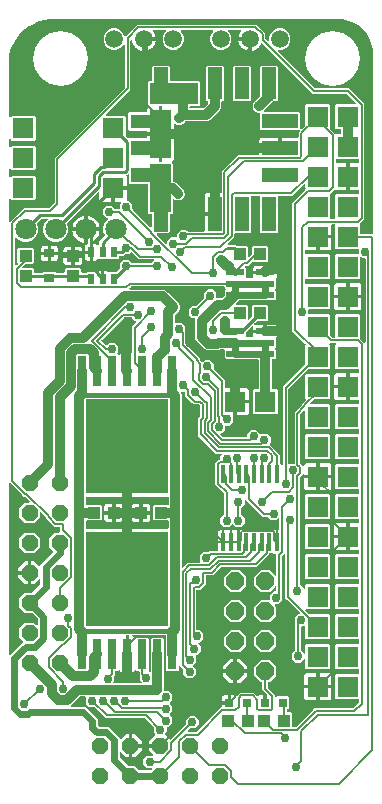
<source format=gbr>
G04 EAGLE Gerber RS-274X export*
G75*
%MOMM*%
%FSLAX34Y34*%
%LPD*%
%INTop Copper*%
%IPPOS*%
%AMOC8*
5,1,8,0,0,1.08239X$1,22.5*%
G01*
%ADD10C,1.800000*%
%ADD11R,1.800000X1.800000*%
%ADD12R,1.100000X1.000000*%
%ADD13R,0.800000X0.800000*%
%ADD14R,0.800000X2.540000*%
%ADD15R,7.000000X8.000000*%
%ADD16C,1.508000*%
%ADD17R,1.500000X0.600000*%
%ADD18R,1.000000X1.100000*%
%ADD19R,0.600000X0.900000*%
%ADD20R,1.000000X1.000000*%
%ADD21R,1.200000X2.700000*%
%ADD22R,1.200000X3.000000*%
%ADD23R,3.100000X1.200000*%
%ADD24R,0.900000X0.800000*%
%ADD25P,1.539592X8X202.500000*%
%ADD26P,1.539592X8X112.500000*%
%ADD27R,0.406800X1.495600*%
%ADD28P,1.649562X8X112.500000*%
%ADD29C,0.756400*%
%ADD30C,0.812800*%
%ADD31C,0.254000*%
%ADD32C,0.152400*%
%ADD33C,0.609600*%
%ADD34C,0.406400*%

G36*
X-137203Y-286081D02*
X-137203Y-286081D01*
X-137099Y-286079D01*
X-137080Y-286072D01*
X-137060Y-286070D01*
X-136966Y-286030D01*
X-136868Y-285994D01*
X-136852Y-285982D01*
X-136834Y-285974D01*
X-136703Y-285869D01*
X-124402Y-273568D01*
X-124349Y-273494D01*
X-124289Y-273424D01*
X-124277Y-273394D01*
X-124258Y-273368D01*
X-124231Y-273281D01*
X-124197Y-273196D01*
X-124193Y-273155D01*
X-124186Y-273133D01*
X-124187Y-273101D01*
X-124179Y-273029D01*
X-124179Y-269074D01*
X-121070Y-265965D01*
X-116674Y-265965D01*
X-113565Y-269074D01*
X-113565Y-273470D01*
X-116674Y-276579D01*
X-120629Y-276579D01*
X-120720Y-276593D01*
X-120810Y-276601D01*
X-120840Y-276613D01*
X-120872Y-276618D01*
X-120953Y-276661D01*
X-121037Y-276697D01*
X-121069Y-276723D01*
X-121090Y-276734D01*
X-121112Y-276757D01*
X-121168Y-276802D01*
X-122682Y-278316D01*
X-122724Y-278374D01*
X-122773Y-278426D01*
X-122795Y-278473D01*
X-122825Y-278515D01*
X-122846Y-278584D01*
X-122877Y-278649D01*
X-122882Y-278701D01*
X-122898Y-278751D01*
X-122896Y-278822D01*
X-122904Y-278893D01*
X-122893Y-278944D01*
X-122891Y-278996D01*
X-122867Y-279064D01*
X-122852Y-279134D01*
X-122825Y-279179D01*
X-122807Y-279227D01*
X-122762Y-279283D01*
X-122725Y-279345D01*
X-122686Y-279379D01*
X-122653Y-279419D01*
X-122593Y-279458D01*
X-122538Y-279505D01*
X-122490Y-279524D01*
X-122446Y-279552D01*
X-122377Y-279570D01*
X-122310Y-279597D01*
X-122239Y-279605D01*
X-122208Y-279613D01*
X-122184Y-279611D01*
X-122144Y-279615D01*
X-115397Y-279615D01*
X-115307Y-279601D01*
X-115216Y-279593D01*
X-115187Y-279581D01*
X-115155Y-279576D01*
X-115074Y-279533D01*
X-114990Y-279497D01*
X-114958Y-279471D01*
X-114937Y-279460D01*
X-114915Y-279437D01*
X-114859Y-279392D01*
X-94264Y-258797D01*
X-94211Y-258723D01*
X-94151Y-258653D01*
X-94139Y-258623D01*
X-94120Y-258597D01*
X-94093Y-258510D01*
X-94059Y-258425D01*
X-94055Y-258384D01*
X-94048Y-258362D01*
X-94049Y-258330D01*
X-94041Y-258259D01*
X-94041Y-256523D01*
X-88262Y-256523D01*
X-88242Y-256520D01*
X-88223Y-256522D01*
X-88121Y-256500D01*
X-88019Y-256483D01*
X-88002Y-256474D01*
X-87982Y-256470D01*
X-87893Y-256417D01*
X-87802Y-256368D01*
X-87788Y-256354D01*
X-87771Y-256344D01*
X-87704Y-256265D01*
X-87633Y-256190D01*
X-87624Y-256172D01*
X-87611Y-256157D01*
X-87572Y-256061D01*
X-87529Y-255967D01*
X-87527Y-255947D01*
X-87519Y-255929D01*
X-87501Y-255762D01*
X-87501Y-254999D01*
X-86738Y-254999D01*
X-86718Y-254996D01*
X-86699Y-254998D01*
X-86597Y-254976D01*
X-86495Y-254959D01*
X-86478Y-254950D01*
X-86458Y-254946D01*
X-86369Y-254893D01*
X-86278Y-254844D01*
X-86264Y-254830D01*
X-86247Y-254820D01*
X-86180Y-254741D01*
X-86109Y-254666D01*
X-86100Y-254648D01*
X-86087Y-254633D01*
X-86048Y-254537D01*
X-86005Y-254443D01*
X-86003Y-254423D01*
X-85995Y-254405D01*
X-85977Y-254238D01*
X-85977Y-248459D01*
X-83166Y-248459D01*
X-82519Y-248632D01*
X-81882Y-249000D01*
X-81860Y-249015D01*
X-81776Y-249075D01*
X-81756Y-249081D01*
X-81740Y-249092D01*
X-81640Y-249117D01*
X-81541Y-249148D01*
X-81520Y-249147D01*
X-81501Y-249152D01*
X-81398Y-249144D01*
X-81295Y-249141D01*
X-81276Y-249134D01*
X-81256Y-249133D01*
X-81161Y-249093D01*
X-81064Y-249057D01*
X-81048Y-249044D01*
X-81029Y-249037D01*
X-80899Y-248932D01*
X-80376Y-248409D01*
X-78394Y-246427D01*
X-66606Y-246427D01*
X-64101Y-248932D01*
X-64085Y-248944D01*
X-64073Y-248959D01*
X-63986Y-249015D01*
X-63902Y-249075D01*
X-63883Y-249081D01*
X-63866Y-249092D01*
X-63765Y-249117D01*
X-63667Y-249148D01*
X-63647Y-249147D01*
X-63627Y-249152D01*
X-63524Y-249144D01*
X-63421Y-249141D01*
X-63402Y-249134D01*
X-63382Y-249133D01*
X-63287Y-249092D01*
X-63190Y-249057D01*
X-63174Y-249044D01*
X-63156Y-249036D01*
X-63091Y-248985D01*
X-62481Y-248632D01*
X-61834Y-248459D01*
X-59023Y-248459D01*
X-59023Y-254238D01*
X-59020Y-254258D01*
X-59022Y-254277D01*
X-59000Y-254379D01*
X-58983Y-254481D01*
X-58974Y-254498D01*
X-58970Y-254518D01*
X-58917Y-254607D01*
X-58868Y-254698D01*
X-58854Y-254712D01*
X-58844Y-254729D01*
X-58765Y-254796D01*
X-58690Y-254867D01*
X-58672Y-254876D01*
X-58657Y-254889D01*
X-58561Y-254928D01*
X-58467Y-254971D01*
X-58447Y-254973D01*
X-58429Y-254981D01*
X-58262Y-254999D01*
X-56738Y-254999D01*
X-56718Y-254996D01*
X-56699Y-254998D01*
X-56597Y-254976D01*
X-56495Y-254959D01*
X-56478Y-254950D01*
X-56458Y-254946D01*
X-56369Y-254893D01*
X-56278Y-254844D01*
X-56264Y-254830D01*
X-56247Y-254820D01*
X-56180Y-254741D01*
X-56109Y-254666D01*
X-56100Y-254648D01*
X-56087Y-254633D01*
X-56048Y-254537D01*
X-56005Y-254443D01*
X-56003Y-254423D01*
X-55995Y-254405D01*
X-55977Y-254238D01*
X-55977Y-248262D01*
X-55992Y-248172D01*
X-55999Y-248081D01*
X-56011Y-248051D01*
X-56017Y-248019D01*
X-56059Y-247938D01*
X-56095Y-247855D01*
X-56121Y-247822D01*
X-56132Y-247802D01*
X-56155Y-247780D01*
X-56200Y-247724D01*
X-59587Y-244337D01*
X-59587Y-238006D01*
X-59590Y-237986D01*
X-59588Y-237967D01*
X-59610Y-237865D01*
X-59626Y-237763D01*
X-59636Y-237746D01*
X-59640Y-237726D01*
X-59693Y-237637D01*
X-59742Y-237546D01*
X-59756Y-237532D01*
X-59766Y-237515D01*
X-59845Y-237448D01*
X-59920Y-237376D01*
X-59938Y-237368D01*
X-59953Y-237355D01*
X-60049Y-237316D01*
X-60143Y-237273D01*
X-60163Y-237271D01*
X-60181Y-237263D01*
X-60348Y-237245D01*
X-61088Y-237245D01*
X-66445Y-231888D01*
X-66445Y-224312D01*
X-61088Y-218955D01*
X-53512Y-218955D01*
X-48155Y-224312D01*
X-48155Y-231888D01*
X-53512Y-237245D01*
X-54252Y-237245D01*
X-54272Y-237248D01*
X-54291Y-237246D01*
X-54393Y-237268D01*
X-54495Y-237284D01*
X-54512Y-237294D01*
X-54532Y-237298D01*
X-54621Y-237351D01*
X-54712Y-237400D01*
X-54726Y-237414D01*
X-54743Y-237424D01*
X-54810Y-237503D01*
X-54882Y-237578D01*
X-54890Y-237596D01*
X-54903Y-237611D01*
X-54942Y-237707D01*
X-54985Y-237801D01*
X-54987Y-237821D01*
X-54995Y-237839D01*
X-55013Y-238006D01*
X-55013Y-242127D01*
X-54999Y-242217D01*
X-54991Y-242308D01*
X-54979Y-242338D01*
X-54974Y-242370D01*
X-54931Y-242450D01*
X-54895Y-242534D01*
X-54869Y-242566D01*
X-54858Y-242587D01*
X-54835Y-242609D01*
X-54790Y-242665D01*
X-48927Y-248528D01*
X-48927Y-249433D01*
X-48916Y-249504D01*
X-48914Y-249576D01*
X-48896Y-249625D01*
X-48888Y-249676D01*
X-48854Y-249739D01*
X-48829Y-249807D01*
X-48797Y-249847D01*
X-48772Y-249893D01*
X-48720Y-249943D01*
X-48676Y-249999D01*
X-48632Y-250027D01*
X-48594Y-250063D01*
X-48529Y-250093D01*
X-48469Y-250132D01*
X-48418Y-250144D01*
X-48371Y-250166D01*
X-48300Y-250174D01*
X-48230Y-250192D01*
X-48178Y-250188D01*
X-48127Y-250193D01*
X-48056Y-250178D01*
X-47985Y-250173D01*
X-47937Y-250152D01*
X-47886Y-250141D01*
X-47825Y-250104D01*
X-47759Y-250076D01*
X-47703Y-250031D01*
X-47675Y-250015D01*
X-47660Y-249997D01*
X-47628Y-249971D01*
X-47132Y-249475D01*
X-37868Y-249475D01*
X-36975Y-250368D01*
X-36975Y-259632D01*
X-37868Y-260525D01*
X-38452Y-260525D01*
X-38472Y-260528D01*
X-38491Y-260526D01*
X-38593Y-260548D01*
X-38695Y-260564D01*
X-38712Y-260574D01*
X-38732Y-260578D01*
X-38821Y-260631D01*
X-38912Y-260680D01*
X-38926Y-260694D01*
X-38943Y-260704D01*
X-39010Y-260783D01*
X-39082Y-260858D01*
X-39090Y-260876D01*
X-39103Y-260891D01*
X-39142Y-260987D01*
X-39185Y-261081D01*
X-39187Y-261101D01*
X-39195Y-261119D01*
X-39213Y-261286D01*
X-39213Y-262214D01*
X-39210Y-262234D01*
X-39212Y-262253D01*
X-39190Y-262355D01*
X-39174Y-262457D01*
X-39164Y-262474D01*
X-39160Y-262494D01*
X-39107Y-262583D01*
X-39058Y-262674D01*
X-39044Y-262688D01*
X-39034Y-262705D01*
X-38955Y-262772D01*
X-38880Y-262844D01*
X-38862Y-262852D01*
X-38847Y-262865D01*
X-38751Y-262904D01*
X-38657Y-262947D01*
X-38637Y-262949D01*
X-38619Y-262957D01*
X-38452Y-262975D01*
X-35868Y-262975D01*
X-34975Y-263868D01*
X-34975Y-274738D01*
X-34972Y-274758D01*
X-34974Y-274777D01*
X-34952Y-274879D01*
X-34936Y-274981D01*
X-34926Y-274998D01*
X-34922Y-275018D01*
X-34869Y-275107D01*
X-34820Y-275198D01*
X-34806Y-275212D01*
X-34796Y-275229D01*
X-34717Y-275296D01*
X-34642Y-275368D01*
X-34624Y-275376D01*
X-34609Y-275389D01*
X-34513Y-275428D01*
X-34419Y-275471D01*
X-34399Y-275473D01*
X-34381Y-275481D01*
X-34214Y-275499D01*
X-31709Y-275499D01*
X-31618Y-275485D01*
X-31528Y-275477D01*
X-31498Y-275465D01*
X-31466Y-275460D01*
X-31385Y-275417D01*
X-31301Y-275381D01*
X-31269Y-275355D01*
X-31248Y-275344D01*
X-31226Y-275321D01*
X-31170Y-275276D01*
X-17122Y-261228D01*
X-15559Y-259665D01*
X16785Y-259665D01*
X16876Y-259651D01*
X16966Y-259643D01*
X16996Y-259631D01*
X17028Y-259626D01*
X17109Y-259583D01*
X17193Y-259547D01*
X17225Y-259521D01*
X17246Y-259510D01*
X17268Y-259487D01*
X17324Y-259442D01*
X21874Y-254892D01*
X21927Y-254818D01*
X21987Y-254748D01*
X21999Y-254718D01*
X22018Y-254692D01*
X22045Y-254605D01*
X22079Y-254520D01*
X22083Y-254479D01*
X22090Y-254457D01*
X22089Y-254425D01*
X22097Y-254354D01*
X22097Y-252586D01*
X22094Y-252566D01*
X22096Y-252547D01*
X22074Y-252445D01*
X22058Y-252343D01*
X22048Y-252326D01*
X22044Y-252306D01*
X21991Y-252217D01*
X21942Y-252126D01*
X21928Y-252112D01*
X21918Y-252095D01*
X21839Y-252028D01*
X21764Y-251956D01*
X21746Y-251948D01*
X21731Y-251935D01*
X21635Y-251896D01*
X21541Y-251853D01*
X21521Y-251851D01*
X21503Y-251843D01*
X21336Y-251825D01*
X3068Y-251825D01*
X2175Y-250932D01*
X2175Y-231668D01*
X3068Y-230775D01*
X21336Y-230775D01*
X21356Y-230772D01*
X21375Y-230774D01*
X21477Y-230752D01*
X21579Y-230736D01*
X21596Y-230726D01*
X21616Y-230722D01*
X21705Y-230669D01*
X21796Y-230620D01*
X21810Y-230606D01*
X21827Y-230596D01*
X21894Y-230517D01*
X21966Y-230442D01*
X21974Y-230424D01*
X21987Y-230409D01*
X22026Y-230313D01*
X22069Y-230219D01*
X22071Y-230199D01*
X22079Y-230181D01*
X22097Y-230014D01*
X22097Y-227186D01*
X22094Y-227166D01*
X22096Y-227147D01*
X22074Y-227045D01*
X22058Y-226943D01*
X22048Y-226926D01*
X22044Y-226906D01*
X21991Y-226817D01*
X21942Y-226726D01*
X21928Y-226712D01*
X21918Y-226695D01*
X21839Y-226628D01*
X21764Y-226556D01*
X21746Y-226548D01*
X21731Y-226535D01*
X21635Y-226496D01*
X21541Y-226453D01*
X21521Y-226451D01*
X21503Y-226443D01*
X21336Y-226425D01*
X3068Y-226425D01*
X2175Y-225532D01*
X2175Y-206268D01*
X3068Y-205375D01*
X21336Y-205375D01*
X21356Y-205372D01*
X21375Y-205374D01*
X21477Y-205352D01*
X21579Y-205336D01*
X21596Y-205326D01*
X21616Y-205322D01*
X21705Y-205269D01*
X21796Y-205220D01*
X21810Y-205206D01*
X21827Y-205196D01*
X21894Y-205117D01*
X21966Y-205042D01*
X21974Y-205024D01*
X21987Y-205009D01*
X22026Y-204913D01*
X22069Y-204819D01*
X22071Y-204799D01*
X22079Y-204781D01*
X22097Y-204614D01*
X22097Y-201786D01*
X22094Y-201766D01*
X22096Y-201747D01*
X22074Y-201645D01*
X22058Y-201543D01*
X22048Y-201526D01*
X22044Y-201506D01*
X21991Y-201417D01*
X21942Y-201326D01*
X21928Y-201312D01*
X21918Y-201295D01*
X21839Y-201228D01*
X21764Y-201156D01*
X21746Y-201148D01*
X21731Y-201135D01*
X21635Y-201096D01*
X21541Y-201053D01*
X21521Y-201051D01*
X21503Y-201043D01*
X21336Y-201025D01*
X3068Y-201025D01*
X2175Y-200132D01*
X2175Y-180868D01*
X3068Y-179975D01*
X21336Y-179975D01*
X21356Y-179972D01*
X21375Y-179974D01*
X21477Y-179952D01*
X21579Y-179936D01*
X21596Y-179926D01*
X21616Y-179922D01*
X21705Y-179869D01*
X21796Y-179820D01*
X21810Y-179806D01*
X21827Y-179796D01*
X21894Y-179717D01*
X21966Y-179642D01*
X21974Y-179624D01*
X21987Y-179609D01*
X22026Y-179513D01*
X22069Y-179419D01*
X22071Y-179399D01*
X22079Y-179381D01*
X22097Y-179214D01*
X22097Y-176386D01*
X22094Y-176366D01*
X22096Y-176347D01*
X22074Y-176245D01*
X22058Y-176143D01*
X22048Y-176126D01*
X22044Y-176106D01*
X21991Y-176017D01*
X21942Y-175926D01*
X21928Y-175912D01*
X21918Y-175895D01*
X21839Y-175828D01*
X21764Y-175756D01*
X21746Y-175748D01*
X21731Y-175735D01*
X21635Y-175696D01*
X21541Y-175653D01*
X21521Y-175651D01*
X21503Y-175643D01*
X21336Y-175625D01*
X3068Y-175625D01*
X2175Y-174732D01*
X2175Y-155468D01*
X3068Y-154575D01*
X21336Y-154575D01*
X21356Y-154572D01*
X21375Y-154574D01*
X21477Y-154552D01*
X21579Y-154536D01*
X21596Y-154526D01*
X21616Y-154522D01*
X21705Y-154469D01*
X21796Y-154420D01*
X21810Y-154406D01*
X21827Y-154396D01*
X21894Y-154317D01*
X21966Y-154242D01*
X21974Y-154224D01*
X21987Y-154209D01*
X22026Y-154113D01*
X22069Y-154019D01*
X22071Y-153999D01*
X22079Y-153981D01*
X22097Y-153814D01*
X22097Y-150986D01*
X22094Y-150966D01*
X22096Y-150947D01*
X22074Y-150845D01*
X22058Y-150743D01*
X22048Y-150726D01*
X22044Y-150706D01*
X21991Y-150617D01*
X21942Y-150526D01*
X21928Y-150512D01*
X21918Y-150495D01*
X21839Y-150428D01*
X21764Y-150356D01*
X21746Y-150348D01*
X21731Y-150335D01*
X21635Y-150296D01*
X21541Y-150253D01*
X21521Y-150251D01*
X21503Y-150243D01*
X21336Y-150225D01*
X3068Y-150225D01*
X2175Y-149332D01*
X2175Y-130068D01*
X3068Y-129175D01*
X21336Y-129175D01*
X21356Y-129172D01*
X21375Y-129174D01*
X21477Y-129152D01*
X21579Y-129136D01*
X21596Y-129126D01*
X21616Y-129122D01*
X21705Y-129069D01*
X21796Y-129020D01*
X21810Y-129006D01*
X21827Y-128996D01*
X21894Y-128917D01*
X21966Y-128842D01*
X21974Y-128824D01*
X21987Y-128809D01*
X22026Y-128713D01*
X22069Y-128619D01*
X22071Y-128599D01*
X22079Y-128581D01*
X22097Y-128414D01*
X22097Y-126602D01*
X22094Y-126582D01*
X22096Y-126563D01*
X22074Y-126461D01*
X22058Y-126359D01*
X22048Y-126342D01*
X22044Y-126322D01*
X21991Y-126233D01*
X21942Y-126142D01*
X21928Y-126128D01*
X21918Y-126111D01*
X21839Y-126044D01*
X21764Y-125972D01*
X21746Y-125964D01*
X21731Y-125951D01*
X21635Y-125912D01*
X21541Y-125869D01*
X21521Y-125867D01*
X21503Y-125859D01*
X21336Y-125841D01*
X14223Y-125841D01*
X14223Y-115062D01*
X14220Y-115042D01*
X14222Y-115023D01*
X14200Y-114921D01*
X14183Y-114819D01*
X14174Y-114802D01*
X14170Y-114782D01*
X14117Y-114693D01*
X14068Y-114602D01*
X14054Y-114588D01*
X14044Y-114571D01*
X13965Y-114504D01*
X13890Y-114433D01*
X13872Y-114424D01*
X13857Y-114411D01*
X13761Y-114373D01*
X13667Y-114329D01*
X13647Y-114327D01*
X13629Y-114319D01*
X13462Y-114301D01*
X12699Y-114301D01*
X12699Y-114299D01*
X13462Y-114299D01*
X13482Y-114296D01*
X13501Y-114298D01*
X13603Y-114276D01*
X13705Y-114259D01*
X13722Y-114250D01*
X13742Y-114246D01*
X13831Y-114193D01*
X13922Y-114144D01*
X13936Y-114130D01*
X13953Y-114120D01*
X14020Y-114041D01*
X14091Y-113966D01*
X14100Y-113948D01*
X14113Y-113933D01*
X14152Y-113837D01*
X14195Y-113743D01*
X14197Y-113723D01*
X14205Y-113705D01*
X14223Y-113538D01*
X14223Y-102759D01*
X21336Y-102759D01*
X21356Y-102756D01*
X21375Y-102758D01*
X21477Y-102736D01*
X21579Y-102720D01*
X21596Y-102710D01*
X21616Y-102706D01*
X21705Y-102653D01*
X21796Y-102604D01*
X21810Y-102590D01*
X21827Y-102580D01*
X21894Y-102501D01*
X21966Y-102426D01*
X21974Y-102408D01*
X21987Y-102393D01*
X22026Y-102297D01*
X22069Y-102203D01*
X22071Y-102183D01*
X22079Y-102165D01*
X22097Y-101998D01*
X22097Y-100186D01*
X22094Y-100166D01*
X22096Y-100147D01*
X22074Y-100045D01*
X22058Y-99943D01*
X22048Y-99926D01*
X22044Y-99906D01*
X21991Y-99817D01*
X21942Y-99726D01*
X21928Y-99712D01*
X21918Y-99695D01*
X21839Y-99628D01*
X21764Y-99556D01*
X21746Y-99548D01*
X21731Y-99535D01*
X21635Y-99496D01*
X21541Y-99453D01*
X21521Y-99451D01*
X21503Y-99443D01*
X21336Y-99425D01*
X3068Y-99425D01*
X2175Y-98532D01*
X2175Y-79268D01*
X3068Y-78375D01*
X21336Y-78375D01*
X21356Y-78372D01*
X21375Y-78374D01*
X21477Y-78352D01*
X21579Y-78336D01*
X21596Y-78326D01*
X21616Y-78322D01*
X21705Y-78269D01*
X21796Y-78220D01*
X21810Y-78206D01*
X21827Y-78196D01*
X21894Y-78117D01*
X21966Y-78042D01*
X21974Y-78024D01*
X21987Y-78009D01*
X22026Y-77913D01*
X22069Y-77819D01*
X22071Y-77799D01*
X22079Y-77781D01*
X22097Y-77614D01*
X22097Y-74786D01*
X22094Y-74766D01*
X22096Y-74747D01*
X22074Y-74645D01*
X22058Y-74543D01*
X22048Y-74526D01*
X22044Y-74506D01*
X21991Y-74417D01*
X21942Y-74326D01*
X21928Y-74312D01*
X21918Y-74295D01*
X21839Y-74228D01*
X21764Y-74156D01*
X21746Y-74148D01*
X21731Y-74135D01*
X21635Y-74096D01*
X21541Y-74053D01*
X21521Y-74051D01*
X21503Y-74043D01*
X21336Y-74025D01*
X3068Y-74025D01*
X2175Y-73132D01*
X2175Y-53868D01*
X3068Y-52975D01*
X21336Y-52975D01*
X21356Y-52972D01*
X21375Y-52974D01*
X21477Y-52952D01*
X21579Y-52936D01*
X21596Y-52926D01*
X21616Y-52922D01*
X21705Y-52869D01*
X21796Y-52820D01*
X21810Y-52806D01*
X21827Y-52796D01*
X21894Y-52717D01*
X21966Y-52642D01*
X21974Y-52624D01*
X21987Y-52609D01*
X22026Y-52513D01*
X22069Y-52419D01*
X22071Y-52399D01*
X22079Y-52381D01*
X22097Y-52214D01*
X22097Y-49386D01*
X22094Y-49366D01*
X22096Y-49347D01*
X22074Y-49245D01*
X22058Y-49143D01*
X22048Y-49126D01*
X22044Y-49106D01*
X21991Y-49017D01*
X21942Y-48926D01*
X21928Y-48912D01*
X21918Y-48895D01*
X21839Y-48828D01*
X21764Y-48756D01*
X21746Y-48748D01*
X21731Y-48735D01*
X21635Y-48696D01*
X21541Y-48653D01*
X21521Y-48651D01*
X21503Y-48643D01*
X21336Y-48625D01*
X3068Y-48625D01*
X2175Y-47732D01*
X2175Y-28468D01*
X3068Y-27575D01*
X21336Y-27575D01*
X21356Y-27572D01*
X21375Y-27574D01*
X21477Y-27552D01*
X21579Y-27536D01*
X21596Y-27526D01*
X21616Y-27522D01*
X21705Y-27469D01*
X21796Y-27420D01*
X21810Y-27406D01*
X21827Y-27396D01*
X21894Y-27317D01*
X21966Y-27242D01*
X21974Y-27224D01*
X21987Y-27209D01*
X22026Y-27113D01*
X22069Y-27019D01*
X22071Y-26999D01*
X22079Y-26981D01*
X22097Y-26814D01*
X22097Y-23986D01*
X22094Y-23966D01*
X22096Y-23947D01*
X22074Y-23845D01*
X22058Y-23743D01*
X22048Y-23726D01*
X22044Y-23706D01*
X21991Y-23617D01*
X21942Y-23526D01*
X21928Y-23512D01*
X21918Y-23495D01*
X21839Y-23428D01*
X21764Y-23356D01*
X21746Y-23348D01*
X21731Y-23335D01*
X21635Y-23296D01*
X21541Y-23253D01*
X21521Y-23251D01*
X21503Y-23243D01*
X21336Y-23225D01*
X3068Y-23225D01*
X2175Y-22332D01*
X2175Y-3068D01*
X3068Y-2175D01*
X21336Y-2175D01*
X21356Y-2172D01*
X21375Y-2174D01*
X21477Y-2152D01*
X21579Y-2136D01*
X21596Y-2126D01*
X21616Y-2122D01*
X21705Y-2069D01*
X21796Y-2020D01*
X21810Y-2006D01*
X21827Y-1996D01*
X21894Y-1917D01*
X21966Y-1842D01*
X21974Y-1824D01*
X21987Y-1809D01*
X22026Y-1713D01*
X22069Y-1619D01*
X22071Y-1599D01*
X22079Y-1581D01*
X22097Y-1414D01*
X22097Y398D01*
X22094Y418D01*
X22096Y437D01*
X22074Y539D01*
X22058Y641D01*
X22048Y658D01*
X22044Y678D01*
X21991Y767D01*
X21942Y858D01*
X21928Y872D01*
X21918Y889D01*
X21839Y956D01*
X21764Y1028D01*
X21746Y1036D01*
X21731Y1049D01*
X21635Y1088D01*
X21541Y1131D01*
X21521Y1133D01*
X21503Y1141D01*
X21336Y1159D01*
X14223Y1159D01*
X14223Y11938D01*
X14220Y11958D01*
X14222Y11977D01*
X14200Y12079D01*
X14183Y12181D01*
X14174Y12198D01*
X14170Y12218D01*
X14117Y12307D01*
X14068Y12398D01*
X14054Y12412D01*
X14044Y12429D01*
X13965Y12496D01*
X13890Y12567D01*
X13872Y12576D01*
X13857Y12589D01*
X13761Y12627D01*
X13667Y12671D01*
X13647Y12673D01*
X13629Y12681D01*
X13462Y12699D01*
X12699Y12699D01*
X12699Y12701D01*
X13462Y12701D01*
X13482Y12704D01*
X13501Y12702D01*
X13603Y12724D01*
X13705Y12741D01*
X13722Y12750D01*
X13742Y12754D01*
X13831Y12807D01*
X13922Y12856D01*
X13936Y12870D01*
X13953Y12880D01*
X14020Y12959D01*
X14091Y13034D01*
X14100Y13052D01*
X14113Y13067D01*
X14152Y13163D01*
X14195Y13257D01*
X14197Y13277D01*
X14205Y13295D01*
X14223Y13462D01*
X14223Y24241D01*
X21336Y24241D01*
X21356Y24244D01*
X21375Y24242D01*
X21477Y24264D01*
X21579Y24280D01*
X21596Y24290D01*
X21616Y24294D01*
X21705Y24347D01*
X21796Y24396D01*
X21810Y24410D01*
X21827Y24420D01*
X21894Y24499D01*
X21966Y24574D01*
X21974Y24592D01*
X21987Y24607D01*
X22026Y24703D01*
X22069Y24797D01*
X22071Y24817D01*
X22079Y24835D01*
X22097Y25002D01*
X22097Y26814D01*
X22094Y26834D01*
X22096Y26853D01*
X22074Y26955D01*
X22058Y27057D01*
X22048Y27074D01*
X22044Y27094D01*
X21991Y27183D01*
X21942Y27274D01*
X21928Y27288D01*
X21918Y27305D01*
X21839Y27372D01*
X21764Y27444D01*
X21746Y27452D01*
X21731Y27465D01*
X21635Y27504D01*
X21541Y27547D01*
X21521Y27549D01*
X21503Y27557D01*
X21336Y27575D01*
X3068Y27575D01*
X2175Y28468D01*
X2175Y47732D01*
X2673Y48230D01*
X2715Y48288D01*
X2765Y48340D01*
X2787Y48387D01*
X2817Y48429D01*
X2838Y48498D01*
X2868Y48563D01*
X2874Y48615D01*
X2889Y48665D01*
X2887Y48736D01*
X2895Y48807D01*
X2884Y48858D01*
X2883Y48910D01*
X2858Y48978D01*
X2843Y49048D01*
X2816Y49093D01*
X2799Y49141D01*
X2754Y49197D01*
X2717Y49259D01*
X2677Y49293D01*
X2645Y49333D01*
X2585Y49372D01*
X2530Y49419D01*
X2482Y49438D01*
X2438Y49466D01*
X2368Y49484D01*
X2302Y49511D01*
X2231Y49519D01*
X2199Y49527D01*
X2176Y49525D01*
X2135Y49529D01*
X-2135Y49529D01*
X-2206Y49518D01*
X-2278Y49516D01*
X-2327Y49498D01*
X-2378Y49490D01*
X-2441Y49456D01*
X-2509Y49431D01*
X-2549Y49399D01*
X-2595Y49374D01*
X-2645Y49322D01*
X-2701Y49278D01*
X-2729Y49234D01*
X-2765Y49196D01*
X-2795Y49131D01*
X-2834Y49071D01*
X-2846Y49020D01*
X-2868Y48973D01*
X-2876Y48902D01*
X-2894Y48832D01*
X-2890Y48780D01*
X-2895Y48729D01*
X-2880Y48658D01*
X-2875Y48587D01*
X-2854Y48539D01*
X-2843Y48488D01*
X-2806Y48427D01*
X-2778Y48361D01*
X-2733Y48305D01*
X-2717Y48277D01*
X-2699Y48262D01*
X-2673Y48230D01*
X-2175Y47732D01*
X-2175Y28468D01*
X-3068Y27575D01*
X-20691Y27575D01*
X-20782Y27561D01*
X-20872Y27553D01*
X-20902Y27541D01*
X-20934Y27536D01*
X-21015Y27493D01*
X-21099Y27457D01*
X-21131Y27431D01*
X-21152Y27420D01*
X-21174Y27397D01*
X-21230Y27352D01*
X-37400Y11182D01*
X-37444Y11121D01*
X-37492Y11071D01*
X-37499Y11054D01*
X-37513Y11038D01*
X-37525Y11008D01*
X-37544Y10982D01*
X-37566Y10911D01*
X-37595Y10848D01*
X-37597Y10829D01*
X-37605Y10810D01*
X-37609Y10769D01*
X-37616Y10747D01*
X-37615Y10715D01*
X-37623Y10643D01*
X-37623Y-52379D01*
X-37612Y-52449D01*
X-37610Y-52521D01*
X-37592Y-52570D01*
X-37584Y-52621D01*
X-37550Y-52685D01*
X-37525Y-52752D01*
X-37493Y-52793D01*
X-37468Y-52839D01*
X-37416Y-52888D01*
X-37372Y-52944D01*
X-37328Y-52972D01*
X-37290Y-53008D01*
X-37225Y-53038D01*
X-37165Y-53077D01*
X-37114Y-53090D01*
X-37067Y-53112D01*
X-36996Y-53120D01*
X-36926Y-53137D01*
X-36874Y-53133D01*
X-36823Y-53139D01*
X-36752Y-53124D01*
X-36681Y-53118D01*
X-36633Y-53098D01*
X-36582Y-53087D01*
X-36521Y-53050D01*
X-36455Y-53022D01*
X-36399Y-52977D01*
X-36371Y-52960D01*
X-36356Y-52943D01*
X-36324Y-52917D01*
X-36040Y-52633D01*
X-33048Y-52633D01*
X-33028Y-52630D01*
X-33009Y-52632D01*
X-32907Y-52610D01*
X-32805Y-52594D01*
X-32788Y-52584D01*
X-32768Y-52580D01*
X-32679Y-52527D01*
X-32588Y-52478D01*
X-32574Y-52464D01*
X-32557Y-52454D01*
X-32490Y-52375D01*
X-32418Y-52300D01*
X-32410Y-52282D01*
X-32397Y-52267D01*
X-32358Y-52171D01*
X-32315Y-52077D01*
X-32313Y-52057D01*
X-32305Y-52039D01*
X-32287Y-51872D01*
X-32287Y-9053D01*
X-26496Y-3262D01*
X-26443Y-3188D01*
X-26383Y-3118D01*
X-26371Y-3088D01*
X-26352Y-3062D01*
X-26325Y-2975D01*
X-26291Y-2890D01*
X-26287Y-2849D01*
X-26280Y-2827D01*
X-26281Y-2795D01*
X-26273Y-2723D01*
X-26273Y-1806D01*
X-22850Y1617D01*
X-22838Y1633D01*
X-22823Y1646D01*
X-22767Y1733D01*
X-22706Y1817D01*
X-22700Y1836D01*
X-22690Y1852D01*
X-22664Y1953D01*
X-22634Y2052D01*
X-22634Y2072D01*
X-22630Y2091D01*
X-22638Y2194D01*
X-22640Y2298D01*
X-22647Y2316D01*
X-22649Y2336D01*
X-22689Y2431D01*
X-22725Y2529D01*
X-22737Y2544D01*
X-22745Y2563D01*
X-22850Y2694D01*
X-23225Y3068D01*
X-23225Y22332D01*
X-22332Y23225D01*
X-3068Y23225D01*
X-2175Y22332D01*
X-2175Y3068D01*
X-3068Y2175D01*
X-15508Y2175D01*
X-15598Y2161D01*
X-15689Y2153D01*
X-15719Y2141D01*
X-15751Y2136D01*
X-15832Y2093D01*
X-15916Y2057D01*
X-15948Y2031D01*
X-15968Y2020D01*
X-15991Y1997D01*
X-16047Y1952D01*
X-18875Y-876D01*
X-18917Y-934D01*
X-18966Y-986D01*
X-18988Y-1033D01*
X-19018Y-1075D01*
X-19039Y-1144D01*
X-19070Y-1209D01*
X-19075Y-1261D01*
X-19091Y-1311D01*
X-19089Y-1382D01*
X-19097Y-1453D01*
X-19086Y-1504D01*
X-19084Y-1556D01*
X-19060Y-1624D01*
X-19044Y-1694D01*
X-19018Y-1739D01*
X-19000Y-1787D01*
X-18955Y-1843D01*
X-18918Y-1905D01*
X-18879Y-1939D01*
X-18846Y-1979D01*
X-18786Y-2018D01*
X-18731Y-2065D01*
X-18683Y-2084D01*
X-18639Y-2112D01*
X-18570Y-2130D01*
X-18503Y-2157D01*
X-18432Y-2165D01*
X-18401Y-2173D01*
X-18377Y-2171D01*
X-18336Y-2175D01*
X-3068Y-2175D01*
X-2175Y-3068D01*
X-2175Y-22332D01*
X-3068Y-23225D01*
X-22332Y-23225D01*
X-23225Y-22332D01*
X-23225Y-8296D01*
X-23236Y-8226D01*
X-23238Y-8154D01*
X-23256Y-8105D01*
X-23264Y-8054D01*
X-23298Y-7990D01*
X-23323Y-7923D01*
X-23355Y-7882D01*
X-23380Y-7836D01*
X-23432Y-7787D01*
X-23476Y-7731D01*
X-23520Y-7703D01*
X-23558Y-7667D01*
X-23623Y-7637D01*
X-23683Y-7598D01*
X-23734Y-7585D01*
X-23781Y-7563D01*
X-23852Y-7555D01*
X-23922Y-7538D01*
X-23974Y-7542D01*
X-24025Y-7536D01*
X-24096Y-7551D01*
X-24167Y-7557D01*
X-24215Y-7577D01*
X-24266Y-7588D01*
X-24327Y-7625D01*
X-24393Y-7653D01*
X-24449Y-7698D01*
X-24477Y-7715D01*
X-24492Y-7732D01*
X-24524Y-7758D01*
X-27490Y-10724D01*
X-27543Y-10798D01*
X-27603Y-10868D01*
X-27615Y-10898D01*
X-27634Y-10924D01*
X-27661Y-11011D01*
X-27695Y-11096D01*
X-27699Y-11137D01*
X-27706Y-11159D01*
X-27705Y-11191D01*
X-27713Y-11263D01*
X-27713Y-51938D01*
X-27699Y-52028D01*
X-27691Y-52119D01*
X-27679Y-52149D01*
X-27674Y-52181D01*
X-27631Y-52261D01*
X-27595Y-52345D01*
X-27569Y-52377D01*
X-27558Y-52398D01*
X-27535Y-52420D01*
X-27490Y-52476D01*
X-27050Y-52917D01*
X-25503Y-54464D01*
X-25425Y-54519D01*
X-25352Y-54581D01*
X-25326Y-54591D01*
X-25303Y-54607D01*
X-25212Y-54635D01*
X-25123Y-54670D01*
X-25095Y-54671D01*
X-25068Y-54680D01*
X-24973Y-54677D01*
X-24877Y-54682D01*
X-24850Y-54674D01*
X-24822Y-54673D01*
X-24733Y-54641D01*
X-24641Y-54615D01*
X-24618Y-54599D01*
X-24591Y-54589D01*
X-24517Y-54529D01*
X-24438Y-54475D01*
X-24421Y-54453D01*
X-24399Y-54435D01*
X-24347Y-54355D01*
X-24290Y-54279D01*
X-24277Y-54246D01*
X-24266Y-54228D01*
X-24258Y-54196D01*
X-24229Y-54123D01*
X-24068Y-53519D01*
X-23733Y-52940D01*
X-23260Y-52467D01*
X-22681Y-52132D01*
X-22034Y-51959D01*
X-14223Y-51959D01*
X-14223Y-61977D01*
X-24243Y-61977D01*
X-24252Y-61921D01*
X-24254Y-61850D01*
X-24272Y-61801D01*
X-24280Y-61749D01*
X-24314Y-61686D01*
X-24339Y-61619D01*
X-24371Y-61578D01*
X-24396Y-61532D01*
X-24448Y-61482D01*
X-24492Y-61426D01*
X-24536Y-61398D01*
X-24574Y-61362D01*
X-24639Y-61332D01*
X-24699Y-61293D01*
X-24750Y-61281D01*
X-24797Y-61259D01*
X-24868Y-61251D01*
X-24938Y-61233D01*
X-24990Y-61237D01*
X-25041Y-61232D01*
X-25112Y-61247D01*
X-25183Y-61253D01*
X-25231Y-61273D01*
X-25282Y-61284D01*
X-25343Y-61321D01*
X-25409Y-61349D01*
X-25465Y-61394D01*
X-25493Y-61410D01*
X-25508Y-61428D01*
X-25540Y-61454D01*
X-27490Y-63404D01*
X-27543Y-63478D01*
X-27603Y-63547D01*
X-27615Y-63577D01*
X-27634Y-63603D01*
X-27661Y-63691D01*
X-27695Y-63775D01*
X-27699Y-63816D01*
X-27706Y-63839D01*
X-27705Y-63871D01*
X-27713Y-63942D01*
X-27713Y-154467D01*
X-27698Y-154557D01*
X-27691Y-154648D01*
X-27679Y-154677D01*
X-27674Y-154709D01*
X-27631Y-154790D01*
X-27595Y-154874D01*
X-27569Y-154906D01*
X-27558Y-154927D01*
X-27535Y-154949D01*
X-27490Y-155005D01*
X-24524Y-157971D01*
X-24466Y-158013D01*
X-24414Y-158062D01*
X-24367Y-158084D01*
X-24325Y-158114D01*
X-24256Y-158136D01*
X-24191Y-158166D01*
X-24139Y-158171D01*
X-24089Y-158187D01*
X-24018Y-158185D01*
X-23947Y-158193D01*
X-23896Y-158182D01*
X-23844Y-158180D01*
X-23776Y-158156D01*
X-23706Y-158141D01*
X-23661Y-158114D01*
X-23613Y-158096D01*
X-23557Y-158051D01*
X-23495Y-158014D01*
X-23461Y-157975D01*
X-23421Y-157942D01*
X-23382Y-157882D01*
X-23335Y-157827D01*
X-23316Y-157779D01*
X-23288Y-157735D01*
X-23270Y-157666D01*
X-23243Y-157599D01*
X-23235Y-157528D01*
X-23227Y-157497D01*
X-23229Y-157474D01*
X-23225Y-157433D01*
X-23225Y-155468D01*
X-22332Y-154575D01*
X-3068Y-154575D01*
X-2175Y-155468D01*
X-2175Y-174732D01*
X-3068Y-175625D01*
X-22504Y-175625D01*
X-22574Y-175636D01*
X-22646Y-175638D01*
X-22695Y-175656D01*
X-22746Y-175664D01*
X-22810Y-175698D01*
X-22877Y-175723D01*
X-22918Y-175755D01*
X-22964Y-175780D01*
X-23013Y-175832D01*
X-23069Y-175876D01*
X-23097Y-175920D01*
X-23133Y-175958D01*
X-23163Y-176023D01*
X-23202Y-176083D01*
X-23215Y-176134D01*
X-23237Y-176181D01*
X-23245Y-176252D01*
X-23262Y-176322D01*
X-23258Y-176374D01*
X-23264Y-176425D01*
X-23249Y-176496D01*
X-23243Y-176567D01*
X-23223Y-176615D01*
X-23212Y-176666D01*
X-23175Y-176727D01*
X-23147Y-176793D01*
X-23102Y-176849D01*
X-23085Y-176877D01*
X-23068Y-176892D01*
X-23042Y-176924D01*
X-20214Y-179752D01*
X-20140Y-179805D01*
X-20070Y-179865D01*
X-20040Y-179877D01*
X-20014Y-179896D01*
X-19927Y-179923D01*
X-19842Y-179957D01*
X-19801Y-179961D01*
X-19779Y-179968D01*
X-19747Y-179967D01*
X-19675Y-179975D01*
X-3068Y-179975D01*
X-2175Y-180868D01*
X-2175Y-200132D01*
X-3068Y-201025D01*
X-22332Y-201025D01*
X-23225Y-200132D01*
X-23225Y-190561D01*
X-23236Y-190491D01*
X-23238Y-190419D01*
X-23256Y-190370D01*
X-23264Y-190319D01*
X-23298Y-190255D01*
X-23323Y-190188D01*
X-23355Y-190147D01*
X-23380Y-190101D01*
X-23432Y-190052D01*
X-23476Y-189996D01*
X-23520Y-189968D01*
X-23558Y-189932D01*
X-23623Y-189902D01*
X-23683Y-189863D01*
X-23734Y-189850D01*
X-23781Y-189828D01*
X-23852Y-189820D01*
X-23922Y-189803D01*
X-23974Y-189807D01*
X-24025Y-189801D01*
X-24096Y-189816D01*
X-24167Y-189822D01*
X-24215Y-189842D01*
X-24266Y-189853D01*
X-24327Y-189890D01*
X-24393Y-189918D01*
X-24449Y-189963D01*
X-24477Y-189980D01*
X-24492Y-189997D01*
X-24524Y-190023D01*
X-24808Y-190307D01*
X-26333Y-190307D01*
X-26353Y-190310D01*
X-26372Y-190308D01*
X-26474Y-190330D01*
X-26576Y-190346D01*
X-26593Y-190356D01*
X-26613Y-190360D01*
X-26702Y-190413D01*
X-26793Y-190462D01*
X-26807Y-190476D01*
X-26824Y-190486D01*
X-26891Y-190565D01*
X-26962Y-190640D01*
X-26971Y-190658D01*
X-26984Y-190673D01*
X-27023Y-190769D01*
X-27066Y-190863D01*
X-27068Y-190883D01*
X-27076Y-190901D01*
X-27094Y-191068D01*
X-27094Y-210086D01*
X-27079Y-210176D01*
X-27072Y-210267D01*
X-27060Y-210296D01*
X-27054Y-210328D01*
X-27012Y-210409D01*
X-26976Y-210493D01*
X-26950Y-210525D01*
X-26939Y-210546D01*
X-26916Y-210568D01*
X-26871Y-210624D01*
X-24524Y-212971D01*
X-24466Y-213013D01*
X-24414Y-213062D01*
X-24367Y-213084D01*
X-24325Y-213114D01*
X-24256Y-213136D01*
X-24191Y-213166D01*
X-24139Y-213171D01*
X-24089Y-213187D01*
X-24018Y-213185D01*
X-23947Y-213193D01*
X-23896Y-213182D01*
X-23844Y-213180D01*
X-23776Y-213156D01*
X-23706Y-213141D01*
X-23661Y-213114D01*
X-23613Y-213096D01*
X-23557Y-213051D01*
X-23495Y-213014D01*
X-23461Y-212975D01*
X-23421Y-212942D01*
X-23382Y-212882D01*
X-23335Y-212827D01*
X-23316Y-212779D01*
X-23288Y-212735D01*
X-23270Y-212666D01*
X-23243Y-212599D01*
X-23235Y-212528D01*
X-23227Y-212497D01*
X-23229Y-212474D01*
X-23225Y-212433D01*
X-23225Y-206268D01*
X-22332Y-205375D01*
X-3068Y-205375D01*
X-2175Y-206268D01*
X-2175Y-225532D01*
X-3068Y-226425D01*
X-22332Y-226425D01*
X-23225Y-225532D01*
X-23225Y-218805D01*
X-23236Y-218735D01*
X-23238Y-218663D01*
X-23256Y-218614D01*
X-23264Y-218563D01*
X-23298Y-218499D01*
X-23323Y-218432D01*
X-23355Y-218391D01*
X-23380Y-218345D01*
X-23432Y-218296D01*
X-23476Y-218240D01*
X-23520Y-218212D01*
X-23558Y-218176D01*
X-23623Y-218146D01*
X-23683Y-218107D01*
X-23734Y-218094D01*
X-23781Y-218072D01*
X-23852Y-218064D01*
X-23922Y-218047D01*
X-23974Y-218051D01*
X-24025Y-218045D01*
X-24096Y-218060D01*
X-24167Y-218066D01*
X-24215Y-218086D01*
X-24266Y-218097D01*
X-24327Y-218134D01*
X-24393Y-218162D01*
X-24449Y-218207D01*
X-24477Y-218224D01*
X-24492Y-218241D01*
X-24524Y-218267D01*
X-27183Y-220926D01*
X-31579Y-220926D01*
X-34688Y-217817D01*
X-34688Y-213421D01*
X-31891Y-210624D01*
X-31844Y-210558D01*
X-31834Y-210548D01*
X-31831Y-210542D01*
X-31778Y-210480D01*
X-31766Y-210450D01*
X-31747Y-210424D01*
X-31720Y-210337D01*
X-31686Y-210252D01*
X-31682Y-210211D01*
X-31675Y-210189D01*
X-31676Y-210157D01*
X-31668Y-210086D01*
X-31668Y-188158D01*
X-31682Y-188068D01*
X-31690Y-187977D01*
X-31702Y-187948D01*
X-31707Y-187916D01*
X-31750Y-187835D01*
X-31786Y-187751D01*
X-31812Y-187719D01*
X-31823Y-187698D01*
X-31846Y-187676D01*
X-31891Y-187620D01*
X-32313Y-187198D01*
X-32313Y-182802D01*
X-29204Y-179693D01*
X-28578Y-179693D01*
X-28508Y-179682D01*
X-28436Y-179680D01*
X-28387Y-179662D01*
X-28336Y-179654D01*
X-28272Y-179620D01*
X-28205Y-179595D01*
X-28164Y-179563D01*
X-28118Y-179538D01*
X-28069Y-179486D01*
X-28013Y-179442D01*
X-27985Y-179398D01*
X-27949Y-179360D01*
X-27919Y-179295D01*
X-27880Y-179235D01*
X-27867Y-179184D01*
X-27845Y-179137D01*
X-27837Y-179066D01*
X-27820Y-178996D01*
X-27824Y-178944D01*
X-27818Y-178893D01*
X-27833Y-178822D01*
X-27839Y-178751D01*
X-27859Y-178703D01*
X-27870Y-178652D01*
X-27907Y-178591D01*
X-27935Y-178525D01*
X-27980Y-178469D01*
X-27997Y-178441D01*
X-28014Y-178426D01*
X-28018Y-178422D01*
X-28020Y-178418D01*
X-28023Y-178415D01*
X-28040Y-178394D01*
X-38654Y-167780D01*
X-40217Y-166217D01*
X-40217Y-129656D01*
X-40228Y-129586D01*
X-40230Y-129514D01*
X-40248Y-129465D01*
X-40256Y-129414D01*
X-40290Y-129350D01*
X-40315Y-129283D01*
X-40347Y-129242D01*
X-40372Y-129196D01*
X-40424Y-129147D01*
X-40468Y-129091D01*
X-40512Y-129063D01*
X-40550Y-129027D01*
X-40615Y-128997D01*
X-40675Y-128958D01*
X-40726Y-128945D01*
X-40773Y-128923D01*
X-40844Y-128915D01*
X-40914Y-128898D01*
X-40966Y-128902D01*
X-41017Y-128896D01*
X-41088Y-128911D01*
X-41159Y-128917D01*
X-41207Y-128937D01*
X-41258Y-128948D01*
X-41319Y-128985D01*
X-41385Y-129013D01*
X-41441Y-129058D01*
X-41469Y-129075D01*
X-41484Y-129092D01*
X-41516Y-129118D01*
X-42206Y-129808D01*
X-42950Y-130552D01*
X-43003Y-130626D01*
X-43063Y-130696D01*
X-43075Y-130726D01*
X-43094Y-130752D01*
X-43121Y-130839D01*
X-43155Y-130924D01*
X-43159Y-130965D01*
X-43166Y-130987D01*
X-43165Y-131019D01*
X-43173Y-131090D01*
X-43173Y-163007D01*
X-43159Y-163097D01*
X-43151Y-163188D01*
X-43139Y-163217D01*
X-43134Y-163249D01*
X-43091Y-163330D01*
X-43055Y-163414D01*
X-43029Y-163446D01*
X-43018Y-163467D01*
X-42995Y-163489D01*
X-42950Y-163545D01*
X-42693Y-163802D01*
X-42693Y-168198D01*
X-45802Y-171307D01*
X-48523Y-171307D01*
X-48594Y-171318D01*
X-48665Y-171320D01*
X-48714Y-171338D01*
X-48766Y-171346D01*
X-48829Y-171380D01*
X-48896Y-171405D01*
X-48937Y-171437D01*
X-48983Y-171462D01*
X-49032Y-171514D01*
X-49088Y-171558D01*
X-49117Y-171602D01*
X-49152Y-171640D01*
X-49183Y-171705D01*
X-49221Y-171765D01*
X-49234Y-171816D01*
X-49256Y-171863D01*
X-49264Y-171934D01*
X-49281Y-172004D01*
X-49277Y-172056D01*
X-49283Y-172107D01*
X-49268Y-172178D01*
X-49262Y-172249D01*
X-49242Y-172297D01*
X-49231Y-172348D01*
X-49194Y-172409D01*
X-49166Y-172475D01*
X-49121Y-172531D01*
X-49105Y-172559D01*
X-49087Y-172574D01*
X-49061Y-172606D01*
X-48155Y-173512D01*
X-48155Y-181088D01*
X-53512Y-186445D01*
X-61088Y-186445D01*
X-66445Y-181088D01*
X-66445Y-173512D01*
X-61088Y-168155D01*
X-54068Y-168155D01*
X-54048Y-168152D01*
X-54029Y-168154D01*
X-53927Y-168132D01*
X-53825Y-168116D01*
X-53808Y-168106D01*
X-53788Y-168102D01*
X-53699Y-168049D01*
X-53608Y-168000D01*
X-53594Y-167986D01*
X-53577Y-167976D01*
X-53510Y-167897D01*
X-53438Y-167822D01*
X-53430Y-167804D01*
X-53417Y-167789D01*
X-53378Y-167693D01*
X-53335Y-167599D01*
X-53333Y-167579D01*
X-53325Y-167561D01*
X-53307Y-167394D01*
X-53307Y-163802D01*
X-50198Y-160693D01*
X-48508Y-160693D01*
X-48488Y-160690D01*
X-48469Y-160692D01*
X-48367Y-160670D01*
X-48265Y-160654D01*
X-48248Y-160644D01*
X-48228Y-160640D01*
X-48139Y-160587D01*
X-48048Y-160538D01*
X-48034Y-160524D01*
X-48017Y-160514D01*
X-47950Y-160435D01*
X-47878Y-160360D01*
X-47870Y-160342D01*
X-47857Y-160327D01*
X-47818Y-160231D01*
X-47775Y-160137D01*
X-47773Y-160117D01*
X-47765Y-160099D01*
X-47747Y-159932D01*
X-47747Y-157117D01*
X-47758Y-157046D01*
X-47760Y-156975D01*
X-47778Y-156926D01*
X-47786Y-156874D01*
X-47820Y-156811D01*
X-47845Y-156744D01*
X-47877Y-156703D01*
X-47902Y-156657D01*
X-47954Y-156608D01*
X-47998Y-156552D01*
X-48042Y-156523D01*
X-48080Y-156488D01*
X-48145Y-156457D01*
X-48205Y-156419D01*
X-48256Y-156406D01*
X-48303Y-156384D01*
X-48374Y-156376D01*
X-48444Y-156359D01*
X-48496Y-156363D01*
X-48547Y-156357D01*
X-48618Y-156372D01*
X-48689Y-156378D01*
X-48737Y-156398D01*
X-48788Y-156409D01*
X-48849Y-156446D01*
X-48915Y-156474D01*
X-48971Y-156519D01*
X-48999Y-156535D01*
X-49014Y-156553D01*
X-49046Y-156579D01*
X-53512Y-161045D01*
X-61088Y-161045D01*
X-66445Y-155688D01*
X-66445Y-148112D01*
X-61088Y-142755D01*
X-53512Y-142755D01*
X-49046Y-147221D01*
X-48988Y-147263D01*
X-48936Y-147312D01*
X-48889Y-147334D01*
X-48847Y-147365D01*
X-48778Y-147386D01*
X-48713Y-147416D01*
X-48661Y-147422D01*
X-48611Y-147437D01*
X-48540Y-147435D01*
X-48469Y-147443D01*
X-48418Y-147432D01*
X-48366Y-147431D01*
X-48298Y-147406D01*
X-48228Y-147391D01*
X-48183Y-147364D01*
X-48135Y-147346D01*
X-48079Y-147301D01*
X-48017Y-147265D01*
X-47983Y-147225D01*
X-47943Y-147193D01*
X-47904Y-147132D01*
X-47857Y-147078D01*
X-47838Y-147029D01*
X-47810Y-146986D01*
X-47792Y-146916D01*
X-47765Y-146850D01*
X-47757Y-146778D01*
X-47749Y-146747D01*
X-47751Y-146724D01*
X-47747Y-146683D01*
X-47747Y-129653D01*
X-47750Y-129633D01*
X-47748Y-129614D01*
X-47770Y-129512D01*
X-47786Y-129410D01*
X-47796Y-129393D01*
X-47800Y-129373D01*
X-47853Y-129284D01*
X-47902Y-129193D01*
X-47916Y-129179D01*
X-47926Y-129162D01*
X-48005Y-129095D01*
X-48080Y-129023D01*
X-48098Y-129015D01*
X-48113Y-129002D01*
X-48209Y-128963D01*
X-48303Y-128920D01*
X-48323Y-128918D01*
X-48341Y-128910D01*
X-48508Y-128892D01*
X-49618Y-128892D01*
X-50265Y-128719D01*
X-50844Y-128384D01*
X-51129Y-128099D01*
X-51203Y-128046D01*
X-51273Y-127986D01*
X-51303Y-127974D01*
X-51329Y-127955D01*
X-51416Y-127928D01*
X-51501Y-127894D01*
X-51542Y-127890D01*
X-51564Y-127883D01*
X-51596Y-127884D01*
X-51668Y-127876D01*
X-52882Y-127876D01*
X-52902Y-127879D01*
X-52921Y-127877D01*
X-53023Y-127899D01*
X-53125Y-127915D01*
X-53142Y-127925D01*
X-53162Y-127929D01*
X-53251Y-127982D01*
X-53342Y-128031D01*
X-53356Y-128045D01*
X-53373Y-128055D01*
X-53440Y-128134D01*
X-53512Y-128209D01*
X-53520Y-128227D01*
X-53533Y-128242D01*
X-53572Y-128338D01*
X-53615Y-128432D01*
X-53617Y-128452D01*
X-53625Y-128470D01*
X-53643Y-128637D01*
X-53643Y-129212D01*
X-64499Y-140068D01*
X-94177Y-140068D01*
X-94267Y-140082D01*
X-94358Y-140090D01*
X-94388Y-140102D01*
X-94420Y-140107D01*
X-94500Y-140150D01*
X-94584Y-140186D01*
X-94616Y-140212D01*
X-94637Y-140223D01*
X-94652Y-140239D01*
X-94654Y-140240D01*
X-94663Y-140249D01*
X-94715Y-140291D01*
X-101445Y-147020D01*
X-106884Y-147020D01*
X-106904Y-147023D01*
X-106923Y-147021D01*
X-107025Y-147043D01*
X-107127Y-147060D01*
X-107144Y-147069D01*
X-107164Y-147073D01*
X-107253Y-147127D01*
X-107344Y-147175D01*
X-107358Y-147189D01*
X-107375Y-147200D01*
X-107442Y-147278D01*
X-107514Y-147353D01*
X-107522Y-147371D01*
X-107535Y-147386D01*
X-107574Y-147483D01*
X-107617Y-147576D01*
X-107619Y-147596D01*
X-107627Y-147615D01*
X-107645Y-147781D01*
X-107645Y-154214D01*
X-112539Y-159108D01*
X-114870Y-159108D01*
X-114890Y-159111D01*
X-114909Y-159109D01*
X-115011Y-159131D01*
X-115113Y-159148D01*
X-115130Y-159157D01*
X-115150Y-159161D01*
X-115239Y-159215D01*
X-115330Y-159263D01*
X-115344Y-159277D01*
X-115361Y-159288D01*
X-115428Y-159366D01*
X-115500Y-159441D01*
X-115508Y-159459D01*
X-115521Y-159474D01*
X-115560Y-159571D01*
X-115603Y-159664D01*
X-115605Y-159684D01*
X-115613Y-159703D01*
X-115631Y-159869D01*
X-115631Y-192569D01*
X-115628Y-192589D01*
X-115630Y-192608D01*
X-115608Y-192710D01*
X-115592Y-192812D01*
X-115582Y-192829D01*
X-115578Y-192849D01*
X-115525Y-192938D01*
X-115476Y-193029D01*
X-115462Y-193043D01*
X-115452Y-193060D01*
X-115373Y-193127D01*
X-115298Y-193198D01*
X-115280Y-193207D01*
X-115265Y-193220D01*
X-115169Y-193259D01*
X-115075Y-193302D01*
X-115055Y-193304D01*
X-115037Y-193312D01*
X-114870Y-193330D01*
X-112608Y-193330D01*
X-109499Y-196439D01*
X-109499Y-200835D01*
X-112608Y-203944D01*
X-113009Y-203944D01*
X-113080Y-203955D01*
X-113151Y-203957D01*
X-113200Y-203975D01*
X-113252Y-203983D01*
X-113315Y-204017D01*
X-113382Y-204042D01*
X-113423Y-204074D01*
X-113469Y-204098D01*
X-113518Y-204150D01*
X-113574Y-204195D01*
X-113603Y-204239D01*
X-113638Y-204277D01*
X-113669Y-204342D01*
X-113707Y-204402D01*
X-113720Y-204453D01*
X-113742Y-204500D01*
X-113750Y-204571D01*
X-113768Y-204641D01*
X-113763Y-204693D01*
X-113769Y-204744D01*
X-113754Y-204814D01*
X-113748Y-204886D01*
X-113728Y-204934D01*
X-113717Y-204985D01*
X-113680Y-205046D01*
X-113652Y-205112D01*
X-113607Y-205168D01*
X-113591Y-205196D01*
X-113573Y-205211D01*
X-113547Y-205243D01*
X-112020Y-206770D01*
X-112020Y-211167D01*
X-115129Y-214275D01*
X-115530Y-214275D01*
X-115601Y-214287D01*
X-115672Y-214289D01*
X-115721Y-214306D01*
X-115773Y-214315D01*
X-115836Y-214348D01*
X-115903Y-214373D01*
X-115944Y-214406D01*
X-115990Y-214430D01*
X-116039Y-214482D01*
X-116095Y-214527D01*
X-116123Y-214571D01*
X-116159Y-214608D01*
X-116190Y-214673D01*
X-116228Y-214734D01*
X-116241Y-214784D01*
X-116263Y-214831D01*
X-116271Y-214903D01*
X-116288Y-214972D01*
X-116284Y-215024D01*
X-116290Y-215076D01*
X-116275Y-215146D01*
X-116269Y-215217D01*
X-116249Y-215265D01*
X-116238Y-215316D01*
X-116201Y-215378D01*
X-116173Y-215444D01*
X-116128Y-215500D01*
X-116112Y-215527D01*
X-116094Y-215543D01*
X-116068Y-215575D01*
X-115446Y-216196D01*
X-115446Y-220593D01*
X-118136Y-223282D01*
X-118148Y-223299D01*
X-118163Y-223311D01*
X-118198Y-223365D01*
X-118226Y-223394D01*
X-118243Y-223431D01*
X-118280Y-223482D01*
X-118285Y-223501D01*
X-118296Y-223518D01*
X-118312Y-223579D01*
X-118329Y-223617D01*
X-118334Y-223659D01*
X-118352Y-223717D01*
X-118351Y-223737D01*
X-118356Y-223757D01*
X-118352Y-223817D01*
X-118357Y-223862D01*
X-118347Y-223905D01*
X-118346Y-223963D01*
X-118339Y-223982D01*
X-118337Y-224002D01*
X-118314Y-224055D01*
X-118304Y-224102D01*
X-118280Y-224143D01*
X-118261Y-224194D01*
X-118249Y-224210D01*
X-118241Y-224228D01*
X-118194Y-224287D01*
X-118178Y-224313D01*
X-118161Y-224328D01*
X-118136Y-224359D01*
X-115873Y-226623D01*
X-115873Y-231019D01*
X-118981Y-234127D01*
X-123377Y-234127D01*
X-126486Y-231019D01*
X-126486Y-227063D01*
X-126501Y-226973D01*
X-126508Y-226882D01*
X-126520Y-226852D01*
X-126526Y-226821D01*
X-126568Y-226740D01*
X-126604Y-226656D01*
X-126630Y-226624D01*
X-126641Y-226603D01*
X-126664Y-226581D01*
X-126709Y-226525D01*
X-127786Y-225448D01*
X-129076Y-224158D01*
X-129134Y-224116D01*
X-129186Y-224067D01*
X-129233Y-224045D01*
X-129275Y-224015D01*
X-129344Y-223994D01*
X-129409Y-223963D01*
X-129461Y-223958D01*
X-129511Y-223942D01*
X-129582Y-223944D01*
X-129653Y-223936D01*
X-129704Y-223947D01*
X-129756Y-223949D01*
X-129824Y-223973D01*
X-129894Y-223988D01*
X-129939Y-224015D01*
X-129987Y-224033D01*
X-130043Y-224078D01*
X-130105Y-224115D01*
X-130139Y-224154D01*
X-130179Y-224187D01*
X-130218Y-224247D01*
X-130265Y-224302D01*
X-130284Y-224350D01*
X-130312Y-224394D01*
X-130330Y-224463D01*
X-130357Y-224530D01*
X-130365Y-224601D01*
X-130373Y-224632D01*
X-130371Y-224656D01*
X-130375Y-224696D01*
X-130375Y-227332D01*
X-131268Y-228225D01*
X-140532Y-228225D01*
X-141425Y-227332D01*
X-141425Y-215418D01*
X-141426Y-215410D01*
X-141426Y-215409D01*
X-141427Y-215402D01*
X-141435Y-215353D01*
X-141436Y-215287D01*
X-141459Y-215207D01*
X-141464Y-215175D01*
X-141474Y-215158D01*
X-141483Y-215126D01*
X-141489Y-215112D01*
X-141489Y-198099D01*
X-141492Y-198079D01*
X-141490Y-198060D01*
X-141512Y-197958D01*
X-141528Y-197856D01*
X-141538Y-197839D01*
X-141542Y-197819D01*
X-141595Y-197730D01*
X-141644Y-197639D01*
X-141658Y-197625D01*
X-141668Y-197608D01*
X-141747Y-197541D01*
X-141822Y-197469D01*
X-141840Y-197461D01*
X-141855Y-197448D01*
X-141951Y-197409D01*
X-142045Y-197366D01*
X-142065Y-197364D01*
X-142083Y-197356D01*
X-142250Y-197338D01*
X-169189Y-197338D01*
X-169212Y-197342D01*
X-169236Y-197339D01*
X-169333Y-197361D01*
X-169431Y-197377D01*
X-169453Y-197389D01*
X-169476Y-197394D01*
X-169561Y-197446D01*
X-169649Y-197493D01*
X-169665Y-197510D01*
X-169686Y-197523D01*
X-169750Y-197599D01*
X-169818Y-197671D01*
X-169828Y-197693D01*
X-169844Y-197711D01*
X-169880Y-197804D01*
X-169922Y-197894D01*
X-169924Y-197918D01*
X-169933Y-197940D01*
X-169938Y-198040D01*
X-169949Y-198138D01*
X-169944Y-198162D01*
X-169945Y-198186D01*
X-169918Y-198282D01*
X-169896Y-198379D01*
X-169884Y-198399D01*
X-169878Y-198423D01*
X-169821Y-198505D01*
X-169770Y-198590D01*
X-169752Y-198606D01*
X-169738Y-198625D01*
X-169659Y-198685D01*
X-169583Y-198750D01*
X-169561Y-198759D01*
X-169542Y-198773D01*
X-169386Y-198834D01*
X-169019Y-198932D01*
X-168440Y-199267D01*
X-167967Y-199740D01*
X-167705Y-200194D01*
X-167630Y-200285D01*
X-167555Y-200378D01*
X-167552Y-200381D01*
X-167549Y-200384D01*
X-167449Y-200447D01*
X-167348Y-200511D01*
X-167344Y-200512D01*
X-167341Y-200515D01*
X-167225Y-200543D01*
X-167110Y-200571D01*
X-167106Y-200571D01*
X-167102Y-200572D01*
X-166983Y-200562D01*
X-166865Y-200552D01*
X-166861Y-200551D01*
X-166857Y-200550D01*
X-166747Y-200502D01*
X-166638Y-200456D01*
X-166635Y-200453D01*
X-166631Y-200452D01*
X-166621Y-200442D01*
X-166507Y-200351D01*
X-165932Y-199775D01*
X-156668Y-199775D01*
X-155775Y-200668D01*
X-155775Y-227332D01*
X-155804Y-227360D01*
X-155816Y-227376D01*
X-155831Y-227389D01*
X-155887Y-227476D01*
X-155947Y-227560D01*
X-155953Y-227579D01*
X-155964Y-227596D01*
X-155989Y-227696D01*
X-156020Y-227795D01*
X-156019Y-227815D01*
X-156024Y-227834D01*
X-156016Y-227937D01*
X-156013Y-228041D01*
X-156007Y-228060D01*
X-156005Y-228079D01*
X-155965Y-228175D01*
X-155929Y-228272D01*
X-155917Y-228287D01*
X-155909Y-228306D01*
X-155804Y-228437D01*
X-155488Y-228752D01*
X-155430Y-228794D01*
X-155378Y-228844D01*
X-155331Y-228866D01*
X-155289Y-228896D01*
X-155220Y-228917D01*
X-155155Y-228947D01*
X-155103Y-228953D01*
X-155053Y-228968D01*
X-154982Y-228967D01*
X-154911Y-228974D01*
X-154860Y-228963D01*
X-154808Y-228962D01*
X-154740Y-228937D01*
X-154670Y-228922D01*
X-154625Y-228895D01*
X-154577Y-228878D01*
X-154521Y-228833D01*
X-154459Y-228796D01*
X-154425Y-228756D01*
X-154385Y-228724D01*
X-154346Y-228664D01*
X-154299Y-228609D01*
X-154280Y-228561D01*
X-154252Y-228517D01*
X-154234Y-228448D01*
X-154207Y-228381D01*
X-154199Y-228310D01*
X-154191Y-228278D01*
X-154193Y-228255D01*
X-154189Y-228214D01*
X-154189Y-212888D01*
X-154183Y-212874D01*
X-154168Y-212810D01*
X-154143Y-212749D01*
X-154134Y-212666D01*
X-154127Y-212634D01*
X-154128Y-212615D01*
X-154125Y-212582D01*
X-154125Y-200668D01*
X-153232Y-199775D01*
X-143968Y-199775D01*
X-143075Y-200668D01*
X-143075Y-212582D01*
X-143065Y-212647D01*
X-143064Y-212713D01*
X-143041Y-212793D01*
X-143036Y-212825D01*
X-143026Y-212842D01*
X-143017Y-212874D01*
X-143011Y-212888D01*
X-143011Y-243932D01*
X-143008Y-243952D01*
X-143010Y-243971D01*
X-142988Y-244073D01*
X-142972Y-244175D01*
X-142962Y-244192D01*
X-142958Y-244212D01*
X-142905Y-244301D01*
X-142856Y-244392D01*
X-142842Y-244406D01*
X-142832Y-244423D01*
X-142753Y-244490D01*
X-142678Y-244562D01*
X-142660Y-244570D01*
X-142645Y-244583D01*
X-142549Y-244622D01*
X-142455Y-244665D01*
X-142435Y-244667D01*
X-142417Y-244675D01*
X-142250Y-244693D01*
X-138870Y-244693D01*
X-135761Y-247802D01*
X-135761Y-252198D01*
X-138025Y-254462D01*
X-138036Y-254478D01*
X-138052Y-254490D01*
X-138108Y-254578D01*
X-138168Y-254661D01*
X-138174Y-254680D01*
X-138185Y-254697D01*
X-138210Y-254798D01*
X-138241Y-254897D01*
X-138240Y-254916D01*
X-138245Y-254936D01*
X-138237Y-255039D01*
X-138234Y-255142D01*
X-138228Y-255161D01*
X-138226Y-255181D01*
X-138186Y-255276D01*
X-138150Y-255373D01*
X-138137Y-255389D01*
X-138130Y-255407D01*
X-138025Y-255538D01*
X-135761Y-257802D01*
X-135761Y-262198D01*
X-138025Y-264462D01*
X-138036Y-264478D01*
X-138052Y-264490D01*
X-138108Y-264578D01*
X-138168Y-264661D01*
X-138174Y-264680D01*
X-138185Y-264697D01*
X-138210Y-264798D01*
X-138241Y-264897D01*
X-138240Y-264916D01*
X-138245Y-264936D01*
X-138237Y-265039D01*
X-138234Y-265142D01*
X-138228Y-265161D01*
X-138226Y-265181D01*
X-138186Y-265276D01*
X-138150Y-265373D01*
X-138137Y-265389D01*
X-138130Y-265407D01*
X-138025Y-265538D01*
X-135761Y-267802D01*
X-135761Y-272198D01*
X-138870Y-275307D01*
X-140033Y-275307D01*
X-140053Y-275310D01*
X-140072Y-275308D01*
X-140174Y-275330D01*
X-140276Y-275346D01*
X-140293Y-275356D01*
X-140313Y-275360D01*
X-140402Y-275413D01*
X-140493Y-275462D01*
X-140507Y-275476D01*
X-140524Y-275486D01*
X-140591Y-275565D01*
X-140662Y-275640D01*
X-140671Y-275658D01*
X-140684Y-275673D01*
X-140723Y-275769D01*
X-140766Y-275863D01*
X-140768Y-275883D01*
X-140776Y-275901D01*
X-140794Y-276068D01*
X-140794Y-280018D01*
X-141675Y-280898D01*
X-141686Y-280914D01*
X-141702Y-280927D01*
X-141758Y-281014D01*
X-141818Y-281098D01*
X-141824Y-281117D01*
X-141835Y-281133D01*
X-141860Y-281234D01*
X-141890Y-281333D01*
X-141890Y-281353D01*
X-141895Y-281372D01*
X-141887Y-281475D01*
X-141884Y-281579D01*
X-141877Y-281597D01*
X-141876Y-281617D01*
X-141835Y-281712D01*
X-141800Y-281810D01*
X-141787Y-281825D01*
X-141779Y-281843D01*
X-141675Y-281974D01*
X-137780Y-285869D01*
X-137764Y-285881D01*
X-137751Y-285896D01*
X-137664Y-285953D01*
X-137580Y-286013D01*
X-137561Y-286019D01*
X-137544Y-286029D01*
X-137444Y-286055D01*
X-137345Y-286085D01*
X-137325Y-286085D01*
X-137306Y-286090D01*
X-137203Y-286081D01*
G37*
G36*
X-140978Y133596D02*
X-140978Y133596D01*
X-140926Y133598D01*
X-140858Y133622D01*
X-140788Y133638D01*
X-140744Y133664D01*
X-140695Y133682D01*
X-140639Y133727D01*
X-140577Y133764D01*
X-140543Y133803D01*
X-140503Y133836D01*
X-140464Y133896D01*
X-140417Y133951D01*
X-140398Y133999D01*
X-140370Y134043D01*
X-140352Y134112D01*
X-140325Y134179D01*
X-140317Y134250D01*
X-140309Y134281D01*
X-140311Y134305D01*
X-140307Y134346D01*
X-140307Y136130D01*
X-137198Y139239D01*
X-132526Y139239D01*
X-132506Y139242D01*
X-132487Y139240D01*
X-132385Y139262D01*
X-132283Y139278D01*
X-132266Y139288D01*
X-132246Y139292D01*
X-132157Y139345D01*
X-132066Y139394D01*
X-132052Y139408D01*
X-132035Y139418D01*
X-131968Y139497D01*
X-131896Y139572D01*
X-131888Y139590D01*
X-131875Y139605D01*
X-131836Y139701D01*
X-131793Y139795D01*
X-131791Y139815D01*
X-131783Y139833D01*
X-131765Y140000D01*
X-131765Y142198D01*
X-128656Y145307D01*
X-124260Y145307D01*
X-123177Y144224D01*
X-123103Y144171D01*
X-123033Y144111D01*
X-123003Y144099D01*
X-122977Y144080D01*
X-122890Y144053D01*
X-122805Y144019D01*
X-122764Y144015D01*
X-122742Y144008D01*
X-122710Y144009D01*
X-122639Y144001D01*
X-109302Y144001D01*
X-109282Y144004D01*
X-109263Y144002D01*
X-109161Y144024D01*
X-109059Y144040D01*
X-109042Y144050D01*
X-109022Y144054D01*
X-108933Y144107D01*
X-108842Y144156D01*
X-108828Y144170D01*
X-108811Y144180D01*
X-108744Y144259D01*
X-108672Y144334D01*
X-108664Y144352D01*
X-108651Y144367D01*
X-108612Y144463D01*
X-108569Y144557D01*
X-108567Y144577D01*
X-108559Y144595D01*
X-108541Y144762D01*
X-108541Y157477D01*
X-100762Y157477D01*
X-100742Y157480D01*
X-100723Y157478D01*
X-100621Y157500D01*
X-100519Y157517D01*
X-100502Y157526D01*
X-100482Y157530D01*
X-100393Y157583D01*
X-100302Y157632D01*
X-100288Y157646D01*
X-100271Y157656D01*
X-100204Y157735D01*
X-100133Y157810D01*
X-100124Y157828D01*
X-100111Y157843D01*
X-100072Y157939D01*
X-100029Y158033D01*
X-100027Y158053D01*
X-100019Y158071D01*
X-100001Y158238D01*
X-100001Y159001D01*
X-99238Y159001D01*
X-99218Y159004D01*
X-99199Y159002D01*
X-99097Y159024D01*
X-98995Y159041D01*
X-98978Y159050D01*
X-98958Y159054D01*
X-98869Y159107D01*
X-98778Y159156D01*
X-98764Y159170D01*
X-98747Y159180D01*
X-98680Y159259D01*
X-98609Y159334D01*
X-98600Y159352D01*
X-98587Y159367D01*
X-98548Y159463D01*
X-98505Y159557D01*
X-98503Y159577D01*
X-98495Y159595D01*
X-98477Y159762D01*
X-98477Y176541D01*
X-94762Y176541D01*
X-94742Y176544D01*
X-94723Y176542D01*
X-94621Y176564D01*
X-94519Y176580D01*
X-94502Y176590D01*
X-94482Y176594D01*
X-94393Y176647D01*
X-94302Y176696D01*
X-94288Y176710D01*
X-94271Y176720D01*
X-94204Y176799D01*
X-94132Y176874D01*
X-94124Y176892D01*
X-94111Y176907D01*
X-94072Y177003D01*
X-94029Y177097D01*
X-94027Y177117D01*
X-94019Y177135D01*
X-94001Y177302D01*
X-94001Y195566D01*
X-80566Y209001D01*
X-63302Y209001D01*
X-63282Y209004D01*
X-63263Y209002D01*
X-63161Y209024D01*
X-63059Y209040D01*
X-63042Y209050D01*
X-63022Y209054D01*
X-62933Y209107D01*
X-62842Y209156D01*
X-62828Y209170D01*
X-62811Y209180D01*
X-62744Y209259D01*
X-62672Y209334D01*
X-62664Y209352D01*
X-62651Y209367D01*
X-62612Y209463D01*
X-62569Y209557D01*
X-62567Y209577D01*
X-62559Y209595D01*
X-62541Y209762D01*
X-62541Y213477D01*
X-45262Y213477D01*
X-45242Y213480D01*
X-45223Y213478D01*
X-45121Y213500D01*
X-45019Y213517D01*
X-45002Y213526D01*
X-44982Y213530D01*
X-44893Y213583D01*
X-44802Y213632D01*
X-44788Y213646D01*
X-44771Y213656D01*
X-44704Y213735D01*
X-44633Y213810D01*
X-44624Y213828D01*
X-44611Y213843D01*
X-44572Y213939D01*
X-44529Y214033D01*
X-44527Y214053D01*
X-44519Y214071D01*
X-44501Y214238D01*
X-44501Y215001D01*
X-43738Y215001D01*
X-43718Y215004D01*
X-43699Y215002D01*
X-43597Y215024D01*
X-43495Y215041D01*
X-43478Y215050D01*
X-43458Y215054D01*
X-43369Y215107D01*
X-43278Y215156D01*
X-43264Y215170D01*
X-43247Y215180D01*
X-43180Y215259D01*
X-43109Y215334D01*
X-43100Y215352D01*
X-43087Y215367D01*
X-43048Y215463D01*
X-43005Y215557D01*
X-43003Y215577D01*
X-42995Y215595D01*
X-42977Y215762D01*
X-42977Y223541D01*
X-29762Y223541D01*
X-29742Y223544D01*
X-29723Y223542D01*
X-29621Y223564D01*
X-29519Y223580D01*
X-29502Y223590D01*
X-29482Y223594D01*
X-29393Y223647D01*
X-29302Y223696D01*
X-29288Y223710D01*
X-29271Y223720D01*
X-29204Y223799D01*
X-29132Y223874D01*
X-29124Y223892D01*
X-29111Y223907D01*
X-29072Y224003D01*
X-29029Y224097D01*
X-29027Y224117D01*
X-29019Y224135D01*
X-29001Y224302D01*
X-29001Y228233D01*
X-28158Y229076D01*
X-28116Y229134D01*
X-28067Y229186D01*
X-28045Y229233D01*
X-28015Y229275D01*
X-27994Y229344D01*
X-27963Y229409D01*
X-27958Y229461D01*
X-27942Y229511D01*
X-27944Y229582D01*
X-27936Y229653D01*
X-27947Y229704D01*
X-27949Y229756D01*
X-27973Y229824D01*
X-27988Y229894D01*
X-28015Y229939D01*
X-28033Y229987D01*
X-28078Y230043D01*
X-28115Y230105D01*
X-28154Y230139D01*
X-28187Y230179D01*
X-28247Y230218D01*
X-28302Y230265D01*
X-28350Y230284D01*
X-28394Y230312D01*
X-28463Y230330D01*
X-28530Y230357D01*
X-28601Y230365D01*
X-28632Y230373D01*
X-28656Y230371D01*
X-28696Y230375D01*
X-60632Y230375D01*
X-61525Y231268D01*
X-61525Y243852D01*
X-61528Y243872D01*
X-61526Y243891D01*
X-61548Y243993D01*
X-61564Y244095D01*
X-61574Y244112D01*
X-61578Y244132D01*
X-61631Y244221D01*
X-61680Y244312D01*
X-61694Y244326D01*
X-61704Y244343D01*
X-61783Y244410D01*
X-61858Y244481D01*
X-61876Y244490D01*
X-61891Y244503D01*
X-61987Y244542D01*
X-62081Y244585D01*
X-62101Y244587D01*
X-62119Y244595D01*
X-62286Y244613D01*
X-63314Y244613D01*
X-63855Y244837D01*
X-63918Y244852D01*
X-63979Y244877D01*
X-64062Y244886D01*
X-64094Y244893D01*
X-64113Y244892D01*
X-64146Y244895D01*
X-64400Y244895D01*
X-64580Y245075D01*
X-64633Y245113D01*
X-64680Y245159D01*
X-64753Y245199D01*
X-64780Y245218D01*
X-64798Y245224D01*
X-64827Y245240D01*
X-65368Y245464D01*
X-66940Y247036D01*
X-67164Y247577D01*
X-67198Y247633D01*
X-67224Y247693D01*
X-67276Y247758D01*
X-67293Y247786D01*
X-67309Y247799D01*
X-67329Y247824D01*
X-67509Y248004D01*
X-67509Y248258D01*
X-67519Y248323D01*
X-67520Y248388D01*
X-67543Y248468D01*
X-67548Y248501D01*
X-67557Y248518D01*
X-67567Y248549D01*
X-67791Y249090D01*
X-67791Y251314D01*
X-67567Y251855D01*
X-67552Y251918D01*
X-67527Y251979D01*
X-67518Y252062D01*
X-67510Y252094D01*
X-67512Y252113D01*
X-67509Y252146D01*
X-67509Y252400D01*
X-67329Y252580D01*
X-67291Y252633D01*
X-67245Y252680D01*
X-67205Y252753D01*
X-67185Y252780D01*
X-67180Y252798D01*
X-67164Y252827D01*
X-66940Y253368D01*
X-61948Y258360D01*
X-61895Y258434D01*
X-61835Y258503D01*
X-61823Y258533D01*
X-61804Y258560D01*
X-61777Y258646D01*
X-61743Y258731D01*
X-61739Y258772D01*
X-61732Y258795D01*
X-61733Y258827D01*
X-61725Y258898D01*
X-61725Y283632D01*
X-60832Y284525D01*
X-47568Y284525D01*
X-46675Y283632D01*
X-46675Y255368D01*
X-47568Y254475D01*
X-49710Y254475D01*
X-49800Y254461D01*
X-49891Y254453D01*
X-49920Y254441D01*
X-49952Y254436D01*
X-50033Y254393D01*
X-50117Y254357D01*
X-50149Y254331D01*
X-50170Y254320D01*
X-50192Y254297D01*
X-50248Y254252D01*
X-57776Y246724D01*
X-57818Y246666D01*
X-57867Y246614D01*
X-57889Y246567D01*
X-57919Y246525D01*
X-57941Y246456D01*
X-57971Y246391D01*
X-57976Y246339D01*
X-57992Y246289D01*
X-57990Y246218D01*
X-57998Y246147D01*
X-57987Y246096D01*
X-57985Y246044D01*
X-57961Y245976D01*
X-57946Y245906D01*
X-57919Y245861D01*
X-57901Y245813D01*
X-57856Y245757D01*
X-57819Y245695D01*
X-57780Y245661D01*
X-57747Y245621D01*
X-57687Y245582D01*
X-57632Y245535D01*
X-57584Y245516D01*
X-57540Y245488D01*
X-57471Y245470D01*
X-57404Y245443D01*
X-57333Y245435D01*
X-57302Y245427D01*
X-57279Y245429D01*
X-57238Y245425D01*
X-28368Y245425D01*
X-27475Y244532D01*
X-27475Y231596D01*
X-27464Y231526D01*
X-27462Y231454D01*
X-27444Y231405D01*
X-27436Y231354D01*
X-27402Y231290D01*
X-27377Y231223D01*
X-27345Y231182D01*
X-27320Y231136D01*
X-27269Y231087D01*
X-27224Y231031D01*
X-27180Y231003D01*
X-27142Y230967D01*
X-27077Y230937D01*
X-27017Y230898D01*
X-26966Y230885D01*
X-26919Y230863D01*
X-26848Y230855D01*
X-26778Y230838D01*
X-26726Y230842D01*
X-26675Y230836D01*
X-26604Y230851D01*
X-26533Y230857D01*
X-26485Y230877D01*
X-26434Y230888D01*
X-26373Y230925D01*
X-26307Y230953D01*
X-26251Y230998D01*
X-26223Y231015D01*
X-26208Y231032D01*
X-26176Y231058D01*
X-23448Y233786D01*
X-23395Y233860D01*
X-23335Y233930D01*
X-23323Y233960D01*
X-23304Y233986D01*
X-23277Y234073D01*
X-23243Y234158D01*
X-23239Y234199D01*
X-23232Y234221D01*
X-23233Y234253D01*
X-23225Y234324D01*
X-23225Y250932D01*
X-22332Y251825D01*
X-3068Y251825D01*
X-2175Y250932D01*
X-2175Y231520D01*
X-2176Y231517D01*
X-2207Y231418D01*
X-2206Y231398D01*
X-2211Y231379D01*
X-2203Y231276D01*
X-2200Y231172D01*
X-2193Y231154D01*
X-2192Y231134D01*
X-2151Y231039D01*
X-2116Y230941D01*
X-2103Y230926D01*
X-2095Y230907D01*
X-1991Y230777D01*
X2177Y226609D01*
X2193Y226598D01*
X2205Y226582D01*
X2292Y226526D01*
X2376Y226466D01*
X2395Y226460D01*
X2412Y226449D01*
X2513Y226424D01*
X2611Y226393D01*
X2631Y226394D01*
X2651Y226389D01*
X2754Y226397D01*
X2857Y226400D01*
X2876Y226407D01*
X2896Y226408D01*
X2934Y226425D01*
X6350Y226425D01*
X6370Y226428D01*
X6389Y226426D01*
X6491Y226448D01*
X6593Y226464D01*
X6610Y226474D01*
X6630Y226478D01*
X6719Y226531D01*
X6810Y226580D01*
X6824Y226594D01*
X6841Y226604D01*
X6908Y226683D01*
X6980Y226758D01*
X6988Y226776D01*
X7001Y226791D01*
X7040Y226887D01*
X7083Y226981D01*
X7085Y227001D01*
X7093Y227019D01*
X7111Y227186D01*
X7111Y230014D01*
X7108Y230034D01*
X7110Y230053D01*
X7088Y230155D01*
X7072Y230257D01*
X7062Y230274D01*
X7058Y230294D01*
X7005Y230383D01*
X6956Y230474D01*
X6942Y230488D01*
X6932Y230505D01*
X6853Y230572D01*
X6778Y230644D01*
X6760Y230652D01*
X6745Y230665D01*
X6649Y230704D01*
X6555Y230747D01*
X6535Y230749D01*
X6517Y230757D01*
X6350Y230775D01*
X3068Y230775D01*
X2175Y231668D01*
X2175Y250932D01*
X3068Y251825D01*
X18948Y251825D01*
X19018Y251836D01*
X19090Y251838D01*
X19139Y251856D01*
X19190Y251864D01*
X19254Y251898D01*
X19321Y251923D01*
X19362Y251955D01*
X19408Y251980D01*
X19457Y252032D01*
X19513Y252076D01*
X19541Y252120D01*
X19577Y252158D01*
X19607Y252223D01*
X19646Y252283D01*
X19659Y252334D01*
X19681Y252381D01*
X19689Y252452D01*
X19706Y252522D01*
X19702Y252574D01*
X19708Y252625D01*
X19693Y252696D01*
X19687Y252767D01*
X19667Y252815D01*
X19656Y252866D01*
X19619Y252927D01*
X19591Y252993D01*
X19546Y253049D01*
X19529Y253077D01*
X19512Y253092D01*
X19486Y253124D01*
X11896Y260714D01*
X11822Y260767D01*
X11752Y260827D01*
X11722Y260839D01*
X11696Y260858D01*
X11609Y260885D01*
X11524Y260919D01*
X11483Y260923D01*
X11461Y260930D01*
X11429Y260929D01*
X11357Y260937D01*
X-17283Y260937D01*
X-59518Y303172D01*
X-59531Y303181D01*
X-59541Y303194D01*
X-59631Y303253D01*
X-59718Y303316D01*
X-59733Y303320D01*
X-59746Y303329D01*
X-59851Y303357D01*
X-59953Y303388D01*
X-59969Y303388D01*
X-59984Y303392D01*
X-60092Y303385D01*
X-60199Y303382D01*
X-60214Y303376D01*
X-60230Y303375D01*
X-60328Y303334D01*
X-60430Y303297D01*
X-60442Y303287D01*
X-60457Y303281D01*
X-60538Y303211D01*
X-60622Y303144D01*
X-60631Y303130D01*
X-60643Y303120D01*
X-60735Y302980D01*
X-61378Y301717D01*
X-62311Y300433D01*
X-63433Y299311D01*
X-64717Y298378D01*
X-66130Y297658D01*
X-67639Y297167D01*
X-68477Y297035D01*
X-68477Y306238D01*
X-68480Y306258D01*
X-68478Y306277D01*
X-68500Y306379D01*
X-68517Y306481D01*
X-68526Y306498D01*
X-68530Y306518D01*
X-68583Y306607D01*
X-68632Y306698D01*
X-68646Y306712D01*
X-68656Y306729D01*
X-68735Y306796D01*
X-68810Y306867D01*
X-68828Y306876D01*
X-68843Y306889D01*
X-68939Y306927D01*
X-69033Y306971D01*
X-69053Y306973D01*
X-69071Y306981D01*
X-69238Y306999D01*
X-70001Y306999D01*
X-70001Y307762D01*
X-70004Y307782D01*
X-70002Y307801D01*
X-70024Y307903D01*
X-70041Y308005D01*
X-70050Y308022D01*
X-70054Y308042D01*
X-70107Y308131D01*
X-70156Y308222D01*
X-70170Y308236D01*
X-70180Y308253D01*
X-70259Y308320D01*
X-70334Y308391D01*
X-70352Y308400D01*
X-70367Y308413D01*
X-70463Y308452D01*
X-70557Y308495D01*
X-70577Y308497D01*
X-70595Y308505D01*
X-70762Y308523D01*
X-79965Y308523D01*
X-79833Y309361D01*
X-79342Y310870D01*
X-78622Y312283D01*
X-77740Y313497D01*
X-77735Y313507D01*
X-77727Y313516D01*
X-77680Y313616D01*
X-77630Y313716D01*
X-77628Y313728D01*
X-77623Y313739D01*
X-77611Y313849D01*
X-77595Y313960D01*
X-77597Y313972D01*
X-77596Y313983D01*
X-77620Y314092D01*
X-77640Y314202D01*
X-77646Y314212D01*
X-77648Y314224D01*
X-77706Y314320D01*
X-77760Y314417D01*
X-77768Y314425D01*
X-77775Y314435D01*
X-77859Y314507D01*
X-77941Y314582D01*
X-77952Y314587D01*
X-77961Y314595D01*
X-78065Y314637D01*
X-78167Y314681D01*
X-78178Y314682D01*
X-78190Y314687D01*
X-78356Y314705D01*
X-88048Y314705D01*
X-88119Y314694D01*
X-88190Y314692D01*
X-88239Y314674D01*
X-88291Y314666D01*
X-88354Y314632D01*
X-88421Y314607D01*
X-88462Y314575D01*
X-88508Y314550D01*
X-88557Y314498D01*
X-88613Y314454D01*
X-88642Y314410D01*
X-88677Y314372D01*
X-88708Y314307D01*
X-88746Y314247D01*
X-88759Y314196D01*
X-88781Y314149D01*
X-88789Y314078D01*
X-88807Y314008D01*
X-88802Y313956D01*
X-88808Y313905D01*
X-88793Y313834D01*
X-88787Y313763D01*
X-88767Y313715D01*
X-88756Y313664D01*
X-88719Y313603D01*
X-88691Y313537D01*
X-88646Y313481D01*
X-88630Y313453D01*
X-88612Y313438D01*
X-88586Y313406D01*
X-87315Y312135D01*
X-85935Y308803D01*
X-85935Y305197D01*
X-87315Y301865D01*
X-89865Y299315D01*
X-93197Y297935D01*
X-96803Y297935D01*
X-100135Y299315D01*
X-102685Y301865D01*
X-104065Y305197D01*
X-104065Y308803D01*
X-102685Y312135D01*
X-101414Y313406D01*
X-101372Y313464D01*
X-101323Y313516D01*
X-101301Y313563D01*
X-101270Y313605D01*
X-101249Y313674D01*
X-101219Y313739D01*
X-101213Y313791D01*
X-101198Y313841D01*
X-101200Y313912D01*
X-101192Y313983D01*
X-101203Y314034D01*
X-101204Y314086D01*
X-101229Y314154D01*
X-101244Y314224D01*
X-101271Y314269D01*
X-101289Y314317D01*
X-101334Y314373D01*
X-101370Y314435D01*
X-101410Y314469D01*
X-101442Y314509D01*
X-101503Y314548D01*
X-101557Y314595D01*
X-101605Y314614D01*
X-101649Y314642D01*
X-101719Y314660D01*
X-101785Y314687D01*
X-101857Y314695D01*
X-101888Y314703D01*
X-101911Y314701D01*
X-101952Y314705D01*
X-128048Y314705D01*
X-128119Y314694D01*
X-128190Y314692D01*
X-128239Y314674D01*
X-128291Y314666D01*
X-128354Y314632D01*
X-128421Y314607D01*
X-128462Y314575D01*
X-128508Y314550D01*
X-128557Y314498D01*
X-128613Y314454D01*
X-128642Y314410D01*
X-128677Y314372D01*
X-128708Y314307D01*
X-128746Y314247D01*
X-128759Y314196D01*
X-128781Y314149D01*
X-128789Y314078D01*
X-128807Y314008D01*
X-128802Y313956D01*
X-128808Y313905D01*
X-128793Y313834D01*
X-128787Y313763D01*
X-128767Y313715D01*
X-128756Y313664D01*
X-128719Y313603D01*
X-128691Y313537D01*
X-128646Y313481D01*
X-128630Y313453D01*
X-128612Y313438D01*
X-128586Y313406D01*
X-127315Y312135D01*
X-125935Y308803D01*
X-125935Y305197D01*
X-127315Y301865D01*
X-129865Y299315D01*
X-133197Y297935D01*
X-136803Y297935D01*
X-140135Y299315D01*
X-142685Y301865D01*
X-144065Y305197D01*
X-144065Y308803D01*
X-142685Y312135D01*
X-141414Y313406D01*
X-141372Y313464D01*
X-141323Y313516D01*
X-141301Y313563D01*
X-141270Y313605D01*
X-141249Y313674D01*
X-141219Y313739D01*
X-141213Y313791D01*
X-141198Y313841D01*
X-141200Y313912D01*
X-141192Y313983D01*
X-141203Y314034D01*
X-141204Y314086D01*
X-141229Y314154D01*
X-141244Y314224D01*
X-141271Y314269D01*
X-141289Y314317D01*
X-141334Y314373D01*
X-141370Y314435D01*
X-141410Y314469D01*
X-141442Y314509D01*
X-141503Y314548D01*
X-141557Y314595D01*
X-141605Y314614D01*
X-141649Y314642D01*
X-141719Y314660D01*
X-141785Y314687D01*
X-141857Y314695D01*
X-141888Y314703D01*
X-141911Y314701D01*
X-141952Y314705D01*
X-151644Y314705D01*
X-151656Y314703D01*
X-151667Y314705D01*
X-151776Y314684D01*
X-151886Y314666D01*
X-151897Y314660D01*
X-151909Y314658D01*
X-152006Y314602D01*
X-152104Y314550D01*
X-152112Y314542D01*
X-152122Y314536D01*
X-152197Y314453D01*
X-152273Y314372D01*
X-152278Y314361D01*
X-152286Y314352D01*
X-152330Y314250D01*
X-152377Y314149D01*
X-152378Y314137D01*
X-152383Y314126D01*
X-152392Y314015D01*
X-152404Y313905D01*
X-152401Y313893D01*
X-152402Y313881D01*
X-152375Y313773D01*
X-152352Y313664D01*
X-152346Y313654D01*
X-152343Y313642D01*
X-152260Y313497D01*
X-151378Y312283D01*
X-150658Y310870D01*
X-150167Y309361D01*
X-150035Y308523D01*
X-159238Y308523D01*
X-159258Y308520D01*
X-159277Y308522D01*
X-159379Y308500D01*
X-159481Y308483D01*
X-159498Y308474D01*
X-159518Y308470D01*
X-159607Y308417D01*
X-159698Y308368D01*
X-159712Y308354D01*
X-159729Y308344D01*
X-159796Y308265D01*
X-159867Y308190D01*
X-159876Y308172D01*
X-159889Y308157D01*
X-159927Y308061D01*
X-159971Y307967D01*
X-159973Y307947D01*
X-159981Y307929D01*
X-159999Y307762D01*
X-159999Y306999D01*
X-160762Y306999D01*
X-160782Y306996D01*
X-160801Y306998D01*
X-160903Y306976D01*
X-161005Y306959D01*
X-161022Y306950D01*
X-161042Y306946D01*
X-161131Y306893D01*
X-161222Y306844D01*
X-161236Y306830D01*
X-161253Y306820D01*
X-161320Y306741D01*
X-161391Y306666D01*
X-161400Y306648D01*
X-161413Y306633D01*
X-161452Y306537D01*
X-161495Y306443D01*
X-161497Y306423D01*
X-161505Y306405D01*
X-161523Y306238D01*
X-161523Y297035D01*
X-162361Y297167D01*
X-163870Y297658D01*
X-165283Y298378D01*
X-166567Y299311D01*
X-167689Y300433D01*
X-168622Y301717D01*
X-169342Y303130D01*
X-169833Y304640D01*
X-169936Y305294D01*
X-169956Y305354D01*
X-169967Y305417D01*
X-169995Y305470D01*
X-170013Y305527D01*
X-170052Y305578D01*
X-170082Y305635D01*
X-170125Y305676D01*
X-170161Y305724D01*
X-170214Y305760D01*
X-170260Y305804D01*
X-170314Y305829D01*
X-170364Y305863D01*
X-170425Y305881D01*
X-170483Y305908D01*
X-170543Y305914D01*
X-170600Y305931D01*
X-170664Y305928D01*
X-170727Y305935D01*
X-170786Y305922D01*
X-170846Y305919D01*
X-170905Y305896D01*
X-170968Y305883D01*
X-171019Y305852D01*
X-171075Y305830D01*
X-171124Y305789D01*
X-171179Y305756D01*
X-171218Y305711D01*
X-171264Y305672D01*
X-171297Y305618D01*
X-171339Y305570D01*
X-171361Y305514D01*
X-171393Y305463D01*
X-171407Y305401D01*
X-171431Y305341D01*
X-171440Y305255D01*
X-171448Y305223D01*
X-171447Y305199D01*
X-171449Y305175D01*
X-171449Y264229D01*
X-192274Y243404D01*
X-192316Y243346D01*
X-192365Y243294D01*
X-192387Y243247D01*
X-192417Y243205D01*
X-192438Y243136D01*
X-192469Y243071D01*
X-192474Y243019D01*
X-192490Y242969D01*
X-192488Y242898D01*
X-192496Y242827D01*
X-192485Y242776D01*
X-192483Y242724D01*
X-192459Y242656D01*
X-192444Y242586D01*
X-192417Y242541D01*
X-192399Y242493D01*
X-192354Y242437D01*
X-192317Y242375D01*
X-192278Y242341D01*
X-192245Y242301D01*
X-192185Y242262D01*
X-192130Y242215D01*
X-192082Y242196D01*
X-192038Y242168D01*
X-191969Y242150D01*
X-191902Y242123D01*
X-191831Y242115D01*
X-191800Y242107D01*
X-191776Y242109D01*
X-191736Y242105D01*
X-176398Y242105D01*
X-175505Y241212D01*
X-175505Y225323D01*
X-175491Y225233D01*
X-175483Y225142D01*
X-175471Y225112D01*
X-175466Y225080D01*
X-175446Y225043D01*
X-175444Y225035D01*
X-175423Y224999D01*
X-175387Y224916D01*
X-175361Y224883D01*
X-175350Y224863D01*
X-175329Y224842D01*
X-175318Y224824D01*
X-175305Y224813D01*
X-175282Y224785D01*
X-173584Y223086D01*
X-173567Y223074D01*
X-173555Y223058D01*
X-173468Y223003D01*
X-173384Y222942D01*
X-173365Y222937D01*
X-173348Y222926D01*
X-173247Y222900D01*
X-173149Y222870D01*
X-173129Y222871D01*
X-173109Y222866D01*
X-173006Y222874D01*
X-172903Y222876D01*
X-172884Y222883D01*
X-172864Y222885D01*
X-172769Y222925D01*
X-172672Y222961D01*
X-172656Y222974D01*
X-172638Y222982D01*
X-172607Y223006D01*
X-171981Y223368D01*
X-171334Y223541D01*
X-157952Y223541D01*
X-157932Y223544D01*
X-157913Y223542D01*
X-157811Y223564D01*
X-157709Y223580D01*
X-157692Y223590D01*
X-157672Y223594D01*
X-157583Y223647D01*
X-157492Y223696D01*
X-157478Y223710D01*
X-157461Y223720D01*
X-157394Y223799D01*
X-157322Y223874D01*
X-157314Y223892D01*
X-157301Y223907D01*
X-157263Y224003D01*
X-157219Y224097D01*
X-157217Y224117D01*
X-157209Y224135D01*
X-157191Y224302D01*
X-157191Y224927D01*
X-154655Y224927D01*
X-154655Y221005D01*
X-171000Y221005D01*
X-171005Y221001D01*
X-171005Y221000D01*
X-171005Y209000D01*
X-171001Y208995D01*
X-171000Y208995D01*
X-154655Y208995D01*
X-154655Y206100D01*
X-154651Y206095D01*
X-154650Y206095D01*
X-147323Y206095D01*
X-147323Y203306D01*
X-147320Y203286D01*
X-147322Y203266D01*
X-147300Y203165D01*
X-147283Y203063D01*
X-147274Y203046D01*
X-147270Y203026D01*
X-147217Y202937D01*
X-147168Y202846D01*
X-147154Y202832D01*
X-147144Y202815D01*
X-147065Y202748D01*
X-146990Y202676D01*
X-146972Y202668D01*
X-146957Y202655D01*
X-146861Y202616D01*
X-146767Y202573D01*
X-146747Y202571D01*
X-146729Y202563D01*
X-146562Y202545D01*
X-145038Y202545D01*
X-145018Y202548D01*
X-144999Y202546D01*
X-144897Y202568D01*
X-144795Y202584D01*
X-144778Y202594D01*
X-144758Y202598D01*
X-144669Y202651D01*
X-144578Y202699D01*
X-144564Y202714D01*
X-144547Y202724D01*
X-144480Y202803D01*
X-144409Y202878D01*
X-144400Y202896D01*
X-144387Y202911D01*
X-144349Y203007D01*
X-144305Y203101D01*
X-144303Y203121D01*
X-144295Y203139D01*
X-144277Y203306D01*
X-144277Y206095D01*
X-136950Y206095D01*
X-136945Y206099D01*
X-136945Y206100D01*
X-136945Y224927D01*
X-134409Y224927D01*
X-134409Y205765D01*
X-134582Y205119D01*
X-134917Y204540D01*
X-135390Y204067D01*
X-136028Y203698D01*
X-136094Y203674D01*
X-136116Y203657D01*
X-136141Y203645D01*
X-136211Y203580D01*
X-136286Y203521D01*
X-136301Y203497D01*
X-136322Y203478D01*
X-136367Y203394D01*
X-136419Y203314D01*
X-136426Y203286D01*
X-136439Y203262D01*
X-136456Y203168D01*
X-136479Y203075D01*
X-136477Y203047D01*
X-136482Y203019D01*
X-136467Y202925D01*
X-136460Y202830D01*
X-136449Y202804D01*
X-136445Y202776D01*
X-136401Y202691D01*
X-136363Y202604D01*
X-136341Y202576D01*
X-136332Y202558D01*
X-136308Y202535D01*
X-136259Y202473D01*
X-135437Y201651D01*
X-135437Y187000D01*
X-135434Y186980D01*
X-135436Y186961D01*
X-135414Y186859D01*
X-135398Y186757D01*
X-135388Y186740D01*
X-135384Y186720D01*
X-135331Y186631D01*
X-135283Y186540D01*
X-135268Y186526D01*
X-135258Y186509D01*
X-135179Y186442D01*
X-135104Y186370D01*
X-135086Y186362D01*
X-135071Y186349D01*
X-134975Y186310D01*
X-134881Y186267D01*
X-134861Y186265D01*
X-134843Y186257D01*
X-134676Y186239D01*
X-134538Y186239D01*
X-132484Y185388D01*
X-126262Y179166D01*
X-126038Y178625D01*
X-126003Y178569D01*
X-125978Y178509D01*
X-125926Y178444D01*
X-125908Y178416D01*
X-125893Y178403D01*
X-125873Y178378D01*
X-125693Y178198D01*
X-125693Y177944D01*
X-125683Y177879D01*
X-125682Y177814D01*
X-125659Y177734D01*
X-125654Y177701D01*
X-125644Y177684D01*
X-125635Y177653D01*
X-125411Y177112D01*
X-125411Y174888D01*
X-125635Y174347D01*
X-125650Y174284D01*
X-125675Y174223D01*
X-125684Y174140D01*
X-125691Y174108D01*
X-125690Y174089D01*
X-125693Y174056D01*
X-125693Y173802D01*
X-125873Y173622D01*
X-125911Y173569D01*
X-125957Y173522D01*
X-125997Y173449D01*
X-126017Y173422D01*
X-126022Y173404D01*
X-126038Y173375D01*
X-126262Y172834D01*
X-127834Y171262D01*
X-128375Y171038D01*
X-128431Y171003D01*
X-128491Y170978D01*
X-128556Y170926D01*
X-128584Y170908D01*
X-128597Y170893D01*
X-128622Y170873D01*
X-128802Y170693D01*
X-129056Y170693D01*
X-129121Y170683D01*
X-129186Y170682D01*
X-129266Y170659D01*
X-129299Y170654D01*
X-129316Y170644D01*
X-129347Y170635D01*
X-129888Y170411D01*
X-132112Y170411D01*
X-132653Y170635D01*
X-132716Y170650D01*
X-132777Y170675D01*
X-132860Y170684D01*
X-132892Y170691D01*
X-132911Y170690D01*
X-132944Y170693D01*
X-133198Y170693D01*
X-133378Y170873D01*
X-133431Y170911D01*
X-133478Y170957D01*
X-133551Y170997D01*
X-133578Y171017D01*
X-133596Y171022D01*
X-133625Y171038D01*
X-134192Y171273D01*
X-134196Y171276D01*
X-134248Y171325D01*
X-134295Y171347D01*
X-134337Y171378D01*
X-134406Y171399D01*
X-134471Y171429D01*
X-134523Y171435D01*
X-134572Y171450D01*
X-134644Y171448D01*
X-134716Y171456D01*
X-134766Y171445D01*
X-134818Y171444D01*
X-134886Y171419D01*
X-134956Y171404D01*
X-135001Y171377D01*
X-135049Y171359D01*
X-135106Y171314D01*
X-135167Y171278D01*
X-135201Y171238D01*
X-135241Y171206D01*
X-135280Y171145D01*
X-135327Y171091D01*
X-135346Y171042D01*
X-135375Y170999D01*
X-135392Y170929D01*
X-135419Y170863D01*
X-135427Y170791D01*
X-135435Y170760D01*
X-135433Y170737D01*
X-135437Y170696D01*
X-135437Y161106D01*
X-135429Y161055D01*
X-135430Y161003D01*
X-135409Y160934D01*
X-135398Y160863D01*
X-135374Y160819D01*
X-135433Y160256D01*
X-135432Y160228D01*
X-135437Y160177D01*
X-135437Y159615D01*
X-135455Y159591D01*
X-135469Y159543D01*
X-135909Y159187D01*
X-135928Y159166D01*
X-135968Y159133D01*
X-136365Y158736D01*
X-136395Y158732D01*
X-136439Y158708D01*
X-137002Y158767D01*
X-137030Y158766D01*
X-137081Y158771D01*
X-137514Y158771D01*
X-137534Y158768D01*
X-137553Y158770D01*
X-137655Y158748D01*
X-137757Y158732D01*
X-137774Y158722D01*
X-137794Y158718D01*
X-137883Y158665D01*
X-137974Y158616D01*
X-137988Y158602D01*
X-138005Y158592D01*
X-138072Y158513D01*
X-138144Y158438D01*
X-138152Y158420D01*
X-138165Y158405D01*
X-138204Y158309D01*
X-138247Y158215D01*
X-138249Y158195D01*
X-138257Y158177D01*
X-138275Y158010D01*
X-138275Y143368D01*
X-139168Y142475D01*
X-148436Y142475D01*
X-148507Y142464D01*
X-148579Y142462D01*
X-148628Y142444D01*
X-148679Y142436D01*
X-148742Y142402D01*
X-148810Y142377D01*
X-148851Y142345D01*
X-148897Y142320D01*
X-148946Y142269D01*
X-149002Y142224D01*
X-149030Y142180D01*
X-149066Y142142D01*
X-149096Y142077D01*
X-149135Y142017D01*
X-149148Y141966D01*
X-149170Y141919D01*
X-149177Y141848D01*
X-149195Y141778D01*
X-149191Y141726D01*
X-149197Y141675D01*
X-149181Y141604D01*
X-149176Y141533D01*
X-149155Y141485D01*
X-149144Y141434D01*
X-149108Y141373D01*
X-149080Y141307D01*
X-149035Y141251D01*
X-149018Y141223D01*
X-149000Y141208D01*
X-148975Y141176D01*
X-141606Y133807D01*
X-141548Y133765D01*
X-141496Y133716D01*
X-141449Y133694D01*
X-141407Y133664D01*
X-141338Y133643D01*
X-141273Y133612D01*
X-141221Y133607D01*
X-141171Y133591D01*
X-141100Y133593D01*
X-141029Y133585D01*
X-140978Y133596D01*
G37*
G36*
X33336Y141990D02*
X33336Y141990D01*
X33355Y141988D01*
X33457Y142010D01*
X33559Y142026D01*
X33576Y142036D01*
X33596Y142040D01*
X33685Y142093D01*
X33776Y142142D01*
X33790Y142156D01*
X33807Y142166D01*
X33874Y142245D01*
X33946Y142320D01*
X33954Y142338D01*
X33967Y142353D01*
X34006Y142449D01*
X34049Y142543D01*
X34051Y142563D01*
X34059Y142581D01*
X34077Y142748D01*
X34077Y295000D01*
X34074Y295018D01*
X34076Y295050D01*
X33833Y298746D01*
X33828Y298769D01*
X33809Y298893D01*
X31896Y306033D01*
X31889Y306047D01*
X31887Y306063D01*
X31820Y306217D01*
X28124Y312618D01*
X28114Y312631D01*
X28108Y312645D01*
X28003Y312776D01*
X22776Y318003D01*
X22763Y318012D01*
X22753Y318025D01*
X22618Y318124D01*
X16217Y321820D01*
X16202Y321825D01*
X16189Y321835D01*
X16033Y321896D01*
X8893Y323809D01*
X8869Y323811D01*
X8746Y323833D01*
X5050Y324076D01*
X5031Y324074D01*
X5000Y324077D01*
X-232881Y324077D01*
X-232933Y324069D01*
X-232986Y324070D01*
X-233096Y324042D01*
X-233124Y324038D01*
X-233133Y324033D01*
X-233148Y324029D01*
X-233199Y324010D01*
X-235172Y324077D01*
X-235182Y324076D01*
X-235198Y324077D01*
X-235663Y324077D01*
X-235670Y324076D01*
X-235682Y324077D01*
X-239841Y323972D01*
X-239871Y323967D01*
X-239975Y323957D01*
X-248635Y322181D01*
X-248640Y322179D01*
X-248646Y322178D01*
X-248805Y322124D01*
X-256808Y318371D01*
X-256813Y318367D01*
X-256819Y318366D01*
X-256960Y318276D01*
X-263863Y312754D01*
X-263867Y312749D01*
X-263872Y312746D01*
X-263989Y312626D01*
X-269408Y305642D01*
X-269411Y305636D01*
X-269415Y305632D01*
X-269500Y305488D01*
X-273134Y297430D01*
X-273142Y297400D01*
X-273179Y297302D01*
X-274054Y293822D01*
X-274055Y293812D01*
X-274059Y293803D01*
X-274077Y293636D01*
X-274077Y241727D01*
X-274066Y241656D01*
X-274064Y241584D01*
X-274046Y241535D01*
X-274038Y241484D01*
X-274004Y241421D01*
X-273979Y241353D01*
X-273947Y241313D01*
X-273922Y241267D01*
X-273870Y241217D01*
X-273826Y241161D01*
X-273782Y241133D01*
X-273744Y241097D01*
X-273679Y241067D01*
X-273619Y241028D01*
X-273568Y241016D01*
X-273521Y240994D01*
X-273450Y240986D01*
X-273380Y240968D01*
X-273328Y240972D01*
X-273277Y240967D01*
X-273206Y240982D01*
X-273135Y240987D01*
X-273087Y241008D01*
X-273036Y241019D01*
X-272975Y241056D01*
X-272909Y241084D01*
X-272853Y241129D01*
X-272825Y241145D01*
X-272810Y241163D01*
X-272778Y241189D01*
X-271862Y242105D01*
X-252598Y242105D01*
X-251705Y241212D01*
X-251705Y221948D01*
X-252598Y221055D01*
X-271862Y221055D01*
X-272778Y221971D01*
X-272836Y222013D01*
X-272888Y222063D01*
X-272935Y222085D01*
X-272977Y222115D01*
X-273046Y222136D01*
X-273111Y222166D01*
X-273163Y222172D01*
X-273213Y222187D01*
X-273284Y222185D01*
X-273355Y222193D01*
X-273406Y222182D01*
X-273458Y222181D01*
X-273526Y222156D01*
X-273596Y222141D01*
X-273641Y222114D01*
X-273689Y222097D01*
X-273745Y222052D01*
X-273807Y222015D01*
X-273841Y221975D01*
X-273881Y221943D01*
X-273920Y221883D01*
X-273967Y221828D01*
X-273986Y221780D01*
X-274014Y221736D01*
X-274032Y221666D01*
X-274059Y221600D01*
X-274067Y221529D01*
X-274075Y221497D01*
X-274073Y221474D01*
X-274077Y221433D01*
X-274077Y216427D01*
X-274066Y216356D01*
X-274064Y216284D01*
X-274046Y216235D01*
X-274038Y216184D01*
X-274004Y216121D01*
X-273979Y216053D01*
X-273947Y216013D01*
X-273922Y215967D01*
X-273870Y215917D01*
X-273826Y215861D01*
X-273782Y215833D01*
X-273744Y215797D01*
X-273679Y215767D01*
X-273619Y215728D01*
X-273568Y215716D01*
X-273521Y215694D01*
X-273450Y215686D01*
X-273380Y215668D01*
X-273328Y215672D01*
X-273277Y215667D01*
X-273206Y215682D01*
X-273135Y215687D01*
X-273087Y215708D01*
X-273036Y215719D01*
X-272975Y215756D01*
X-272909Y215784D01*
X-272853Y215829D01*
X-272825Y215845D01*
X-272810Y215863D01*
X-272778Y215889D01*
X-271862Y216805D01*
X-252598Y216805D01*
X-251705Y215912D01*
X-251705Y196648D01*
X-252598Y195755D01*
X-271862Y195755D01*
X-272778Y196671D01*
X-272836Y196713D01*
X-272888Y196763D01*
X-272935Y196785D01*
X-272977Y196815D01*
X-273046Y196836D01*
X-273111Y196866D01*
X-273163Y196872D01*
X-273213Y196887D01*
X-273284Y196885D01*
X-273355Y196893D01*
X-273406Y196882D01*
X-273458Y196881D01*
X-273526Y196856D01*
X-273596Y196841D01*
X-273641Y196814D01*
X-273689Y196797D01*
X-273745Y196752D01*
X-273807Y196715D01*
X-273841Y196675D01*
X-273881Y196643D01*
X-273920Y196583D01*
X-273967Y196528D01*
X-273986Y196480D01*
X-274014Y196436D01*
X-274032Y196366D01*
X-274059Y196300D01*
X-274067Y196229D01*
X-274075Y196197D01*
X-274073Y196174D01*
X-274077Y196133D01*
X-274077Y191027D01*
X-274076Y191020D01*
X-274076Y191017D01*
X-274066Y190956D01*
X-274064Y190884D01*
X-274046Y190835D01*
X-274038Y190784D01*
X-274004Y190721D01*
X-273979Y190653D01*
X-273947Y190613D01*
X-273922Y190567D01*
X-273870Y190517D01*
X-273826Y190461D01*
X-273782Y190433D01*
X-273744Y190397D01*
X-273679Y190367D01*
X-273619Y190328D01*
X-273568Y190316D01*
X-273521Y190294D01*
X-273450Y190286D01*
X-273380Y190268D01*
X-273328Y190272D01*
X-273277Y190267D01*
X-273206Y190282D01*
X-273135Y190287D01*
X-273087Y190308D01*
X-273036Y190319D01*
X-272975Y190356D01*
X-272909Y190384D01*
X-272853Y190429D01*
X-272825Y190445D01*
X-272810Y190463D01*
X-272778Y190489D01*
X-271862Y191405D01*
X-252598Y191405D01*
X-251705Y190512D01*
X-251705Y171248D01*
X-252598Y170355D01*
X-271862Y170355D01*
X-272778Y171271D01*
X-272836Y171313D01*
X-272888Y171363D01*
X-272935Y171385D01*
X-272977Y171415D01*
X-273046Y171436D01*
X-273111Y171466D01*
X-273163Y171472D01*
X-273213Y171487D01*
X-273284Y171485D01*
X-273355Y171493D01*
X-273406Y171482D01*
X-273458Y171481D01*
X-273526Y171456D01*
X-273596Y171441D01*
X-273641Y171414D01*
X-273689Y171397D01*
X-273745Y171352D01*
X-273807Y171315D01*
X-273841Y171275D01*
X-273881Y171243D01*
X-273920Y171183D01*
X-273967Y171128D01*
X-273986Y171080D01*
X-274014Y171036D01*
X-274032Y170966D01*
X-274059Y170900D01*
X-274067Y170829D01*
X-274075Y170797D01*
X-274073Y170774D01*
X-274077Y170733D01*
X-274077Y153142D01*
X-274066Y153072D01*
X-274064Y153000D01*
X-274046Y152951D01*
X-274038Y152900D01*
X-274004Y152836D01*
X-273979Y152769D01*
X-273947Y152728D01*
X-273922Y152682D01*
X-273870Y152633D01*
X-273826Y152577D01*
X-273782Y152549D01*
X-273744Y152513D01*
X-273679Y152483D01*
X-273619Y152444D01*
X-273568Y152431D01*
X-273521Y152409D01*
X-273450Y152401D01*
X-273380Y152384D01*
X-273328Y152388D01*
X-273277Y152382D01*
X-273206Y152397D01*
X-273135Y152403D01*
X-273087Y152423D01*
X-273036Y152434D01*
X-272975Y152471D01*
X-272909Y152499D01*
X-272853Y152544D01*
X-272825Y152561D01*
X-272810Y152578D01*
X-272778Y152604D01*
X-271996Y153386D01*
X-261551Y163831D01*
X-240531Y163831D01*
X-240440Y163845D01*
X-240350Y163853D01*
X-240320Y163865D01*
X-240288Y163870D01*
X-240207Y163913D01*
X-240123Y163949D01*
X-240091Y163975D01*
X-240070Y163986D01*
X-240048Y164009D01*
X-239992Y164054D01*
X-235682Y168364D01*
X-235629Y168438D01*
X-235569Y168508D01*
X-235557Y168538D01*
X-235538Y168564D01*
X-235511Y168651D01*
X-235477Y168736D01*
X-235473Y168777D01*
X-235466Y168799D01*
X-235467Y168831D01*
X-235459Y168903D01*
X-235459Y206687D01*
X-176246Y265900D01*
X-176201Y265962D01*
X-176170Y265995D01*
X-176165Y266007D01*
X-176133Y266044D01*
X-176121Y266074D01*
X-176102Y266100D01*
X-176075Y266187D01*
X-176041Y266272D01*
X-176037Y266313D01*
X-176030Y266335D01*
X-176031Y266367D01*
X-176023Y266439D01*
X-176023Y301320D01*
X-176034Y301391D01*
X-176036Y301462D01*
X-176054Y301511D01*
X-176062Y301563D01*
X-176096Y301626D01*
X-176121Y301693D01*
X-176153Y301734D01*
X-176178Y301780D01*
X-176230Y301829D01*
X-176274Y301885D01*
X-176318Y301914D01*
X-176356Y301949D01*
X-176421Y301980D01*
X-176481Y302018D01*
X-176532Y302031D01*
X-176579Y302053D01*
X-176650Y302061D01*
X-176720Y302079D01*
X-176772Y302074D01*
X-176823Y302080D01*
X-176894Y302065D01*
X-176965Y302059D01*
X-177013Y302039D01*
X-177064Y302028D01*
X-177125Y301991D01*
X-177191Y301963D01*
X-177247Y301918D01*
X-177275Y301902D01*
X-177290Y301884D01*
X-177322Y301858D01*
X-179865Y299315D01*
X-183197Y297935D01*
X-186803Y297935D01*
X-190135Y299315D01*
X-192685Y301865D01*
X-194065Y305197D01*
X-194065Y308803D01*
X-192685Y312135D01*
X-190135Y314685D01*
X-186803Y316065D01*
X-183197Y316065D01*
X-179865Y314685D01*
X-177315Y312135D01*
X-176395Y309912D01*
X-176370Y309873D01*
X-176355Y309830D01*
X-176306Y309769D01*
X-176265Y309703D01*
X-176230Y309674D01*
X-176201Y309638D01*
X-176136Y309596D01*
X-176075Y309546D01*
X-176033Y309530D01*
X-175994Y309505D01*
X-175918Y309486D01*
X-175846Y309458D01*
X-175800Y309456D01*
X-175755Y309445D01*
X-175678Y309451D01*
X-175600Y309447D01*
X-175556Y309460D01*
X-175510Y309464D01*
X-175439Y309494D01*
X-175364Y309516D01*
X-175326Y309542D01*
X-175284Y309560D01*
X-175177Y309646D01*
X-175162Y309656D01*
X-175159Y309660D01*
X-175153Y309665D01*
X-165539Y319279D01*
X-64585Y319279D01*
X-57149Y311843D01*
X-57149Y307587D01*
X-57135Y307496D01*
X-57127Y307406D01*
X-57115Y307376D01*
X-57110Y307344D01*
X-57067Y307263D01*
X-57031Y307179D01*
X-57005Y307147D01*
X-56994Y307126D01*
X-56971Y307104D01*
X-56926Y307048D01*
X-55364Y305486D01*
X-55306Y305444D01*
X-55254Y305395D01*
X-55207Y305373D01*
X-55165Y305343D01*
X-55096Y305322D01*
X-55031Y305291D01*
X-54979Y305286D01*
X-54929Y305270D01*
X-54858Y305272D01*
X-54787Y305264D01*
X-54736Y305275D01*
X-54684Y305277D01*
X-54616Y305301D01*
X-54546Y305316D01*
X-54501Y305343D01*
X-54453Y305361D01*
X-54397Y305406D01*
X-54335Y305443D01*
X-54301Y305482D01*
X-54261Y305515D01*
X-54222Y305575D01*
X-54175Y305630D01*
X-54156Y305678D01*
X-54128Y305722D01*
X-54110Y305791D01*
X-54083Y305858D01*
X-54075Y305929D01*
X-54067Y305960D01*
X-54069Y305984D01*
X-54065Y306024D01*
X-54065Y308803D01*
X-52685Y312135D01*
X-50135Y314685D01*
X-46803Y316065D01*
X-43197Y316065D01*
X-39865Y314685D01*
X-37315Y312135D01*
X-35935Y308803D01*
X-35935Y305197D01*
X-37315Y301865D01*
X-39865Y299315D01*
X-43197Y297935D01*
X-45976Y297935D01*
X-46046Y297924D01*
X-46118Y297922D01*
X-46167Y297904D01*
X-46218Y297896D01*
X-46282Y297862D01*
X-46349Y297837D01*
X-46390Y297805D01*
X-46436Y297780D01*
X-46485Y297728D01*
X-46541Y297684D01*
X-46569Y297640D01*
X-46605Y297602D01*
X-46635Y297537D01*
X-46674Y297477D01*
X-46687Y297426D01*
X-46709Y297379D01*
X-46717Y297308D01*
X-46734Y297238D01*
X-46730Y297186D01*
X-46736Y297135D01*
X-46721Y297064D01*
X-46715Y296993D01*
X-46695Y296945D01*
X-46684Y296894D01*
X-46647Y296833D01*
X-46619Y296767D01*
X-46574Y296711D01*
X-46557Y296683D01*
X-46540Y296668D01*
X-46514Y296636D01*
X-15612Y265734D01*
X-15538Y265681D01*
X-15468Y265621D01*
X-15438Y265609D01*
X-15412Y265590D01*
X-15325Y265563D01*
X-15240Y265529D01*
X-15199Y265525D01*
X-15177Y265518D01*
X-15145Y265519D01*
X-15073Y265511D01*
X-692Y265511D01*
X-643Y265519D01*
X-595Y265517D01*
X-523Y265538D01*
X-449Y265550D01*
X-406Y265573D01*
X-359Y265587D01*
X-315Y265618D01*
X-254Y265593D01*
X-189Y265557D01*
X-140Y265548D01*
X-95Y265529D01*
X30Y265515D01*
X53Y265511D01*
X63Y265512D01*
X72Y265511D01*
X13567Y265511D01*
X26671Y252407D01*
X26671Y154501D01*
X22901Y150731D01*
X22890Y150715D01*
X22874Y150703D01*
X22818Y150616D01*
X22758Y150532D01*
X22752Y150513D01*
X22741Y150496D01*
X22716Y150395D01*
X22685Y150297D01*
X22686Y150277D01*
X22681Y150257D01*
X22689Y150154D01*
X22692Y150051D01*
X22699Y150032D01*
X22700Y150012D01*
X22741Y149917D01*
X22776Y149820D01*
X22789Y149804D01*
X22797Y149786D01*
X22901Y149655D01*
X23225Y149332D01*
X23225Y142748D01*
X23228Y142728D01*
X23226Y142709D01*
X23248Y142607D01*
X23264Y142505D01*
X23274Y142488D01*
X23278Y142468D01*
X23331Y142379D01*
X23380Y142288D01*
X23394Y142274D01*
X23404Y142257D01*
X23483Y142190D01*
X23558Y142118D01*
X23576Y142110D01*
X23591Y142097D01*
X23687Y142058D01*
X23781Y142015D01*
X23801Y142013D01*
X23819Y142005D01*
X23986Y141987D01*
X33316Y141987D01*
X33336Y141990D01*
G37*
G36*
X-42868Y-53423D02*
X-42868Y-53423D01*
X-42816Y-53422D01*
X-42748Y-53397D01*
X-42678Y-53382D01*
X-42634Y-53355D01*
X-42585Y-53338D01*
X-42529Y-53293D01*
X-42467Y-53256D01*
X-42433Y-53216D01*
X-42393Y-53184D01*
X-42354Y-53124D01*
X-42307Y-53069D01*
X-42288Y-53021D01*
X-42260Y-52977D01*
X-42242Y-52907D01*
X-42215Y-52841D01*
X-42207Y-52770D01*
X-42199Y-52738D01*
X-42201Y-52715D01*
X-42197Y-52674D01*
X-42197Y12853D01*
X-23448Y31602D01*
X-23395Y31676D01*
X-23335Y31746D01*
X-23323Y31776D01*
X-23304Y31802D01*
X-23277Y31889D01*
X-23243Y31974D01*
X-23239Y32015D01*
X-23232Y32037D01*
X-23233Y32069D01*
X-23225Y32141D01*
X-23225Y47732D01*
X-23155Y47801D01*
X-23144Y47817D01*
X-23128Y47830D01*
X-23072Y47917D01*
X-23012Y48001D01*
X-23006Y48020D01*
X-22995Y48036D01*
X-22970Y48137D01*
X-22939Y48236D01*
X-22940Y48256D01*
X-22935Y48275D01*
X-22943Y48378D01*
X-22946Y48482D01*
X-22953Y48500D01*
X-22954Y48520D01*
X-22995Y48615D01*
X-23030Y48713D01*
X-23043Y48728D01*
X-23051Y48746D01*
X-23155Y48877D01*
X-34291Y60013D01*
X-34291Y168587D01*
X-23846Y179032D01*
X-23155Y179722D01*
X-23144Y179739D01*
X-23128Y179751D01*
X-23072Y179838D01*
X-23012Y179922D01*
X-23006Y179941D01*
X-22995Y179958D01*
X-22970Y180059D01*
X-22939Y180157D01*
X-22940Y180177D01*
X-22935Y180197D01*
X-22943Y180300D01*
X-22946Y180403D01*
X-22953Y180422D01*
X-22954Y180442D01*
X-22995Y180537D01*
X-23030Y180634D01*
X-23043Y180650D01*
X-23051Y180668D01*
X-23155Y180799D01*
X-23225Y180868D01*
X-23225Y183571D01*
X-23236Y183641D01*
X-23238Y183713D01*
X-23256Y183762D01*
X-23264Y183813D01*
X-23298Y183877D01*
X-23323Y183944D01*
X-23355Y183985D01*
X-23380Y184031D01*
X-23432Y184080D01*
X-23476Y184136D01*
X-23520Y184164D01*
X-23558Y184200D01*
X-23623Y184230D01*
X-23683Y184269D01*
X-23734Y184282D01*
X-23781Y184304D01*
X-23852Y184312D01*
X-23922Y184329D01*
X-23974Y184325D01*
X-24025Y184331D01*
X-24096Y184316D01*
X-24167Y184310D01*
X-24215Y184290D01*
X-24266Y184279D01*
X-24327Y184242D01*
X-24393Y184214D01*
X-24449Y184169D01*
X-24477Y184152D01*
X-24492Y184135D01*
X-24524Y184109D01*
X-33071Y175562D01*
X-34634Y173999D01*
X-45914Y173999D01*
X-45934Y173996D01*
X-45953Y173998D01*
X-46055Y173976D01*
X-46157Y173960D01*
X-46174Y173950D01*
X-46194Y173946D01*
X-46283Y173893D01*
X-46374Y173844D01*
X-46388Y173830D01*
X-46405Y173820D01*
X-46472Y173741D01*
X-46544Y173666D01*
X-46552Y173648D01*
X-46565Y173633D01*
X-46604Y173537D01*
X-46647Y173443D01*
X-46649Y173423D01*
X-46657Y173405D01*
X-46675Y173238D01*
X-46675Y143368D01*
X-47568Y142475D01*
X-60832Y142475D01*
X-61725Y143368D01*
X-61725Y173238D01*
X-61728Y173258D01*
X-61726Y173277D01*
X-61748Y173379D01*
X-61764Y173481D01*
X-61774Y173498D01*
X-61778Y173518D01*
X-61831Y173607D01*
X-61880Y173698D01*
X-61894Y173712D01*
X-61904Y173729D01*
X-61983Y173796D01*
X-62058Y173868D01*
X-62076Y173876D01*
X-62091Y173889D01*
X-62187Y173928D01*
X-62281Y173971D01*
X-62301Y173973D01*
X-62319Y173981D01*
X-62486Y173999D01*
X-68814Y173999D01*
X-68834Y173996D01*
X-68853Y173998D01*
X-68955Y173976D01*
X-69057Y173960D01*
X-69074Y173950D01*
X-69094Y173946D01*
X-69183Y173893D01*
X-69274Y173844D01*
X-69288Y173830D01*
X-69305Y173820D01*
X-69372Y173741D01*
X-69444Y173666D01*
X-69452Y173648D01*
X-69465Y173633D01*
X-69504Y173537D01*
X-69547Y173443D01*
X-69549Y173423D01*
X-69557Y173405D01*
X-69575Y173238D01*
X-69575Y143368D01*
X-70468Y142475D01*
X-82570Y142475D01*
X-82590Y142472D01*
X-82609Y142474D01*
X-82711Y142452D01*
X-82813Y142436D01*
X-82830Y142426D01*
X-82850Y142422D01*
X-82939Y142369D01*
X-83030Y142320D01*
X-83044Y142306D01*
X-83061Y142296D01*
X-83128Y142217D01*
X-83200Y142142D01*
X-83208Y142124D01*
X-83221Y142109D01*
X-83260Y142013D01*
X-83303Y141919D01*
X-83305Y141899D01*
X-83313Y141881D01*
X-83331Y141714D01*
X-83331Y139581D01*
X-88818Y134094D01*
X-88860Y134036D01*
X-88909Y133984D01*
X-88931Y133937D01*
X-88961Y133895D01*
X-88982Y133826D01*
X-89013Y133761D01*
X-89018Y133709D01*
X-89034Y133659D01*
X-89032Y133588D01*
X-89040Y133517D01*
X-89029Y133466D01*
X-89027Y133414D01*
X-89003Y133346D01*
X-88988Y133276D01*
X-88961Y133231D01*
X-88943Y133183D01*
X-88898Y133127D01*
X-88861Y133065D01*
X-88822Y133031D01*
X-88789Y132991D01*
X-88729Y132952D01*
X-88674Y132905D01*
X-88626Y132886D01*
X-88582Y132858D01*
X-88513Y132840D01*
X-88446Y132813D01*
X-88375Y132805D01*
X-88344Y132797D01*
X-88320Y132799D01*
X-88280Y132795D01*
X-82342Y132795D01*
X-81795Y132248D01*
X-81721Y132195D01*
X-81652Y132135D01*
X-81622Y132123D01*
X-81596Y132104D01*
X-81509Y132077D01*
X-81424Y132043D01*
X-81383Y132039D01*
X-81361Y132032D01*
X-81328Y132033D01*
X-81257Y132025D01*
X-72868Y132025D01*
X-71975Y131132D01*
X-71975Y122864D01*
X-71964Y122793D01*
X-71962Y122721D01*
X-71944Y122672D01*
X-71936Y122621D01*
X-71902Y122558D01*
X-71877Y122490D01*
X-71845Y122449D01*
X-71820Y122403D01*
X-71769Y122354D01*
X-71724Y122298D01*
X-71680Y122270D01*
X-71642Y122234D01*
X-71577Y122204D01*
X-71517Y122165D01*
X-71466Y122152D01*
X-71419Y122130D01*
X-71348Y122123D01*
X-71278Y122105D01*
X-71226Y122109D01*
X-71175Y122103D01*
X-71104Y122119D01*
X-71033Y122124D01*
X-70985Y122145D01*
X-70934Y122156D01*
X-70873Y122192D01*
X-70807Y122220D01*
X-70751Y122265D01*
X-70723Y122282D01*
X-70708Y122300D01*
X-70676Y122325D01*
X-68248Y124753D01*
X-68195Y124827D01*
X-68135Y124897D01*
X-68123Y124927D01*
X-68104Y124953D01*
X-68077Y125040D01*
X-68043Y125125D01*
X-68039Y125166D01*
X-68032Y125188D01*
X-68033Y125220D01*
X-68025Y125292D01*
X-68025Y131132D01*
X-67132Y132025D01*
X-55868Y132025D01*
X-54975Y131132D01*
X-54975Y118868D01*
X-55868Y117975D01*
X-67132Y117975D01*
X-67306Y118150D01*
X-67323Y118162D01*
X-67335Y118177D01*
X-67422Y118234D01*
X-67506Y118294D01*
X-67525Y118300D01*
X-67542Y118310D01*
X-67643Y118336D01*
X-67741Y118366D01*
X-67761Y118366D01*
X-67781Y118370D01*
X-67884Y118362D01*
X-67987Y118360D01*
X-68006Y118353D01*
X-68026Y118351D01*
X-68121Y118311D01*
X-68218Y118275D01*
X-68234Y118263D01*
X-68252Y118255D01*
X-68383Y118150D01*
X-71606Y114927D01*
X-73433Y114927D01*
X-73504Y114916D01*
X-73576Y114914D01*
X-73625Y114896D01*
X-73676Y114888D01*
X-73739Y114854D01*
X-73807Y114829D01*
X-73847Y114797D01*
X-73893Y114772D01*
X-73943Y114720D01*
X-73999Y114676D01*
X-74027Y114632D01*
X-74063Y114594D01*
X-74093Y114529D01*
X-74132Y114469D01*
X-74144Y114418D01*
X-74166Y114371D01*
X-74174Y114300D01*
X-74192Y114230D01*
X-74188Y114178D01*
X-74193Y114127D01*
X-74178Y114056D01*
X-74173Y113985D01*
X-74152Y113937D01*
X-74141Y113886D01*
X-74104Y113825D01*
X-74076Y113759D01*
X-74031Y113703D01*
X-74015Y113675D01*
X-73997Y113660D01*
X-73971Y113628D01*
X-73475Y113132D01*
X-73475Y105867D01*
X-73513Y105814D01*
X-73563Y105762D01*
X-73585Y105715D01*
X-73615Y105673D01*
X-73636Y105604D01*
X-73666Y105539D01*
X-73672Y105487D01*
X-73687Y105438D01*
X-73685Y105366D01*
X-73693Y105295D01*
X-73682Y105244D01*
X-73681Y105192D01*
X-73656Y105124D01*
X-73641Y105054D01*
X-73614Y105009D01*
X-73597Y104961D01*
X-73552Y104905D01*
X-73515Y104843D01*
X-73475Y104809D01*
X-73443Y104769D01*
X-73383Y104730D01*
X-73328Y104683D01*
X-73280Y104664D01*
X-73236Y104636D01*
X-73167Y104618D01*
X-73100Y104591D01*
X-73029Y104583D01*
X-72997Y104575D01*
X-72974Y104577D01*
X-72933Y104573D01*
X-68106Y104573D01*
X-67989Y104592D01*
X-67871Y104610D01*
X-67867Y104612D01*
X-67863Y104612D01*
X-67759Y104668D01*
X-67652Y104723D01*
X-67650Y104726D01*
X-67646Y104728D01*
X-67565Y104813D01*
X-67481Y104899D01*
X-67479Y104903D01*
X-67477Y104906D01*
X-67427Y105013D01*
X-67375Y105121D01*
X-67375Y105125D01*
X-67373Y105129D01*
X-67360Y105245D01*
X-67345Y105365D01*
X-67346Y105370D01*
X-67346Y105373D01*
X-67349Y105386D01*
X-67371Y105531D01*
X-67541Y106166D01*
X-67541Y108001D01*
X-58238Y108001D01*
X-58219Y108004D01*
X-58199Y108002D01*
X-58097Y108024D01*
X-57995Y108040D01*
X-57978Y108050D01*
X-57958Y108054D01*
X-57869Y108107D01*
X-57778Y108156D01*
X-57764Y108170D01*
X-57747Y108180D01*
X-57680Y108259D01*
X-57609Y108334D01*
X-57600Y108352D01*
X-57587Y108367D01*
X-57549Y108463D01*
X-57505Y108557D01*
X-57503Y108577D01*
X-57496Y108595D01*
X-57483Y108519D01*
X-57474Y108502D01*
X-57470Y108482D01*
X-57417Y108393D01*
X-57368Y108302D01*
X-57354Y108288D01*
X-57344Y108271D01*
X-57265Y108204D01*
X-57190Y108132D01*
X-57172Y108124D01*
X-57157Y108111D01*
X-57060Y108072D01*
X-56967Y108029D01*
X-56947Y108027D01*
X-56929Y108019D01*
X-56762Y108001D01*
X-47459Y108001D01*
X-47459Y106166D01*
X-47632Y105519D01*
X-47967Y104940D01*
X-48337Y104570D01*
X-48349Y104554D01*
X-48364Y104541D01*
X-48420Y104454D01*
X-48481Y104370D01*
X-48486Y104351D01*
X-48497Y104334D01*
X-48523Y104234D01*
X-48553Y104135D01*
X-48552Y104115D01*
X-48557Y104096D01*
X-48549Y103993D01*
X-48547Y103889D01*
X-48540Y103870D01*
X-48538Y103850D01*
X-48498Y103755D01*
X-48475Y103694D01*
X-48475Y96368D01*
X-49055Y95788D01*
X-49067Y95772D01*
X-49083Y95760D01*
X-49139Y95672D01*
X-49199Y95589D01*
X-49205Y95570D01*
X-49216Y95553D01*
X-49241Y95452D01*
X-49271Y95353D01*
X-49271Y95334D01*
X-49276Y95314D01*
X-49268Y95211D01*
X-49265Y95108D01*
X-49258Y95089D01*
X-49257Y95069D01*
X-49216Y94974D01*
X-49181Y94877D01*
X-49168Y94861D01*
X-49160Y94843D01*
X-49055Y94712D01*
X-48475Y94132D01*
X-48475Y86868D01*
X-49368Y85975D01*
X-55243Y85975D01*
X-55333Y85961D01*
X-55424Y85953D01*
X-55453Y85941D01*
X-55485Y85936D01*
X-55501Y85927D01*
X-78854Y85927D01*
X-78944Y85913D01*
X-79035Y85905D01*
X-79065Y85893D01*
X-79096Y85888D01*
X-79177Y85845D01*
X-79261Y85809D01*
X-79293Y85783D01*
X-79314Y85772D01*
X-79336Y85749D01*
X-79392Y85704D01*
X-81772Y83324D01*
X-81814Y83266D01*
X-81863Y83214D01*
X-81885Y83167D01*
X-81916Y83125D01*
X-81937Y83056D01*
X-81967Y82991D01*
X-81973Y82939D01*
X-81988Y82889D01*
X-81986Y82818D01*
X-81994Y82747D01*
X-81983Y82696D01*
X-81982Y82644D01*
X-81957Y82576D01*
X-81942Y82506D01*
X-81915Y82461D01*
X-81897Y82413D01*
X-81852Y82357D01*
X-81816Y82295D01*
X-81776Y82261D01*
X-81743Y82221D01*
X-81683Y82182D01*
X-81629Y82135D01*
X-81580Y82116D01*
X-81537Y82088D01*
X-81467Y82070D01*
X-81401Y82043D01*
X-81329Y82035D01*
X-81298Y82027D01*
X-81275Y82029D01*
X-81234Y82025D01*
X-72868Y82025D01*
X-71975Y81132D01*
X-71975Y70315D01*
X-71964Y70244D01*
X-71962Y70172D01*
X-71944Y70123D01*
X-71936Y70072D01*
X-71902Y70009D01*
X-71877Y69941D01*
X-71845Y69901D01*
X-71820Y69855D01*
X-71768Y69805D01*
X-71724Y69749D01*
X-71680Y69721D01*
X-71642Y69685D01*
X-71577Y69655D01*
X-71517Y69616D01*
X-71466Y69604D01*
X-71419Y69582D01*
X-71348Y69574D01*
X-71278Y69556D01*
X-71226Y69560D01*
X-71175Y69555D01*
X-71104Y69570D01*
X-71033Y69575D01*
X-70985Y69596D01*
X-70934Y69607D01*
X-70873Y69644D01*
X-70807Y69672D01*
X-70751Y69717D01*
X-70723Y69733D01*
X-70708Y69751D01*
X-70676Y69777D01*
X-68248Y72205D01*
X-68195Y72279D01*
X-68135Y72348D01*
X-68123Y72378D01*
X-68104Y72404D01*
X-68077Y72492D01*
X-68043Y72576D01*
X-68039Y72617D01*
X-68032Y72639D01*
X-68033Y72672D01*
X-68025Y72743D01*
X-68025Y81132D01*
X-67132Y82025D01*
X-55868Y82025D01*
X-54975Y81132D01*
X-54975Y68868D01*
X-55868Y67975D01*
X-64257Y67975D01*
X-64347Y67961D01*
X-64438Y67953D01*
X-64468Y67941D01*
X-64500Y67936D01*
X-64580Y67893D01*
X-64664Y67857D01*
X-64696Y67831D01*
X-64717Y67820D01*
X-64739Y67797D01*
X-64795Y67752D01*
X-66293Y66254D01*
X-66321Y66215D01*
X-66356Y66183D01*
X-66393Y66116D01*
X-66437Y66055D01*
X-66451Y66009D01*
X-66474Y65967D01*
X-66487Y65892D01*
X-66509Y65820D01*
X-66508Y65772D01*
X-66516Y65724D01*
X-66505Y65649D01*
X-66503Y65574D01*
X-66486Y65529D01*
X-66479Y65481D01*
X-66444Y65414D01*
X-66418Y65343D01*
X-66388Y65305D01*
X-66366Y65263D01*
X-66312Y65210D01*
X-66265Y65151D01*
X-66224Y65125D01*
X-66190Y65091D01*
X-66121Y65059D01*
X-66058Y65018D01*
X-66011Y65006D01*
X-65968Y64985D01*
X-65893Y64976D01*
X-65819Y64958D01*
X-65771Y64961D01*
X-65724Y64956D01*
X-65596Y64975D01*
X-65574Y64977D01*
X-65568Y64979D01*
X-65558Y64981D01*
X-65335Y65041D01*
X-58999Y65041D01*
X-58999Y60999D01*
X-67541Y60999D01*
X-67541Y62835D01*
X-67481Y63058D01*
X-67476Y63106D01*
X-67462Y63151D01*
X-67464Y63227D01*
X-67456Y63303D01*
X-67467Y63349D01*
X-67468Y63397D01*
X-67494Y63469D01*
X-67511Y63542D01*
X-67536Y63583D01*
X-67553Y63628D01*
X-67600Y63688D01*
X-67640Y63752D01*
X-67676Y63783D01*
X-67707Y63820D01*
X-67770Y63861D01*
X-67828Y63910D01*
X-67873Y63927D01*
X-67913Y63953D01*
X-67987Y63972D01*
X-68057Y63999D01*
X-68105Y64002D01*
X-68152Y64013D01*
X-68227Y64008D01*
X-68303Y64011D01*
X-68349Y63998D01*
X-68397Y63994D01*
X-68467Y63965D01*
X-68540Y63944D01*
X-68579Y63917D01*
X-68623Y63898D01*
X-68724Y63818D01*
X-68743Y63805D01*
X-68747Y63799D01*
X-68754Y63793D01*
X-73252Y59295D01*
X-73305Y59221D01*
X-73365Y59152D01*
X-73377Y59122D01*
X-73396Y59096D01*
X-73423Y59009D01*
X-73457Y58924D01*
X-73461Y58883D01*
X-73468Y58861D01*
X-73467Y58828D01*
X-73475Y58757D01*
X-73475Y55867D01*
X-73513Y55814D01*
X-73563Y55762D01*
X-73585Y55715D01*
X-73615Y55673D01*
X-73636Y55604D01*
X-73666Y55539D01*
X-73672Y55487D01*
X-73687Y55438D01*
X-73685Y55366D01*
X-73693Y55295D01*
X-73682Y55244D01*
X-73681Y55192D01*
X-73656Y55124D01*
X-73641Y55054D01*
X-73614Y55009D01*
X-73597Y54961D01*
X-73552Y54905D01*
X-73515Y54843D01*
X-73475Y54809D01*
X-73443Y54769D01*
X-73383Y54730D01*
X-73328Y54683D01*
X-73280Y54664D01*
X-73236Y54636D01*
X-73167Y54618D01*
X-73100Y54591D01*
X-73029Y54583D01*
X-72997Y54575D01*
X-72974Y54577D01*
X-72933Y54573D01*
X-68106Y54573D01*
X-67989Y54592D01*
X-67871Y54610D01*
X-67867Y54612D01*
X-67863Y54612D01*
X-67759Y54668D01*
X-67652Y54723D01*
X-67650Y54726D01*
X-67646Y54728D01*
X-67565Y54813D01*
X-67481Y54899D01*
X-67479Y54903D01*
X-67477Y54906D01*
X-67427Y55013D01*
X-67375Y55121D01*
X-67375Y55125D01*
X-67373Y55129D01*
X-67360Y55245D01*
X-67345Y55365D01*
X-67346Y55370D01*
X-67346Y55373D01*
X-67349Y55386D01*
X-67371Y55531D01*
X-67541Y56166D01*
X-67541Y58001D01*
X-58238Y58001D01*
X-58219Y58004D01*
X-58199Y58002D01*
X-58097Y58024D01*
X-57995Y58040D01*
X-57978Y58050D01*
X-57958Y58054D01*
X-57869Y58107D01*
X-57778Y58156D01*
X-57764Y58170D01*
X-57747Y58180D01*
X-57680Y58259D01*
X-57609Y58334D01*
X-57600Y58352D01*
X-57587Y58367D01*
X-57549Y58463D01*
X-57505Y58557D01*
X-57503Y58577D01*
X-57496Y58595D01*
X-57483Y58519D01*
X-57474Y58502D01*
X-57470Y58482D01*
X-57417Y58393D01*
X-57368Y58302D01*
X-57354Y58288D01*
X-57344Y58271D01*
X-57265Y58204D01*
X-57190Y58132D01*
X-57172Y58124D01*
X-57157Y58111D01*
X-57060Y58072D01*
X-56967Y58029D01*
X-56947Y58027D01*
X-56929Y58019D01*
X-56762Y58001D01*
X-47459Y58001D01*
X-47459Y56166D01*
X-47632Y55519D01*
X-47967Y54940D01*
X-48337Y54570D01*
X-48349Y54554D01*
X-48364Y54541D01*
X-48393Y54497D01*
X-48426Y54462D01*
X-48446Y54418D01*
X-48481Y54370D01*
X-48486Y54351D01*
X-48497Y54334D01*
X-48512Y54278D01*
X-48529Y54239D01*
X-48534Y54196D01*
X-48553Y54135D01*
X-48552Y54115D01*
X-48557Y54096D01*
X-48552Y54032D01*
X-48557Y53995D01*
X-48548Y53957D01*
X-48547Y53889D01*
X-48540Y53870D01*
X-48538Y53850D01*
X-48512Y53788D01*
X-48504Y53754D01*
X-48486Y53724D01*
X-48475Y53694D01*
X-48475Y46368D01*
X-49055Y45788D01*
X-49067Y45772D01*
X-49083Y45760D01*
X-49139Y45672D01*
X-49199Y45589D01*
X-49205Y45570D01*
X-49216Y45553D01*
X-49241Y45452D01*
X-49271Y45353D01*
X-49271Y45334D01*
X-49276Y45314D01*
X-49268Y45211D01*
X-49265Y45108D01*
X-49258Y45089D01*
X-49257Y45069D01*
X-49216Y44974D01*
X-49181Y44877D01*
X-49168Y44861D01*
X-49160Y44843D01*
X-49055Y44712D01*
X-48475Y44132D01*
X-48475Y36868D01*
X-49368Y35975D01*
X-50950Y35975D01*
X-50970Y35972D01*
X-50989Y35974D01*
X-51091Y35952D01*
X-51193Y35936D01*
X-51210Y35926D01*
X-51230Y35922D01*
X-51319Y35869D01*
X-51410Y35820D01*
X-51424Y35806D01*
X-51441Y35796D01*
X-51508Y35717D01*
X-51580Y35642D01*
X-51588Y35624D01*
X-51601Y35609D01*
X-51640Y35513D01*
X-51683Y35419D01*
X-51685Y35399D01*
X-51693Y35381D01*
X-51711Y35214D01*
X-51711Y11286D01*
X-51708Y11266D01*
X-51710Y11247D01*
X-51688Y11145D01*
X-51672Y11043D01*
X-51662Y11026D01*
X-51658Y11006D01*
X-51605Y10917D01*
X-51556Y10826D01*
X-51542Y10812D01*
X-51532Y10795D01*
X-51453Y10728D01*
X-51378Y10656D01*
X-51360Y10648D01*
X-51345Y10635D01*
X-51249Y10596D01*
X-51155Y10553D01*
X-51135Y10551D01*
X-51117Y10543D01*
X-50950Y10525D01*
X-47668Y10525D01*
X-46775Y9632D01*
X-46775Y-9632D01*
X-47668Y-10525D01*
X-66932Y-10525D01*
X-67825Y-9632D01*
X-67825Y9632D01*
X-66932Y10525D01*
X-63650Y10525D01*
X-63630Y10528D01*
X-63611Y10526D01*
X-63509Y10548D01*
X-63407Y10564D01*
X-63390Y10574D01*
X-63370Y10578D01*
X-63281Y10631D01*
X-63190Y10680D01*
X-63176Y10694D01*
X-63159Y10704D01*
X-63092Y10783D01*
X-63020Y10858D01*
X-63012Y10876D01*
X-62999Y10891D01*
X-62960Y10987D01*
X-62917Y11081D01*
X-62915Y11101D01*
X-62907Y11119D01*
X-62889Y11286D01*
X-62889Y35166D01*
X-62892Y35186D01*
X-62890Y35205D01*
X-62912Y35307D01*
X-62928Y35409D01*
X-62938Y35426D01*
X-62942Y35446D01*
X-62995Y35535D01*
X-63044Y35626D01*
X-63058Y35640D01*
X-63068Y35657D01*
X-63147Y35724D01*
X-63222Y35796D01*
X-63240Y35804D01*
X-63255Y35817D01*
X-63351Y35856D01*
X-63445Y35899D01*
X-63465Y35901D01*
X-63483Y35909D01*
X-63650Y35927D01*
X-84517Y35927D01*
X-84591Y35957D01*
X-84632Y35961D01*
X-84654Y35968D01*
X-84686Y35967D01*
X-84757Y35975D01*
X-90632Y35975D01*
X-91525Y36868D01*
X-91525Y43650D01*
X-91528Y43670D01*
X-91526Y43689D01*
X-91548Y43791D01*
X-91564Y43893D01*
X-91574Y43910D01*
X-91578Y43930D01*
X-91631Y44019D01*
X-91680Y44110D01*
X-91694Y44124D01*
X-91704Y44141D01*
X-91783Y44208D01*
X-91858Y44280D01*
X-91876Y44288D01*
X-91891Y44301D01*
X-91987Y44340D01*
X-92081Y44383D01*
X-92101Y44385D01*
X-92119Y44393D01*
X-92286Y44411D01*
X-94143Y44411D01*
X-94208Y44401D01*
X-94274Y44400D01*
X-94354Y44377D01*
X-94386Y44372D01*
X-94403Y44362D01*
X-94435Y44353D01*
X-96586Y43462D01*
X-106572Y43462D01*
X-108626Y44313D01*
X-115687Y51374D01*
X-116538Y53428D01*
X-116538Y69485D01*
X-116522Y69520D01*
X-116514Y69597D01*
X-116496Y69673D01*
X-116500Y69718D01*
X-116495Y69764D01*
X-116512Y69840D01*
X-116519Y69917D01*
X-116537Y69959D01*
X-116547Y70004D01*
X-116587Y70071D01*
X-116619Y70142D01*
X-116650Y70176D01*
X-116673Y70216D01*
X-116733Y70266D01*
X-116785Y70323D01*
X-116825Y70345D01*
X-116860Y70375D01*
X-116933Y70405D01*
X-117001Y70442D01*
X-117046Y70450D01*
X-117088Y70467D01*
X-117224Y70482D01*
X-117243Y70486D01*
X-117248Y70485D01*
X-117255Y70486D01*
X-118961Y70486D01*
X-122070Y73594D01*
X-122070Y77991D01*
X-118961Y81099D01*
X-116113Y81099D01*
X-116023Y81114D01*
X-115932Y81121D01*
X-115902Y81134D01*
X-115870Y81139D01*
X-115790Y81182D01*
X-115706Y81217D01*
X-115674Y81243D01*
X-115653Y81254D01*
X-115631Y81277D01*
X-115575Y81322D01*
X-109359Y87538D01*
X-109306Y87612D01*
X-109246Y87681D01*
X-109234Y87712D01*
X-109215Y87738D01*
X-109189Y87825D01*
X-109154Y87910D01*
X-109150Y87951D01*
X-109143Y87973D01*
X-109144Y88005D01*
X-109136Y88076D01*
X-109136Y92032D01*
X-106027Y95141D01*
X-101631Y95141D01*
X-98522Y92032D01*
X-98522Y88208D01*
X-98519Y88188D01*
X-98521Y88169D01*
X-98499Y88067D01*
X-98483Y87965D01*
X-98473Y87948D01*
X-98469Y87928D01*
X-98416Y87839D01*
X-98368Y87748D01*
X-98353Y87734D01*
X-98343Y87717D01*
X-98264Y87650D01*
X-98189Y87578D01*
X-98171Y87570D01*
X-98156Y87557D01*
X-98060Y87518D01*
X-97966Y87475D01*
X-97946Y87473D01*
X-97928Y87465D01*
X-97761Y87447D01*
X-93772Y87447D01*
X-93682Y87461D01*
X-93591Y87469D01*
X-93561Y87481D01*
X-93530Y87486D01*
X-93449Y87529D01*
X-93365Y87565D01*
X-93333Y87591D01*
X-93312Y87602D01*
X-93290Y87625D01*
X-93234Y87670D01*
X-91748Y89156D01*
X-91695Y89230D01*
X-91635Y89299D01*
X-91623Y89330D01*
X-91604Y89356D01*
X-91577Y89443D01*
X-91543Y89528D01*
X-91539Y89568D01*
X-91532Y89591D01*
X-91533Y89623D01*
X-91525Y89694D01*
X-91525Y94132D01*
X-90945Y94712D01*
X-90933Y94728D01*
X-90917Y94740D01*
X-90861Y94828D01*
X-90801Y94911D01*
X-90795Y94930D01*
X-90784Y94947D01*
X-90759Y95048D01*
X-90729Y95147D01*
X-90729Y95166D01*
X-90724Y95186D01*
X-90732Y95289D01*
X-90735Y95392D01*
X-90742Y95411D01*
X-90743Y95431D01*
X-90784Y95526D01*
X-90819Y95623D01*
X-90832Y95639D01*
X-90840Y95657D01*
X-90945Y95788D01*
X-91525Y96368D01*
X-91525Y96952D01*
X-91528Y96972D01*
X-91526Y96991D01*
X-91548Y97093D01*
X-91564Y97195D01*
X-91574Y97212D01*
X-91578Y97232D01*
X-91631Y97321D01*
X-91680Y97412D01*
X-91694Y97426D01*
X-91704Y97443D01*
X-91783Y97510D01*
X-91858Y97582D01*
X-91876Y97590D01*
X-91891Y97603D01*
X-91987Y97642D01*
X-92081Y97685D01*
X-92101Y97687D01*
X-92119Y97695D01*
X-92286Y97713D01*
X-170156Y97713D01*
X-170246Y97699D01*
X-170337Y97691D01*
X-170367Y97679D01*
X-170399Y97674D01*
X-170479Y97631D01*
X-170563Y97595D01*
X-170595Y97569D01*
X-170616Y97558D01*
X-170638Y97535D01*
X-170694Y97490D01*
X-172103Y96082D01*
X-172145Y96023D01*
X-172194Y95971D01*
X-172216Y95924D01*
X-172246Y95882D01*
X-172268Y95813D01*
X-172298Y95748D01*
X-172304Y95697D01*
X-172319Y95647D01*
X-172317Y95575D01*
X-172325Y95504D01*
X-172314Y95453D01*
X-172312Y95401D01*
X-172288Y95334D01*
X-172273Y95264D01*
X-172246Y95219D01*
X-172228Y95170D01*
X-172183Y95114D01*
X-172146Y95052D01*
X-172107Y95019D01*
X-172074Y94978D01*
X-172014Y94939D01*
X-171960Y94893D01*
X-171911Y94873D01*
X-171867Y94845D01*
X-171798Y94827D01*
X-171731Y94801D01*
X-171660Y94793D01*
X-171629Y94785D01*
X-171606Y94787D01*
X-171565Y94782D01*
X-143082Y94782D01*
X-141028Y93931D01*
X-139349Y92252D01*
X-139348Y92252D01*
X-130262Y83166D01*
X-129411Y81112D01*
X-129411Y78888D01*
X-130262Y76834D01*
X-131941Y75155D01*
X-133529Y73567D01*
X-133577Y73501D01*
X-133584Y73493D01*
X-133586Y73489D01*
X-133642Y73423D01*
X-133654Y73393D01*
X-133673Y73367D01*
X-133700Y73280D01*
X-133734Y73195D01*
X-133739Y73154D01*
X-133745Y73132D01*
X-133745Y73100D01*
X-133752Y73029D01*
X-133752Y67056D01*
X-133741Y66985D01*
X-133739Y66913D01*
X-133721Y66864D01*
X-133713Y66813D01*
X-133679Y66749D01*
X-133655Y66682D01*
X-133622Y66641D01*
X-133598Y66595D01*
X-133546Y66546D01*
X-133501Y66490D01*
X-133457Y66462D01*
X-133419Y66426D01*
X-133354Y66396D01*
X-133294Y66357D01*
X-133243Y66344D01*
X-133196Y66322D01*
X-133125Y66314D01*
X-133055Y66297D01*
X-133003Y66301D01*
X-132952Y66295D01*
X-132882Y66311D01*
X-132810Y66316D01*
X-132762Y66336D01*
X-132711Y66348D01*
X-132650Y66384D01*
X-132584Y66412D01*
X-132528Y66457D01*
X-132500Y66474D01*
X-132485Y66491D01*
X-132453Y66517D01*
X-132169Y66801D01*
X-127773Y66801D01*
X-124664Y63692D01*
X-124664Y49174D01*
X-124650Y49084D01*
X-124643Y48993D01*
X-124630Y48963D01*
X-124625Y48931D01*
X-124582Y48850D01*
X-124546Y48767D01*
X-124521Y48734D01*
X-124510Y48714D01*
X-124486Y48692D01*
X-124441Y48636D01*
X-112713Y36907D01*
X-112713Y36263D01*
X-112699Y36173D01*
X-112691Y36082D01*
X-112679Y36052D01*
X-112674Y36020D01*
X-112631Y35939D01*
X-112595Y35855D01*
X-112569Y35823D01*
X-112558Y35802D01*
X-112535Y35780D01*
X-112490Y35724D01*
X-111566Y34800D01*
X-110799Y34033D01*
X-110783Y34022D01*
X-110771Y34006D01*
X-110684Y33950D01*
X-110600Y33890D01*
X-110581Y33884D01*
X-110564Y33873D01*
X-110463Y33848D01*
X-110365Y33817D01*
X-110345Y33818D01*
X-110325Y33813D01*
X-110222Y33821D01*
X-110119Y33824D01*
X-110100Y33831D01*
X-110080Y33832D01*
X-109985Y33873D01*
X-109888Y33908D01*
X-109872Y33921D01*
X-109854Y33928D01*
X-109723Y34033D01*
X-108421Y35336D01*
X-104024Y35336D01*
X-100916Y32227D01*
X-100916Y28271D01*
X-100901Y28181D01*
X-100894Y28090D01*
X-100881Y28061D01*
X-100876Y28029D01*
X-100833Y27948D01*
X-100797Y27864D01*
X-100772Y27832D01*
X-100761Y27811D01*
X-100737Y27789D01*
X-100693Y27733D01*
X-91699Y18740D01*
X-91699Y12302D01*
X-91696Y12282D01*
X-91698Y12263D01*
X-91676Y12161D01*
X-91660Y12059D01*
X-91650Y12042D01*
X-91646Y12022D01*
X-91593Y11933D01*
X-91544Y11842D01*
X-91530Y11828D01*
X-91520Y11811D01*
X-91441Y11744D01*
X-91366Y11672D01*
X-91348Y11664D01*
X-91333Y11651D01*
X-91237Y11612D01*
X-91143Y11569D01*
X-91123Y11567D01*
X-91105Y11559D01*
X-90938Y11541D01*
X-84223Y11541D01*
X-84223Y762D01*
X-84220Y742D01*
X-84222Y723D01*
X-84200Y621D01*
X-84183Y519D01*
X-84174Y502D01*
X-84170Y482D01*
X-84117Y393D01*
X-84068Y302D01*
X-84054Y288D01*
X-84044Y271D01*
X-83965Y204D01*
X-83890Y133D01*
X-83872Y124D01*
X-83857Y111D01*
X-83761Y73D01*
X-83667Y29D01*
X-83647Y27D01*
X-83629Y19D01*
X-83462Y1D01*
X-82699Y1D01*
X-82699Y-1D01*
X-83462Y-1D01*
X-83482Y-4D01*
X-83501Y-2D01*
X-83603Y-24D01*
X-83705Y-41D01*
X-83722Y-50D01*
X-83742Y-54D01*
X-83831Y-107D01*
X-83922Y-156D01*
X-83936Y-170D01*
X-83953Y-180D01*
X-84020Y-259D01*
X-84091Y-334D01*
X-84100Y-352D01*
X-84113Y-367D01*
X-84152Y-463D01*
X-84195Y-557D01*
X-84197Y-577D01*
X-84205Y-595D01*
X-84223Y-762D01*
X-84223Y-11553D01*
X-84259Y-11554D01*
X-84308Y-11572D01*
X-84359Y-11580D01*
X-84423Y-11614D01*
X-84490Y-11639D01*
X-84531Y-11671D01*
X-84577Y-11696D01*
X-84626Y-11748D01*
X-84682Y-11792D01*
X-84710Y-11836D01*
X-84746Y-11874D01*
X-84776Y-11939D01*
X-84815Y-11999D01*
X-84828Y-12050D01*
X-84850Y-12097D01*
X-84858Y-12168D01*
X-84875Y-12238D01*
X-84871Y-12290D01*
X-84877Y-12341D01*
X-84862Y-12412D01*
X-84856Y-12483D01*
X-84836Y-12531D01*
X-84825Y-12582D01*
X-84788Y-12643D01*
X-84760Y-12709D01*
X-84715Y-12765D01*
X-84698Y-12793D01*
X-84693Y-12797D01*
X-84693Y-17198D01*
X-87802Y-20307D01*
X-90358Y-20307D01*
X-90378Y-20310D01*
X-90398Y-20308D01*
X-90499Y-20330D01*
X-90601Y-20346D01*
X-90619Y-20356D01*
X-90638Y-20360D01*
X-90727Y-20413D01*
X-90818Y-20462D01*
X-90832Y-20476D01*
X-90849Y-20486D01*
X-90916Y-20565D01*
X-90988Y-20640D01*
X-90996Y-20658D01*
X-91009Y-20673D01*
X-91048Y-20769D01*
X-91091Y-20863D01*
X-91094Y-20883D01*
X-91101Y-20901D01*
X-91119Y-21068D01*
X-91119Y-23624D01*
X-94228Y-26733D01*
X-94629Y-26733D01*
X-94700Y-26744D01*
X-94772Y-26746D01*
X-94821Y-26764D01*
X-94872Y-26773D01*
X-94935Y-26806D01*
X-95003Y-26831D01*
X-95043Y-26863D01*
X-95089Y-26888D01*
X-95139Y-26940D01*
X-95195Y-26985D01*
X-95223Y-27028D01*
X-95259Y-27066D01*
X-95289Y-27131D01*
X-95328Y-27191D01*
X-95340Y-27242D01*
X-95362Y-27289D01*
X-95370Y-27360D01*
X-95388Y-27430D01*
X-95384Y-27482D01*
X-95389Y-27534D01*
X-95374Y-27604D01*
X-95369Y-27675D01*
X-95348Y-27723D01*
X-95337Y-27774D01*
X-95300Y-27836D01*
X-95272Y-27902D01*
X-95228Y-27957D01*
X-95211Y-27985D01*
X-95193Y-28000D01*
X-95168Y-28032D01*
X-93215Y-29984D01*
X-93141Y-30038D01*
X-93072Y-30097D01*
X-93042Y-30109D01*
X-93016Y-30128D01*
X-92929Y-30155D01*
X-92844Y-30189D01*
X-92803Y-30194D01*
X-92781Y-30200D01*
X-92748Y-30200D01*
X-92677Y-30207D01*
X-73068Y-30207D01*
X-73048Y-30204D01*
X-73029Y-30206D01*
X-72927Y-30184D01*
X-72825Y-30168D01*
X-72808Y-30158D01*
X-72788Y-30154D01*
X-72699Y-30101D01*
X-72608Y-30053D01*
X-72594Y-30038D01*
X-72577Y-30028D01*
X-72510Y-29949D01*
X-72438Y-29874D01*
X-72430Y-29856D01*
X-72417Y-29841D01*
X-72378Y-29745D01*
X-72335Y-29651D01*
X-72333Y-29631D01*
X-72325Y-29613D01*
X-72307Y-29446D01*
X-72307Y-27108D01*
X-69198Y-23999D01*
X-64802Y-23999D01*
X-61494Y-27307D01*
X-61478Y-27318D01*
X-61466Y-27334D01*
X-61378Y-27390D01*
X-61295Y-27450D01*
X-61276Y-27456D01*
X-61259Y-27467D01*
X-61158Y-27492D01*
X-61059Y-27523D01*
X-61040Y-27522D01*
X-61020Y-27527D01*
X-60917Y-27519D01*
X-60814Y-27516D01*
X-60795Y-27510D01*
X-60775Y-27508D01*
X-60680Y-27468D01*
X-60583Y-27432D01*
X-60567Y-27419D01*
X-60549Y-27412D01*
X-60418Y-27307D01*
X-60110Y-26999D01*
X-55714Y-26999D01*
X-52605Y-30108D01*
X-52605Y-34504D01*
X-53405Y-35304D01*
X-53417Y-35320D01*
X-53432Y-35333D01*
X-53489Y-35420D01*
X-53549Y-35504D01*
X-53555Y-35523D01*
X-53565Y-35540D01*
X-53591Y-35640D01*
X-53621Y-35739D01*
X-53621Y-35759D01*
X-53626Y-35778D01*
X-53618Y-35881D01*
X-53615Y-35985D01*
X-53608Y-36004D01*
X-53606Y-36023D01*
X-53566Y-36118D01*
X-53530Y-36216D01*
X-53518Y-36232D01*
X-53510Y-36250D01*
X-53405Y-36381D01*
X-44963Y-44823D01*
X-44963Y-51430D01*
X-44949Y-51520D01*
X-44941Y-51611D01*
X-44929Y-51641D01*
X-44924Y-51673D01*
X-44881Y-51754D01*
X-44845Y-51837D01*
X-44819Y-51870D01*
X-44808Y-51890D01*
X-44785Y-51912D01*
X-44740Y-51968D01*
X-43496Y-53212D01*
X-43438Y-53254D01*
X-43386Y-53304D01*
X-43339Y-53326D01*
X-43297Y-53356D01*
X-43228Y-53377D01*
X-43163Y-53407D01*
X-43111Y-53413D01*
X-43061Y-53428D01*
X-42990Y-53426D01*
X-42919Y-53434D01*
X-42868Y-53423D01*
G37*
G36*
X-126952Y-140565D02*
X-126952Y-140565D01*
X-126881Y-140559D01*
X-126833Y-140539D01*
X-126782Y-140528D01*
X-126721Y-140491D01*
X-126655Y-140463D01*
X-126599Y-140418D01*
X-126571Y-140402D01*
X-126556Y-140384D01*
X-126524Y-140358D01*
X-122516Y-136351D01*
X-112992Y-136351D01*
X-112921Y-136339D01*
X-112850Y-136337D01*
X-112801Y-136319D01*
X-112749Y-136311D01*
X-112686Y-136277D01*
X-112619Y-136253D01*
X-112578Y-136220D01*
X-112532Y-136196D01*
X-112482Y-136144D01*
X-112427Y-136099D01*
X-112398Y-136055D01*
X-112363Y-136017D01*
X-112332Y-135952D01*
X-112294Y-135892D01*
X-112281Y-135842D01*
X-112259Y-135794D01*
X-112251Y-135723D01*
X-112233Y-135654D01*
X-112238Y-135602D01*
X-112232Y-135550D01*
X-112247Y-135480D01*
X-112253Y-135408D01*
X-112273Y-135361D01*
X-112284Y-135310D01*
X-112321Y-135248D01*
X-112349Y-135182D01*
X-112394Y-135126D01*
X-112410Y-135098D01*
X-112428Y-135083D01*
X-112454Y-135051D01*
X-112737Y-134768D01*
X-112737Y-130371D01*
X-109629Y-127263D01*
X-105673Y-127263D01*
X-105583Y-127248D01*
X-105492Y-127241D01*
X-105462Y-127228D01*
X-105430Y-127223D01*
X-105350Y-127180D01*
X-105266Y-127145D01*
X-105234Y-127119D01*
X-105213Y-127108D01*
X-105191Y-127084D01*
X-105135Y-127040D01*
X-104445Y-126350D01*
X-98086Y-126350D01*
X-98066Y-126347D01*
X-98047Y-126349D01*
X-97945Y-126327D01*
X-97843Y-126311D01*
X-97826Y-126301D01*
X-97806Y-126297D01*
X-97717Y-126244D01*
X-97626Y-126195D01*
X-97612Y-126181D01*
X-97595Y-126171D01*
X-97528Y-126092D01*
X-97456Y-126017D01*
X-97448Y-125999D01*
X-97435Y-125984D01*
X-97396Y-125888D01*
X-97353Y-125794D01*
X-97351Y-125774D01*
X-97343Y-125756D01*
X-97325Y-125589D01*
X-97325Y-119889D01*
X-93005Y-119889D01*
X-92986Y-119886D01*
X-92966Y-119888D01*
X-92864Y-119866D01*
X-92762Y-119850D01*
X-92745Y-119840D01*
X-92700Y-119861D01*
X-92680Y-119863D01*
X-92662Y-119871D01*
X-92495Y-119889D01*
X-86505Y-119889D01*
X-86486Y-119886D01*
X-86466Y-119888D01*
X-86364Y-119866D01*
X-86262Y-119850D01*
X-86245Y-119840D01*
X-86200Y-119861D01*
X-86180Y-119863D01*
X-86162Y-119871D01*
X-85995Y-119889D01*
X-80005Y-119889D01*
X-79986Y-119886D01*
X-79966Y-119888D01*
X-79864Y-119866D01*
X-79762Y-119850D01*
X-79745Y-119840D01*
X-79725Y-119836D01*
X-79636Y-119783D01*
X-79545Y-119734D01*
X-79531Y-119720D01*
X-79514Y-119710D01*
X-79447Y-119631D01*
X-79376Y-119556D01*
X-79367Y-119538D01*
X-79354Y-119523D01*
X-79316Y-119427D01*
X-79277Y-119343D01*
X-79252Y-119339D01*
X-79235Y-119330D01*
X-79215Y-119326D01*
X-79126Y-119273D01*
X-79035Y-119224D01*
X-79021Y-119210D01*
X-79004Y-119200D01*
X-78937Y-119121D01*
X-78865Y-119046D01*
X-78857Y-119028D01*
X-78844Y-119013D01*
X-78805Y-118916D01*
X-78762Y-118823D01*
X-78760Y-118803D01*
X-78752Y-118785D01*
X-78734Y-118618D01*
X-78734Y-108854D01*
X-77382Y-108854D01*
X-76735Y-109027D01*
X-76156Y-109362D01*
X-75871Y-109647D01*
X-75797Y-109700D01*
X-75727Y-109760D01*
X-75697Y-109772D01*
X-75671Y-109791D01*
X-75584Y-109818D01*
X-75499Y-109852D01*
X-75458Y-109856D01*
X-75436Y-109863D01*
X-75404Y-109862D01*
X-75332Y-109870D01*
X-70584Y-109870D01*
X-70538Y-109916D01*
X-70522Y-109928D01*
X-70510Y-109944D01*
X-70423Y-110000D01*
X-70339Y-110060D01*
X-70320Y-110066D01*
X-70303Y-110077D01*
X-70202Y-110102D01*
X-70104Y-110132D01*
X-70084Y-110132D01*
X-70064Y-110137D01*
X-69961Y-110129D01*
X-69858Y-110126D01*
X-69839Y-110119D01*
X-69819Y-110118D01*
X-69724Y-110077D01*
X-69627Y-110042D01*
X-69611Y-110029D01*
X-69593Y-110021D01*
X-69462Y-109916D01*
X-69416Y-109870D01*
X-64084Y-109870D01*
X-64038Y-109916D01*
X-64022Y-109928D01*
X-64010Y-109944D01*
X-63923Y-110000D01*
X-63839Y-110060D01*
X-63820Y-110066D01*
X-63803Y-110077D01*
X-63702Y-110102D01*
X-63604Y-110132D01*
X-63584Y-110132D01*
X-63564Y-110137D01*
X-63461Y-110129D01*
X-63358Y-110126D01*
X-63339Y-110119D01*
X-63319Y-110118D01*
X-63224Y-110077D01*
X-63127Y-110042D01*
X-63111Y-110029D01*
X-63093Y-110021D01*
X-62962Y-109916D01*
X-62916Y-109870D01*
X-57584Y-109870D01*
X-57538Y-109916D01*
X-57522Y-109928D01*
X-57510Y-109944D01*
X-57423Y-110000D01*
X-57339Y-110060D01*
X-57320Y-110066D01*
X-57303Y-110077D01*
X-57202Y-110102D01*
X-57104Y-110132D01*
X-57084Y-110132D01*
X-57064Y-110137D01*
X-56961Y-110129D01*
X-56858Y-110126D01*
X-56839Y-110119D01*
X-56819Y-110118D01*
X-56724Y-110077D01*
X-56627Y-110042D01*
X-56611Y-110029D01*
X-56593Y-110021D01*
X-56462Y-109916D01*
X-56416Y-109870D01*
X-51668Y-109870D01*
X-51578Y-109856D01*
X-51487Y-109848D01*
X-51457Y-109836D01*
X-51425Y-109831D01*
X-51344Y-109788D01*
X-51260Y-109752D01*
X-51228Y-109726D01*
X-51208Y-109715D01*
X-51185Y-109692D01*
X-51129Y-109647D01*
X-50844Y-109362D01*
X-50265Y-109027D01*
X-49618Y-108854D01*
X-48266Y-108854D01*
X-48266Y-118618D01*
X-48263Y-118637D01*
X-48265Y-118657D01*
X-48243Y-118759D01*
X-48227Y-118861D01*
X-48217Y-118878D01*
X-48213Y-118898D01*
X-48160Y-118987D01*
X-48111Y-119078D01*
X-48097Y-119092D01*
X-48087Y-119109D01*
X-48008Y-119176D01*
X-47933Y-119247D01*
X-47915Y-119256D01*
X-47900Y-119269D01*
X-47804Y-119307D01*
X-47710Y-119351D01*
X-47690Y-119353D01*
X-47672Y-119361D01*
X-47505Y-119379D01*
X-46995Y-119379D01*
X-46975Y-119376D01*
X-46955Y-119378D01*
X-46854Y-119356D01*
X-46752Y-119339D01*
X-46735Y-119330D01*
X-46715Y-119326D01*
X-46626Y-119273D01*
X-46535Y-119224D01*
X-46521Y-119210D01*
X-46504Y-119200D01*
X-46437Y-119121D01*
X-46365Y-119046D01*
X-46357Y-119028D01*
X-46344Y-119013D01*
X-46305Y-118916D01*
X-46262Y-118823D01*
X-46260Y-118803D01*
X-46252Y-118785D01*
X-46234Y-118618D01*
X-46234Y-108854D01*
X-45978Y-108854D01*
X-45958Y-108851D01*
X-45939Y-108853D01*
X-45837Y-108831D01*
X-45735Y-108815D01*
X-45718Y-108805D01*
X-45698Y-108801D01*
X-45609Y-108748D01*
X-45518Y-108699D01*
X-45504Y-108685D01*
X-45487Y-108675D01*
X-45420Y-108596D01*
X-45348Y-108521D01*
X-45340Y-108503D01*
X-45327Y-108488D01*
X-45289Y-108392D01*
X-45245Y-108298D01*
X-45243Y-108278D01*
X-45235Y-108260D01*
X-45217Y-108093D01*
X-45217Y-99559D01*
X-45228Y-99489D01*
X-45230Y-99417D01*
X-45248Y-99368D01*
X-45256Y-99317D01*
X-45290Y-99253D01*
X-45315Y-99186D01*
X-45347Y-99145D01*
X-45372Y-99099D01*
X-45424Y-99050D01*
X-45468Y-98994D01*
X-45512Y-98966D01*
X-45550Y-98930D01*
X-45615Y-98900D01*
X-45675Y-98861D01*
X-45726Y-98848D01*
X-45773Y-98826D01*
X-45844Y-98818D01*
X-45914Y-98801D01*
X-45966Y-98805D01*
X-46017Y-98799D01*
X-46088Y-98814D01*
X-46159Y-98820D01*
X-46207Y-98840D01*
X-46258Y-98851D01*
X-46319Y-98888D01*
X-46385Y-98916D01*
X-46441Y-98961D01*
X-46469Y-98978D01*
X-46484Y-98995D01*
X-46516Y-99021D01*
X-47802Y-100307D01*
X-52198Y-100307D01*
X-54995Y-97510D01*
X-55069Y-97457D01*
X-55139Y-97397D01*
X-55169Y-97385D01*
X-55195Y-97366D01*
X-55282Y-97339D01*
X-55367Y-97305D01*
X-55408Y-97301D01*
X-55430Y-97294D01*
X-55462Y-97295D01*
X-55533Y-97287D01*
X-59325Y-97287D01*
X-73394Y-83218D01*
X-73452Y-83176D01*
X-73504Y-83127D01*
X-73551Y-83105D01*
X-73593Y-83075D01*
X-73662Y-83054D01*
X-73727Y-83023D01*
X-73779Y-83018D01*
X-73829Y-83002D01*
X-73900Y-83004D01*
X-73971Y-82996D01*
X-74022Y-83007D01*
X-74074Y-83009D01*
X-74142Y-83033D01*
X-74212Y-83049D01*
X-74257Y-83075D01*
X-74305Y-83093D01*
X-74361Y-83138D01*
X-74423Y-83175D01*
X-74457Y-83214D01*
X-74497Y-83247D01*
X-74536Y-83307D01*
X-74583Y-83362D01*
X-74602Y-83410D01*
X-74630Y-83454D01*
X-74648Y-83523D01*
X-74675Y-83590D01*
X-74683Y-83661D01*
X-74691Y-83692D01*
X-74689Y-83716D01*
X-74693Y-83757D01*
X-74693Y-87198D01*
X-77490Y-89995D01*
X-77543Y-90069D01*
X-77603Y-90139D01*
X-77615Y-90169D01*
X-77634Y-90195D01*
X-77661Y-90282D01*
X-77695Y-90367D01*
X-77699Y-90408D01*
X-77706Y-90430D01*
X-77705Y-90462D01*
X-77713Y-90533D01*
X-77713Y-95535D01*
X-77699Y-95625D01*
X-77691Y-95716D01*
X-77679Y-95745D01*
X-77674Y-95777D01*
X-77631Y-95858D01*
X-77595Y-95942D01*
X-77569Y-95974D01*
X-77558Y-95995D01*
X-77535Y-96017D01*
X-77490Y-96073D01*
X-74693Y-98870D01*
X-74693Y-103266D01*
X-77802Y-106375D01*
X-82198Y-106375D01*
X-84462Y-104111D01*
X-84478Y-104100D01*
X-84490Y-104084D01*
X-84578Y-104028D01*
X-84661Y-103968D01*
X-84680Y-103962D01*
X-84697Y-103951D01*
X-84798Y-103926D01*
X-84897Y-103895D01*
X-84916Y-103896D01*
X-84936Y-103891D01*
X-85039Y-103899D01*
X-85142Y-103902D01*
X-85161Y-103908D01*
X-85181Y-103910D01*
X-85276Y-103950D01*
X-85373Y-103986D01*
X-85389Y-103999D01*
X-85407Y-104006D01*
X-85538Y-104111D01*
X-87802Y-106375D01*
X-92198Y-106375D01*
X-95307Y-103266D01*
X-95307Y-98870D01*
X-92510Y-96073D01*
X-92457Y-95999D01*
X-92397Y-95929D01*
X-92385Y-95899D01*
X-92366Y-95873D01*
X-92339Y-95786D01*
X-92305Y-95701D01*
X-92301Y-95660D01*
X-92294Y-95638D01*
X-92295Y-95606D01*
X-92287Y-95535D01*
X-92287Y-77884D01*
X-92301Y-77794D01*
X-92309Y-77703D01*
X-92321Y-77674D01*
X-92326Y-77642D01*
X-92369Y-77561D01*
X-92405Y-77477D01*
X-92431Y-77445D01*
X-92442Y-77424D01*
X-92465Y-77402D01*
X-92510Y-77346D01*
X-99357Y-70499D01*
X-99357Y-51755D01*
X-96678Y-49076D01*
X-96068Y-49076D01*
X-96048Y-49073D01*
X-96029Y-49075D01*
X-95927Y-49053D01*
X-95825Y-49037D01*
X-95808Y-49027D01*
X-95788Y-49023D01*
X-95699Y-48970D01*
X-95608Y-48921D01*
X-95594Y-48907D01*
X-95577Y-48897D01*
X-95510Y-48818D01*
X-95438Y-48743D01*
X-95430Y-48725D01*
X-95417Y-48710D01*
X-95378Y-48614D01*
X-95335Y-48520D01*
X-95333Y-48500D01*
X-95325Y-48482D01*
X-95307Y-48315D01*
X-95307Y-46145D01*
X-94386Y-45224D01*
X-94344Y-45166D01*
X-94295Y-45114D01*
X-94273Y-45067D01*
X-94243Y-45025D01*
X-94222Y-44956D01*
X-94191Y-44891D01*
X-94186Y-44839D01*
X-94170Y-44790D01*
X-94172Y-44718D01*
X-94164Y-44647D01*
X-94175Y-44596D01*
X-94177Y-44544D01*
X-94201Y-44476D01*
X-94217Y-44406D01*
X-94243Y-44362D01*
X-94261Y-44313D01*
X-94306Y-44257D01*
X-94343Y-44195D01*
X-94382Y-44161D01*
X-94415Y-44121D01*
X-94475Y-44082D01*
X-94530Y-44035D01*
X-94578Y-44016D01*
X-94622Y-43988D01*
X-94691Y-43970D01*
X-94758Y-43943D01*
X-94829Y-43935D01*
X-94860Y-43928D01*
X-94884Y-43929D01*
X-94925Y-43925D01*
X-98675Y-43925D01*
X-100237Y-42363D01*
X-100237Y-42362D01*
X-113925Y-28675D01*
X-113925Y-14178D01*
X-112510Y-12763D01*
X-112457Y-12689D01*
X-112397Y-12619D01*
X-112385Y-12589D01*
X-112366Y-12563D01*
X-112339Y-12476D01*
X-112305Y-12391D01*
X-112301Y-12350D01*
X-112294Y-12328D01*
X-112295Y-12296D01*
X-112287Y-12224D01*
X-112287Y-3476D01*
X-112301Y-3386D01*
X-112309Y-3295D01*
X-112321Y-3265D01*
X-112326Y-3233D01*
X-112369Y-3152D01*
X-112405Y-3068D01*
X-112431Y-3036D01*
X-112442Y-3016D01*
X-112465Y-2994D01*
X-112510Y-2937D01*
X-112938Y-2510D01*
X-113012Y-2456D01*
X-113081Y-2397D01*
X-113111Y-2385D01*
X-113137Y-2366D01*
X-113224Y-2339D01*
X-113309Y-2305D01*
X-113350Y-2301D01*
X-113372Y-2294D01*
X-113405Y-2295D01*
X-113476Y-2287D01*
X-117431Y-2287D01*
X-118994Y-724D01*
X-124806Y5088D01*
X-124806Y7842D01*
X-124809Y7861D01*
X-124807Y7881D01*
X-124829Y7982D01*
X-124846Y8084D01*
X-124855Y8102D01*
X-124859Y8121D01*
X-124913Y8210D01*
X-124961Y8302D01*
X-124975Y8315D01*
X-124986Y8333D01*
X-125064Y8400D01*
X-125139Y8471D01*
X-125157Y8480D01*
X-125172Y8492D01*
X-125269Y8531D01*
X-125362Y8575D01*
X-125382Y8577D01*
X-125401Y8584D01*
X-125567Y8603D01*
X-127907Y8603D01*
X-127952Y8595D01*
X-127998Y8597D01*
X-128073Y8576D01*
X-128149Y8563D01*
X-128190Y8542D01*
X-128234Y8529D01*
X-128298Y8484D01*
X-128367Y8448D01*
X-128398Y8415D01*
X-128436Y8389D01*
X-128483Y8326D01*
X-128536Y8270D01*
X-128555Y8228D01*
X-128583Y8191D01*
X-128607Y8117D01*
X-128640Y8047D01*
X-128645Y8001D01*
X-128659Y7957D01*
X-128658Y7879D01*
X-128667Y7802D01*
X-128657Y7757D01*
X-128657Y7711D01*
X-128619Y7580D01*
X-128615Y7562D01*
X-128612Y7557D01*
X-128610Y7550D01*
X-128450Y7164D01*
X-128415Y7109D01*
X-128390Y7048D01*
X-128338Y6984D01*
X-128320Y6955D01*
X-128305Y6943D01*
X-128285Y6918D01*
X-128105Y6738D01*
X-128105Y6484D01*
X-128095Y6419D01*
X-128094Y6353D01*
X-128071Y6273D01*
X-128066Y6241D01*
X-128056Y6224D01*
X-128047Y6192D01*
X-127823Y5651D01*
X-127823Y-139820D01*
X-127812Y-139891D01*
X-127810Y-139962D01*
X-127792Y-140011D01*
X-127784Y-140063D01*
X-127750Y-140126D01*
X-127725Y-140193D01*
X-127693Y-140234D01*
X-127668Y-140280D01*
X-127616Y-140329D01*
X-127572Y-140385D01*
X-127528Y-140414D01*
X-127490Y-140449D01*
X-127425Y-140480D01*
X-127365Y-140518D01*
X-127314Y-140531D01*
X-127267Y-140553D01*
X-127196Y-140561D01*
X-127126Y-140578D01*
X-127074Y-140574D01*
X-127023Y-140580D01*
X-126952Y-140565D01*
G37*
G36*
X-194242Y103480D02*
X-194242Y103480D01*
X-194222Y103478D01*
X-194121Y103500D01*
X-194019Y103517D01*
X-194002Y103526D01*
X-193982Y103530D01*
X-193893Y103583D01*
X-193802Y103632D01*
X-193788Y103646D01*
X-193771Y103656D01*
X-193704Y103735D01*
X-193632Y103810D01*
X-193624Y103828D01*
X-193611Y103843D01*
X-193572Y103940D01*
X-193529Y104033D01*
X-193527Y104053D01*
X-193519Y104071D01*
X-193501Y104238D01*
X-193501Y110541D01*
X-191665Y110541D01*
X-191019Y110368D01*
X-190440Y110033D01*
X-190070Y109663D01*
X-190054Y109651D01*
X-190041Y109636D01*
X-189954Y109580D01*
X-189870Y109519D01*
X-189851Y109514D01*
X-189834Y109503D01*
X-189734Y109477D01*
X-189635Y109447D01*
X-189615Y109448D01*
X-189596Y109443D01*
X-189493Y109451D01*
X-189389Y109453D01*
X-189370Y109460D01*
X-189350Y109462D01*
X-189255Y109502D01*
X-189194Y109525D01*
X-183743Y109525D01*
X-183653Y109539D01*
X-183562Y109547D01*
X-183532Y109559D01*
X-183500Y109564D01*
X-183420Y109607D01*
X-183336Y109643D01*
X-183304Y109669D01*
X-183283Y109680D01*
X-183261Y109703D01*
X-183205Y109748D01*
X-180530Y112423D01*
X-180477Y112497D01*
X-180417Y112566D01*
X-180405Y112596D01*
X-180386Y112622D01*
X-180359Y112709D01*
X-180325Y112794D01*
X-180321Y112835D01*
X-180314Y112857D01*
X-180315Y112890D01*
X-180307Y112961D01*
X-180307Y117198D01*
X-177198Y120307D01*
X-172802Y120307D01*
X-169806Y117311D01*
X-169732Y117257D01*
X-169662Y117198D01*
X-169632Y117186D01*
X-169606Y117167D01*
X-169519Y117140D01*
X-169434Y117106D01*
X-169393Y117101D01*
X-169371Y117095D01*
X-169339Y117095D01*
X-169267Y117088D01*
X-154095Y117088D01*
X-154005Y117102D01*
X-153914Y117109D01*
X-153885Y117122D01*
X-153853Y117127D01*
X-153772Y117170D01*
X-153688Y117206D01*
X-153656Y117231D01*
X-153635Y117242D01*
X-153613Y117266D01*
X-153557Y117311D01*
X-151633Y119235D01*
X-151591Y119293D01*
X-151542Y119345D01*
X-151520Y119392D01*
X-151490Y119434D01*
X-151468Y119503D01*
X-151438Y119568D01*
X-151433Y119620D01*
X-151417Y119669D01*
X-151419Y119741D01*
X-151411Y119812D01*
X-151422Y119863D01*
X-151424Y119915D01*
X-151448Y119983D01*
X-151463Y120053D01*
X-151490Y120097D01*
X-151508Y120146D01*
X-151553Y120202D01*
X-151590Y120264D01*
X-151629Y120298D01*
X-151662Y120338D01*
X-151722Y120377D01*
X-151777Y120424D01*
X-151825Y120443D01*
X-151869Y120471D01*
X-151938Y120489D01*
X-152005Y120516D01*
X-152076Y120524D01*
X-152107Y120531D01*
X-152130Y120530D01*
X-152171Y120534D01*
X-164497Y120534D01*
X-170191Y126228D01*
X-170207Y126239D01*
X-170219Y126255D01*
X-170307Y126311D01*
X-170391Y126371D01*
X-170409Y126377D01*
X-170426Y126388D01*
X-170527Y126413D01*
X-170626Y126444D01*
X-170646Y126443D01*
X-170665Y126448D01*
X-170768Y126440D01*
X-170872Y126437D01*
X-170890Y126430D01*
X-170910Y126429D01*
X-171005Y126389D01*
X-171103Y126353D01*
X-171118Y126340D01*
X-171136Y126333D01*
X-171267Y126228D01*
X-172802Y124693D01*
X-176039Y124693D01*
X-176129Y124679D01*
X-176220Y124671D01*
X-176250Y124659D01*
X-176282Y124654D01*
X-176362Y124611D01*
X-176446Y124575D01*
X-176478Y124549D01*
X-176499Y124538D01*
X-176521Y124515D01*
X-176577Y124470D01*
X-177342Y123705D01*
X-180214Y123705D01*
X-180234Y123702D01*
X-180253Y123704D01*
X-180355Y123682D01*
X-180457Y123666D01*
X-180474Y123656D01*
X-180494Y123652D01*
X-180583Y123599D01*
X-180674Y123550D01*
X-180688Y123536D01*
X-180705Y123526D01*
X-180772Y123447D01*
X-180844Y123372D01*
X-180852Y123354D01*
X-180865Y123339D01*
X-180904Y123243D01*
X-180947Y123149D01*
X-180949Y123129D01*
X-180957Y123111D01*
X-180975Y122944D01*
X-180975Y121368D01*
X-181868Y120475D01*
X-189132Y120475D01*
X-189712Y121055D01*
X-189728Y121067D01*
X-189740Y121083D01*
X-189828Y121139D01*
X-189911Y121199D01*
X-189930Y121205D01*
X-189947Y121216D01*
X-190048Y121241D01*
X-190147Y121271D01*
X-190166Y121271D01*
X-190186Y121276D01*
X-190289Y121268D01*
X-190392Y121265D01*
X-190411Y121258D01*
X-190431Y121257D01*
X-190526Y121216D01*
X-190623Y121181D01*
X-190639Y121168D01*
X-190657Y121160D01*
X-190788Y121055D01*
X-191368Y120475D01*
X-198686Y120475D01*
X-198693Y120480D01*
X-198712Y120486D01*
X-198729Y120497D01*
X-198829Y120523D01*
X-198928Y120553D01*
X-198948Y120552D01*
X-198967Y120557D01*
X-199070Y120549D01*
X-199174Y120547D01*
X-199193Y120540D01*
X-199213Y120538D01*
X-199308Y120498D01*
X-199405Y120462D01*
X-199421Y120450D01*
X-199439Y120442D01*
X-199570Y120337D01*
X-199940Y119967D01*
X-200519Y119632D01*
X-201166Y119459D01*
X-203001Y119459D01*
X-203001Y125762D01*
X-203004Y125781D01*
X-203002Y125801D01*
X-203024Y125903D01*
X-203040Y126005D01*
X-203050Y126022D01*
X-203054Y126042D01*
X-203107Y126131D01*
X-203156Y126222D01*
X-203170Y126236D01*
X-203180Y126253D01*
X-203259Y126320D01*
X-203334Y126391D01*
X-203352Y126400D01*
X-203367Y126413D01*
X-203463Y126451D01*
X-203557Y126495D01*
X-203577Y126497D01*
X-203595Y126504D01*
X-203519Y126517D01*
X-203502Y126526D01*
X-203482Y126530D01*
X-203393Y126583D01*
X-203302Y126632D01*
X-203288Y126646D01*
X-203271Y126656D01*
X-203204Y126735D01*
X-203132Y126810D01*
X-203124Y126828D01*
X-203111Y126843D01*
X-203072Y126940D01*
X-203029Y127033D01*
X-203027Y127053D01*
X-203019Y127071D01*
X-203001Y127238D01*
X-203001Y133541D01*
X-201165Y133541D01*
X-200519Y133368D01*
X-199940Y133033D01*
X-199570Y132663D01*
X-199554Y132651D01*
X-199541Y132636D01*
X-199479Y132596D01*
X-199429Y132553D01*
X-199402Y132542D01*
X-199370Y132519D01*
X-199351Y132514D01*
X-199334Y132503D01*
X-199254Y132482D01*
X-199201Y132461D01*
X-199170Y132458D01*
X-199135Y132447D01*
X-199115Y132448D01*
X-199096Y132443D01*
X-199059Y132446D01*
X-199034Y132443D01*
X-199029Y132443D01*
X-198978Y132451D01*
X-198889Y132453D01*
X-198870Y132460D01*
X-198850Y132462D01*
X-198812Y132478D01*
X-198786Y132483D01*
X-198733Y132510D01*
X-198694Y132525D01*
X-198556Y132525D01*
X-198536Y132528D01*
X-198517Y132526D01*
X-198415Y132548D01*
X-198313Y132564D01*
X-198296Y132574D01*
X-198276Y132578D01*
X-198187Y132631D01*
X-198096Y132680D01*
X-198082Y132694D01*
X-198065Y132704D01*
X-197998Y132783D01*
X-197926Y132858D01*
X-197918Y132876D01*
X-197905Y132891D01*
X-197866Y132987D01*
X-197823Y133081D01*
X-197821Y133101D01*
X-197813Y133119D01*
X-197795Y133286D01*
X-197795Y135788D01*
X-195935Y137648D01*
X-193233Y140350D01*
X-193165Y140444D01*
X-193095Y140538D01*
X-193093Y140544D01*
X-193089Y140550D01*
X-193055Y140660D01*
X-193018Y140772D01*
X-193019Y140779D01*
X-193017Y140785D01*
X-193020Y140901D01*
X-193021Y141018D01*
X-193023Y141025D01*
X-193023Y141030D01*
X-193029Y141048D01*
X-193068Y141179D01*
X-194185Y143877D01*
X-194185Y148063D01*
X-192582Y151932D01*
X-190316Y154199D01*
X-190274Y154257D01*
X-190224Y154309D01*
X-190202Y154356D01*
X-190172Y154398D01*
X-190151Y154467D01*
X-190121Y154532D01*
X-190115Y154584D01*
X-190100Y154633D01*
X-190102Y154705D01*
X-190094Y154776D01*
X-190105Y154827D01*
X-190106Y154879D01*
X-190131Y154947D01*
X-190146Y155017D01*
X-190173Y155061D01*
X-190190Y155110D01*
X-190235Y155166D01*
X-190272Y155228D01*
X-190312Y155262D01*
X-190344Y155302D01*
X-190404Y155341D01*
X-190459Y155388D01*
X-190507Y155407D01*
X-190551Y155435D01*
X-190621Y155453D01*
X-190687Y155480D01*
X-190758Y155488D01*
X-190790Y155495D01*
X-190813Y155494D01*
X-190854Y155498D01*
X-191393Y155498D01*
X-194502Y158607D01*
X-194502Y163003D01*
X-191393Y166112D01*
X-186997Y166112D01*
X-184200Y163315D01*
X-184126Y163262D01*
X-184056Y163202D01*
X-184026Y163190D01*
X-184000Y163171D01*
X-183913Y163144D01*
X-183828Y163110D01*
X-183787Y163106D01*
X-183765Y163099D01*
X-183733Y163100D01*
X-183662Y163092D01*
X-181068Y163092D01*
X-181048Y163095D01*
X-181029Y163093D01*
X-180927Y163115D01*
X-180825Y163131D01*
X-180808Y163141D01*
X-180788Y163145D01*
X-180699Y163198D01*
X-180608Y163246D01*
X-180594Y163261D01*
X-180577Y163271D01*
X-180510Y163350D01*
X-180438Y163425D01*
X-180430Y163443D01*
X-180417Y163458D01*
X-180378Y163554D01*
X-180335Y163648D01*
X-180333Y163668D01*
X-180325Y163686D01*
X-180307Y163853D01*
X-180307Y167198D01*
X-179465Y168040D01*
X-179423Y168098D01*
X-179374Y168150D01*
X-179352Y168197D01*
X-179322Y168239D01*
X-179300Y168308D01*
X-179270Y168373D01*
X-179265Y168425D01*
X-179249Y168475D01*
X-179251Y168546D01*
X-179243Y168617D01*
X-179254Y168668D01*
X-179256Y168720D01*
X-179280Y168788D01*
X-179295Y168858D01*
X-179322Y168903D01*
X-179340Y168951D01*
X-179385Y169007D01*
X-179422Y169069D01*
X-179461Y169103D01*
X-179494Y169143D01*
X-179554Y169182D01*
X-179609Y169229D01*
X-179657Y169248D01*
X-179701Y169276D01*
X-179770Y169294D01*
X-179837Y169321D01*
X-179908Y169329D01*
X-179939Y169337D01*
X-179962Y169335D01*
X-180003Y169339D01*
X-184507Y169339D01*
X-184507Y179357D01*
X-174489Y179357D01*
X-174489Y171545D01*
X-174564Y171265D01*
X-174576Y171147D01*
X-174589Y171029D01*
X-174588Y171024D01*
X-174589Y171020D01*
X-174562Y170905D01*
X-174537Y170788D01*
X-174535Y170785D01*
X-174534Y170781D01*
X-174472Y170680D01*
X-174411Y170577D01*
X-174408Y170574D01*
X-174406Y170571D01*
X-174315Y170495D01*
X-174224Y170417D01*
X-174220Y170416D01*
X-174217Y170413D01*
X-174107Y170370D01*
X-173996Y170325D01*
X-173991Y170325D01*
X-173988Y170323D01*
X-173974Y170323D01*
X-173829Y170307D01*
X-172802Y170307D01*
X-169693Y167198D01*
X-169693Y163243D01*
X-169679Y163152D01*
X-169671Y163062D01*
X-169659Y163032D01*
X-169654Y163000D01*
X-169611Y162919D01*
X-169575Y162835D01*
X-169549Y162803D01*
X-169538Y162782D01*
X-169515Y162760D01*
X-169470Y162704D01*
X-154624Y147858D01*
X-154566Y147816D01*
X-154514Y147767D01*
X-154467Y147745D01*
X-154425Y147715D01*
X-154356Y147694D01*
X-154291Y147663D01*
X-154239Y147658D01*
X-154189Y147642D01*
X-154118Y147644D01*
X-154047Y147636D01*
X-153996Y147647D01*
X-153944Y147649D01*
X-153876Y147673D01*
X-153806Y147688D01*
X-153761Y147715D01*
X-153713Y147733D01*
X-153657Y147778D01*
X-153595Y147815D01*
X-153561Y147854D01*
X-153521Y147887D01*
X-153482Y147947D01*
X-153435Y148002D01*
X-153416Y148050D01*
X-153388Y148094D01*
X-153370Y148163D01*
X-153343Y148230D01*
X-153335Y148301D01*
X-153327Y148332D01*
X-153329Y148356D01*
X-153325Y148396D01*
X-153325Y158014D01*
X-153328Y158034D01*
X-153326Y158053D01*
X-153348Y158155D01*
X-153364Y158257D01*
X-153374Y158274D01*
X-153378Y158294D01*
X-153431Y158383D01*
X-153480Y158474D01*
X-153494Y158488D01*
X-153504Y158505D01*
X-153583Y158572D01*
X-153658Y158644D01*
X-153676Y158652D01*
X-153691Y158665D01*
X-153787Y158704D01*
X-153881Y158747D01*
X-153901Y158749D01*
X-153919Y158757D01*
X-154086Y158775D01*
X-155291Y158775D01*
X-156184Y159668D01*
X-156184Y183809D01*
X-156187Y183829D01*
X-156185Y183848D01*
X-156207Y183950D01*
X-156224Y184052D01*
X-156233Y184069D01*
X-156238Y184089D01*
X-156291Y184178D01*
X-156339Y184269D01*
X-156354Y184283D01*
X-156364Y184300D01*
X-156442Y184367D01*
X-156517Y184438D01*
X-156535Y184447D01*
X-156551Y184460D01*
X-156647Y184498D01*
X-156741Y184542D01*
X-156760Y184544D01*
X-156779Y184552D01*
X-156946Y184570D01*
X-171632Y184570D01*
X-172525Y185463D01*
X-172525Y191685D01*
X-172536Y191756D01*
X-172538Y191828D01*
X-172556Y191877D01*
X-172564Y191928D01*
X-172598Y191991D01*
X-172623Y192059D01*
X-172655Y192099D01*
X-172680Y192145D01*
X-172731Y192195D01*
X-172776Y192251D01*
X-172820Y192279D01*
X-172858Y192315D01*
X-172923Y192345D01*
X-172983Y192384D01*
X-173034Y192396D01*
X-173081Y192418D01*
X-173152Y192426D01*
X-173222Y192444D01*
X-173274Y192440D01*
X-173325Y192445D01*
X-173396Y192430D01*
X-173467Y192425D01*
X-173515Y192404D01*
X-173566Y192393D01*
X-173627Y192356D01*
X-173693Y192328D01*
X-173749Y192283D01*
X-173777Y192267D01*
X-173792Y192249D01*
X-173824Y192223D01*
X-173842Y192205D01*
X-173886Y192205D01*
X-173976Y192191D01*
X-174067Y192183D01*
X-174097Y192171D01*
X-174128Y192166D01*
X-174209Y192123D01*
X-174293Y192087D01*
X-174325Y192061D01*
X-174346Y192050D01*
X-174368Y192027D01*
X-174424Y191982D01*
X-174573Y191834D01*
X-174598Y191798D01*
X-174631Y191768D01*
X-174670Y191699D01*
X-174716Y191634D01*
X-174729Y191592D01*
X-174750Y191554D01*
X-174765Y191475D01*
X-174789Y191399D01*
X-174787Y191355D01*
X-174795Y191312D01*
X-174784Y191233D01*
X-174782Y191153D01*
X-174767Y191112D01*
X-174761Y191068D01*
X-174703Y190935D01*
X-174698Y190922D01*
X-174696Y190919D01*
X-174694Y190915D01*
X-174662Y190861D01*
X-174489Y190214D01*
X-174489Y182403D01*
X-185268Y182403D01*
X-185288Y182400D01*
X-185307Y182402D01*
X-185409Y182380D01*
X-185511Y182363D01*
X-185528Y182354D01*
X-185548Y182350D01*
X-185637Y182297D01*
X-185728Y182248D01*
X-185742Y182234D01*
X-185759Y182224D01*
X-185826Y182145D01*
X-185897Y182070D01*
X-185906Y182052D01*
X-185919Y182037D01*
X-185957Y181941D01*
X-186001Y181847D01*
X-186003Y181827D01*
X-186011Y181809D01*
X-186029Y181642D01*
X-186029Y180879D01*
X-186792Y180879D01*
X-186812Y180876D01*
X-186831Y180878D01*
X-186933Y180856D01*
X-187035Y180839D01*
X-187052Y180830D01*
X-187072Y180826D01*
X-187161Y180773D01*
X-187252Y180724D01*
X-187266Y180710D01*
X-187283Y180700D01*
X-187350Y180621D01*
X-187421Y180546D01*
X-187430Y180528D01*
X-187443Y180513D01*
X-187482Y180417D01*
X-187525Y180323D01*
X-187527Y180303D01*
X-187535Y180285D01*
X-187553Y180118D01*
X-187553Y169339D01*
X-195364Y169339D01*
X-196011Y169512D01*
X-196590Y169847D01*
X-197063Y170320D01*
X-197398Y170899D01*
X-197571Y171546D01*
X-197571Y177069D01*
X-197582Y177140D01*
X-197584Y177212D01*
X-197602Y177261D01*
X-197610Y177312D01*
X-197644Y177375D01*
X-197669Y177443D01*
X-197701Y177483D01*
X-197726Y177529D01*
X-197778Y177579D01*
X-197822Y177635D01*
X-197866Y177663D01*
X-197904Y177699D01*
X-197969Y177729D01*
X-198029Y177768D01*
X-198080Y177780D01*
X-198127Y177802D01*
X-198198Y177810D01*
X-198268Y177828D01*
X-198320Y177824D01*
X-198371Y177829D01*
X-198442Y177814D01*
X-198513Y177809D01*
X-198561Y177788D01*
X-198612Y177777D01*
X-198673Y177740D01*
X-198739Y177712D01*
X-198795Y177667D01*
X-198823Y177651D01*
X-198838Y177633D01*
X-198870Y177607D01*
X-224887Y151590D01*
X-224955Y151496D01*
X-225025Y151402D01*
X-225027Y151395D01*
X-225031Y151390D01*
X-225065Y151280D01*
X-225102Y151168D01*
X-225101Y151161D01*
X-225103Y151155D01*
X-225100Y151038D01*
X-225099Y150922D01*
X-225097Y150915D01*
X-225097Y150909D01*
X-225091Y150892D01*
X-225052Y150761D01*
X-223935Y148063D01*
X-223935Y143877D01*
X-225538Y140008D01*
X-228498Y137048D01*
X-232367Y135445D01*
X-236553Y135445D01*
X-240422Y137048D01*
X-243382Y140008D01*
X-244985Y143877D01*
X-244985Y148063D01*
X-243382Y151932D01*
X-241644Y153670D01*
X-241603Y153728D01*
X-241553Y153780D01*
X-241531Y153827D01*
X-241501Y153869D01*
X-241480Y153938D01*
X-241450Y154003D01*
X-241444Y154055D01*
X-241429Y154105D01*
X-241430Y154176D01*
X-241423Y154247D01*
X-241434Y154298D01*
X-241435Y154350D01*
X-241460Y154418D01*
X-241475Y154488D01*
X-241502Y154533D01*
X-241519Y154581D01*
X-241564Y154637D01*
X-241601Y154699D01*
X-241641Y154733D01*
X-241673Y154773D01*
X-241733Y154812D01*
X-241788Y154859D01*
X-241836Y154878D01*
X-241880Y154906D01*
X-241949Y154924D01*
X-242016Y154951D01*
X-242087Y154959D01*
X-242119Y154967D01*
X-242142Y154965D01*
X-242183Y154969D01*
X-246593Y154969D01*
X-246683Y154955D01*
X-246774Y154947D01*
X-246804Y154935D01*
X-246836Y154930D01*
X-246916Y154887D01*
X-247000Y154851D01*
X-247032Y154825D01*
X-247053Y154814D01*
X-247075Y154791D01*
X-247131Y154746D01*
X-250287Y151590D01*
X-250355Y151496D01*
X-250425Y151402D01*
X-250427Y151395D01*
X-250431Y151390D01*
X-250465Y151280D01*
X-250502Y151168D01*
X-250501Y151161D01*
X-250503Y151155D01*
X-250500Y151038D01*
X-250499Y150922D01*
X-250497Y150915D01*
X-250497Y150909D01*
X-250491Y150892D01*
X-250452Y150761D01*
X-249335Y148063D01*
X-249335Y143877D01*
X-250938Y140008D01*
X-253898Y137048D01*
X-257767Y135445D01*
X-261953Y135445D01*
X-265822Y137048D01*
X-267686Y138912D01*
X-267744Y138953D01*
X-267796Y139003D01*
X-267843Y139025D01*
X-267885Y139055D01*
X-267954Y139076D01*
X-268019Y139106D01*
X-268071Y139112D01*
X-268121Y139127D01*
X-268192Y139126D01*
X-268263Y139133D01*
X-268314Y139122D01*
X-268366Y139121D01*
X-268434Y139096D01*
X-268504Y139081D01*
X-268549Y139054D01*
X-268597Y139037D01*
X-268653Y138992D01*
X-268715Y138955D01*
X-268749Y138915D01*
X-268789Y138883D01*
X-268828Y138823D01*
X-268875Y138768D01*
X-268894Y138720D01*
X-268922Y138676D01*
X-268940Y138607D01*
X-268967Y138540D01*
X-268975Y138469D01*
X-268983Y138437D01*
X-268981Y138414D01*
X-268985Y138373D01*
X-268985Y116319D01*
X-268974Y116249D01*
X-268972Y116177D01*
X-268954Y116128D01*
X-268946Y116077D01*
X-268912Y116013D01*
X-268887Y115946D01*
X-268855Y115905D01*
X-268830Y115859D01*
X-268778Y115810D01*
X-268734Y115754D01*
X-268690Y115726D01*
X-268652Y115690D01*
X-268587Y115660D01*
X-268527Y115621D01*
X-268476Y115608D01*
X-268429Y115586D01*
X-268358Y115578D01*
X-268288Y115561D01*
X-268236Y115565D01*
X-268185Y115559D01*
X-268114Y115574D01*
X-268043Y115580D01*
X-267995Y115600D01*
X-267944Y115611D01*
X-267883Y115648D01*
X-267817Y115676D01*
X-267761Y115721D01*
X-267733Y115738D01*
X-267718Y115755D01*
X-267686Y115781D01*
X-266850Y116617D01*
X-266838Y116633D01*
X-266823Y116646D01*
X-266767Y116733D01*
X-266706Y116817D01*
X-266700Y116836D01*
X-266690Y116853D01*
X-266664Y116953D01*
X-266634Y117052D01*
X-266634Y117072D01*
X-266630Y117091D01*
X-266638Y117194D01*
X-266640Y117298D01*
X-266647Y117316D01*
X-266649Y117336D01*
X-266689Y117432D01*
X-266725Y117529D01*
X-266737Y117544D01*
X-266745Y117563D01*
X-266850Y117694D01*
X-267025Y117868D01*
X-267025Y129132D01*
X-266132Y130025D01*
X-253868Y130025D01*
X-252975Y129132D01*
X-252975Y117868D01*
X-253868Y116975D01*
X-259708Y116975D01*
X-259798Y116961D01*
X-259889Y116953D01*
X-259919Y116941D01*
X-259951Y116936D01*
X-260032Y116893D01*
X-260116Y116857D01*
X-260148Y116831D01*
X-260168Y116820D01*
X-260191Y116797D01*
X-260247Y116752D01*
X-262675Y114324D01*
X-262717Y114266D01*
X-262766Y114214D01*
X-262788Y114167D01*
X-262818Y114125D01*
X-262839Y114056D01*
X-262870Y113991D01*
X-262875Y113939D01*
X-262891Y113889D01*
X-262889Y113818D01*
X-262897Y113747D01*
X-262886Y113696D01*
X-262884Y113644D01*
X-262860Y113576D01*
X-262844Y113506D01*
X-262818Y113461D01*
X-262800Y113413D01*
X-262755Y113357D01*
X-262718Y113295D01*
X-262679Y113261D01*
X-262646Y113221D01*
X-262586Y113182D01*
X-262531Y113135D01*
X-262483Y113116D01*
X-262439Y113088D01*
X-262370Y113070D01*
X-262303Y113043D01*
X-262232Y113035D01*
X-262201Y113027D01*
X-262177Y113029D01*
X-262136Y113025D01*
X-253868Y113025D01*
X-252975Y112132D01*
X-252975Y110056D01*
X-252972Y110036D01*
X-252974Y110017D01*
X-252952Y109915D01*
X-252936Y109813D01*
X-252926Y109796D01*
X-252922Y109776D01*
X-252869Y109687D01*
X-252820Y109596D01*
X-252806Y109582D01*
X-252796Y109565D01*
X-252717Y109498D01*
X-252642Y109426D01*
X-252624Y109418D01*
X-252609Y109405D01*
X-252513Y109366D01*
X-252419Y109323D01*
X-252399Y109321D01*
X-252381Y109313D01*
X-252214Y109295D01*
X-246177Y109295D01*
X-246087Y109309D01*
X-245996Y109317D01*
X-245966Y109329D01*
X-245934Y109334D01*
X-245853Y109377D01*
X-245770Y109413D01*
X-245737Y109439D01*
X-245717Y109450D01*
X-245695Y109473D01*
X-245639Y109518D01*
X-245132Y110025D01*
X-234868Y110025D01*
X-234361Y109518D01*
X-234287Y109465D01*
X-234218Y109405D01*
X-234188Y109393D01*
X-234162Y109374D01*
X-234075Y109347D01*
X-233990Y109313D01*
X-233949Y109309D01*
X-233927Y109302D01*
X-233894Y109303D01*
X-233823Y109295D01*
X-227786Y109295D01*
X-227766Y109298D01*
X-227747Y109296D01*
X-227645Y109318D01*
X-227543Y109334D01*
X-227526Y109344D01*
X-227506Y109348D01*
X-227417Y109401D01*
X-227326Y109450D01*
X-227312Y109464D01*
X-227295Y109474D01*
X-227228Y109553D01*
X-227156Y109628D01*
X-227148Y109646D01*
X-227135Y109661D01*
X-227096Y109757D01*
X-227053Y109851D01*
X-227051Y109871D01*
X-227043Y109889D01*
X-227025Y110056D01*
X-227025Y112132D01*
X-226132Y113025D01*
X-213868Y113025D01*
X-212975Y112132D01*
X-212975Y110056D01*
X-212972Y110036D01*
X-212974Y110017D01*
X-212952Y109915D01*
X-212936Y109813D01*
X-212926Y109796D01*
X-212922Y109776D01*
X-212869Y109687D01*
X-212820Y109596D01*
X-212806Y109582D01*
X-212796Y109565D01*
X-212717Y109498D01*
X-212642Y109426D01*
X-212624Y109418D01*
X-212609Y109405D01*
X-212513Y109366D01*
X-212419Y109323D01*
X-212399Y109321D01*
X-212381Y109313D01*
X-212214Y109295D01*
X-208677Y109295D01*
X-208587Y109309D01*
X-208496Y109317D01*
X-208466Y109329D01*
X-208434Y109334D01*
X-208353Y109377D01*
X-208270Y109413D01*
X-208237Y109439D01*
X-208217Y109450D01*
X-208195Y109473D01*
X-208139Y109518D01*
X-208132Y109525D01*
X-200814Y109525D01*
X-200807Y109520D01*
X-200788Y109514D01*
X-200771Y109503D01*
X-200671Y109477D01*
X-200572Y109447D01*
X-200552Y109448D01*
X-200533Y109443D01*
X-200430Y109451D01*
X-200326Y109453D01*
X-200307Y109460D01*
X-200287Y109462D01*
X-200192Y109502D01*
X-200095Y109538D01*
X-200079Y109550D01*
X-200061Y109558D01*
X-199930Y109663D01*
X-199560Y110033D01*
X-198981Y110368D01*
X-198334Y110541D01*
X-196499Y110541D01*
X-196499Y104238D01*
X-196496Y104219D01*
X-196498Y104199D01*
X-196476Y104097D01*
X-196460Y103995D01*
X-196450Y103978D01*
X-196446Y103958D01*
X-196393Y103869D01*
X-196344Y103778D01*
X-196330Y103764D01*
X-196320Y103747D01*
X-196241Y103680D01*
X-196166Y103609D01*
X-196148Y103600D01*
X-196133Y103587D01*
X-196037Y103549D01*
X-195943Y103505D01*
X-195923Y103503D01*
X-195905Y103495D01*
X-195738Y103477D01*
X-194262Y103477D01*
X-194242Y103480D01*
G37*
G36*
X-273206Y-214294D02*
X-273206Y-214294D01*
X-273135Y-214288D01*
X-273087Y-214268D01*
X-273036Y-214257D01*
X-272975Y-214220D01*
X-272909Y-214192D01*
X-272853Y-214147D01*
X-272825Y-214131D01*
X-272810Y-214113D01*
X-272778Y-214087D01*
X-271292Y-212601D01*
X-262141Y-203450D01*
X-262129Y-203434D01*
X-262113Y-203421D01*
X-262057Y-203334D01*
X-261997Y-203250D01*
X-261991Y-203231D01*
X-261980Y-203215D01*
X-261955Y-203114D01*
X-261925Y-203015D01*
X-261925Y-202995D01*
X-261920Y-202976D01*
X-261928Y-202873D01*
X-261931Y-202769D01*
X-261938Y-202751D01*
X-261939Y-202731D01*
X-261980Y-202636D01*
X-262016Y-202538D01*
X-262028Y-202523D01*
X-262036Y-202504D01*
X-262141Y-202374D01*
X-265337Y-199177D01*
X-265337Y-192023D01*
X-260277Y-186963D01*
X-253123Y-186963D01*
X-250888Y-189198D01*
X-250830Y-189239D01*
X-250778Y-189289D01*
X-250731Y-189311D01*
X-250689Y-189341D01*
X-250620Y-189362D01*
X-250555Y-189392D01*
X-250503Y-189398D01*
X-250453Y-189413D01*
X-250382Y-189412D01*
X-250311Y-189420D01*
X-250260Y-189408D01*
X-250208Y-189407D01*
X-250140Y-189382D01*
X-250070Y-189367D01*
X-250025Y-189341D01*
X-249977Y-189323D01*
X-249921Y-189278D01*
X-249859Y-189241D01*
X-249825Y-189202D01*
X-249785Y-189169D01*
X-249746Y-189109D01*
X-249699Y-189054D01*
X-249680Y-189006D01*
X-249652Y-188962D01*
X-249634Y-188893D01*
X-249607Y-188826D01*
X-249599Y-188755D01*
X-249591Y-188724D01*
X-249593Y-188700D01*
X-249589Y-188659D01*
X-249589Y-184093D01*
X-249603Y-184003D01*
X-249611Y-183912D01*
X-249623Y-183883D01*
X-249628Y-183851D01*
X-249671Y-183770D01*
X-249707Y-183686D01*
X-249733Y-183654D01*
X-249744Y-183633D01*
X-249767Y-183611D01*
X-249812Y-183555D01*
X-254307Y-179060D01*
X-254381Y-179007D01*
X-254451Y-178947D01*
X-254481Y-178935D01*
X-254507Y-178916D01*
X-254594Y-178889D01*
X-254679Y-178855D01*
X-254720Y-178851D01*
X-254742Y-178844D01*
X-254774Y-178845D01*
X-254845Y-178837D01*
X-260277Y-178837D01*
X-265337Y-173777D01*
X-265337Y-166623D01*
X-260277Y-161563D01*
X-254845Y-161563D01*
X-254755Y-161549D01*
X-254664Y-161541D01*
X-254635Y-161529D01*
X-254603Y-161524D01*
X-254522Y-161481D01*
X-254438Y-161445D01*
X-254406Y-161419D01*
X-254385Y-161408D01*
X-254363Y-161385D01*
X-254307Y-161340D01*
X-247780Y-154813D01*
X-247727Y-154739D01*
X-247667Y-154669D01*
X-247655Y-154639D01*
X-247636Y-154613D01*
X-247609Y-154526D01*
X-247575Y-154441D01*
X-247571Y-154400D01*
X-247564Y-154378D01*
X-247565Y-154346D01*
X-247557Y-154275D01*
X-247557Y-151146D01*
X-247568Y-151075D01*
X-247570Y-151003D01*
X-247588Y-150954D01*
X-247596Y-150903D01*
X-247630Y-150839D01*
X-247655Y-150772D01*
X-247687Y-150731D01*
X-247712Y-150685D01*
X-247764Y-150636D01*
X-247808Y-150580D01*
X-247852Y-150552D01*
X-247890Y-150516D01*
X-247955Y-150486D01*
X-248015Y-150447D01*
X-248066Y-150434D01*
X-248113Y-150412D01*
X-248184Y-150405D01*
X-248254Y-150387D01*
X-248306Y-150391D01*
X-248357Y-150385D01*
X-248428Y-150401D01*
X-248499Y-150406D01*
X-248547Y-150426D01*
X-248598Y-150438D01*
X-248659Y-150474D01*
X-248725Y-150502D01*
X-248781Y-150547D01*
X-248809Y-150564D01*
X-248824Y-150582D01*
X-248856Y-150607D01*
X-252702Y-154453D01*
X-255177Y-154453D01*
X-255177Y-145562D01*
X-255180Y-145542D01*
X-255178Y-145523D01*
X-255200Y-145421D01*
X-255217Y-145319D01*
X-255226Y-145302D01*
X-255230Y-145282D01*
X-255283Y-145193D01*
X-255332Y-145102D01*
X-255346Y-145088D01*
X-255356Y-145071D01*
X-255435Y-145004D01*
X-255510Y-144933D01*
X-255528Y-144924D01*
X-255543Y-144911D01*
X-255639Y-144873D01*
X-255733Y-144829D01*
X-255753Y-144827D01*
X-255771Y-144819D01*
X-255938Y-144801D01*
X-256701Y-144801D01*
X-256701Y-144799D01*
X-255938Y-144799D01*
X-255918Y-144796D01*
X-255899Y-144798D01*
X-255797Y-144776D01*
X-255695Y-144759D01*
X-255678Y-144750D01*
X-255658Y-144746D01*
X-255569Y-144693D01*
X-255478Y-144644D01*
X-255464Y-144630D01*
X-255447Y-144620D01*
X-255380Y-144541D01*
X-255309Y-144466D01*
X-255300Y-144448D01*
X-255287Y-144433D01*
X-255248Y-144337D01*
X-255205Y-144243D01*
X-255203Y-144223D01*
X-255195Y-144205D01*
X-255177Y-144038D01*
X-255177Y-135147D01*
X-252702Y-135147D01*
X-248856Y-138993D01*
X-248798Y-139035D01*
X-248746Y-139084D01*
X-248699Y-139106D01*
X-248657Y-139136D01*
X-248588Y-139157D01*
X-248523Y-139188D01*
X-248471Y-139193D01*
X-248421Y-139209D01*
X-248350Y-139207D01*
X-248279Y-139215D01*
X-248228Y-139204D01*
X-248176Y-139202D01*
X-248108Y-139178D01*
X-248038Y-139162D01*
X-247993Y-139136D01*
X-247945Y-139118D01*
X-247889Y-139073D01*
X-247827Y-139036D01*
X-247793Y-138997D01*
X-247753Y-138964D01*
X-247714Y-138904D01*
X-247667Y-138849D01*
X-247648Y-138801D01*
X-247620Y-138757D01*
X-247602Y-138688D01*
X-247575Y-138621D01*
X-247567Y-138550D01*
X-247559Y-138519D01*
X-247561Y-138495D01*
X-247557Y-138454D01*
X-247557Y-138066D01*
X-236741Y-127250D01*
X-236729Y-127234D01*
X-236713Y-127221D01*
X-236657Y-127134D01*
X-236597Y-127050D01*
X-236591Y-127031D01*
X-236580Y-127015D01*
X-236555Y-126914D01*
X-236525Y-126815D01*
X-236525Y-126795D01*
X-236520Y-126776D01*
X-236528Y-126673D01*
X-236531Y-126569D01*
X-236538Y-126551D01*
X-236539Y-126531D01*
X-236580Y-126436D01*
X-236616Y-126338D01*
X-236628Y-126323D01*
X-236636Y-126304D01*
X-236741Y-126174D01*
X-239937Y-122977D01*
X-239937Y-115823D01*
X-234877Y-110763D01*
X-231648Y-110763D01*
X-231628Y-110760D01*
X-231609Y-110762D01*
X-231507Y-110740D01*
X-231405Y-110724D01*
X-231388Y-110714D01*
X-231368Y-110710D01*
X-231279Y-110657D01*
X-231188Y-110608D01*
X-231174Y-110594D01*
X-231157Y-110584D01*
X-231090Y-110505D01*
X-231018Y-110430D01*
X-231010Y-110412D01*
X-230997Y-110397D01*
X-230958Y-110301D01*
X-230915Y-110207D01*
X-230913Y-110187D01*
X-230905Y-110169D01*
X-230887Y-110002D01*
X-230887Y-106446D01*
X-230890Y-106426D01*
X-230888Y-106407D01*
X-230910Y-106305D01*
X-230926Y-106203D01*
X-230936Y-106186D01*
X-230940Y-106166D01*
X-230993Y-106077D01*
X-231042Y-105986D01*
X-231056Y-105972D01*
X-231066Y-105955D01*
X-231145Y-105888D01*
X-231220Y-105816D01*
X-231238Y-105808D01*
X-231253Y-105795D01*
X-231349Y-105756D01*
X-231443Y-105713D01*
X-231463Y-105711D01*
X-231481Y-105703D01*
X-231648Y-105685D01*
X-236140Y-105685D01*
X-242985Y-98840D01*
X-242985Y-97974D01*
X-242999Y-97884D01*
X-243007Y-97793D01*
X-243019Y-97763D01*
X-243024Y-97731D01*
X-243067Y-97650D01*
X-243103Y-97566D01*
X-243129Y-97534D01*
X-243140Y-97514D01*
X-243163Y-97491D01*
X-243208Y-97435D01*
X-246764Y-93879D01*
X-246822Y-93838D01*
X-246874Y-93788D01*
X-246921Y-93766D01*
X-246963Y-93736D01*
X-247032Y-93715D01*
X-247097Y-93685D01*
X-247149Y-93679D01*
X-247199Y-93663D01*
X-247270Y-93665D01*
X-247341Y-93657D01*
X-247392Y-93668D01*
X-247444Y-93670D01*
X-247512Y-93694D01*
X-247582Y-93710D01*
X-247627Y-93736D01*
X-247675Y-93754D01*
X-247731Y-93799D01*
X-247793Y-93836D01*
X-247827Y-93875D01*
X-247867Y-93908D01*
X-247906Y-93968D01*
X-247953Y-94023D01*
X-247972Y-94071D01*
X-248000Y-94115D01*
X-248018Y-94184D01*
X-248045Y-94251D01*
X-248053Y-94322D01*
X-248061Y-94353D01*
X-248059Y-94377D01*
X-248063Y-94418D01*
X-248063Y-97577D01*
X-253123Y-102637D01*
X-260277Y-102637D01*
X-265337Y-97577D01*
X-265337Y-90423D01*
X-260277Y-85363D01*
X-257118Y-85363D01*
X-257047Y-85352D01*
X-256975Y-85350D01*
X-256926Y-85332D01*
X-256875Y-85324D01*
X-256812Y-85290D01*
X-256744Y-85265D01*
X-256704Y-85233D01*
X-256658Y-85208D01*
X-256608Y-85156D01*
X-256552Y-85112D01*
X-256524Y-85068D01*
X-256488Y-85030D01*
X-256458Y-84965D01*
X-256419Y-84905D01*
X-256406Y-84854D01*
X-256385Y-84807D01*
X-256377Y-84736D01*
X-256359Y-84666D01*
X-256363Y-84614D01*
X-256357Y-84563D01*
X-256373Y-84492D01*
X-256378Y-84421D01*
X-256399Y-84373D01*
X-256410Y-84322D01*
X-256446Y-84261D01*
X-256475Y-84195D01*
X-256519Y-84139D01*
X-256536Y-84111D01*
X-256554Y-84096D01*
X-256579Y-84064D01*
X-260135Y-80508D01*
X-260209Y-80455D01*
X-260279Y-80395D01*
X-260309Y-80383D01*
X-260335Y-80364D01*
X-260422Y-80337D01*
X-260507Y-80303D01*
X-260548Y-80299D01*
X-260570Y-80292D01*
X-260602Y-80293D01*
X-260674Y-80285D01*
X-261540Y-80285D01*
X-263102Y-78722D01*
X-263103Y-78722D01*
X-271996Y-69829D01*
X-271996Y-69828D01*
X-272778Y-69047D01*
X-272836Y-69005D01*
X-272888Y-68956D01*
X-272935Y-68934D01*
X-272977Y-68903D01*
X-273046Y-68882D01*
X-273111Y-68852D01*
X-273163Y-68846D01*
X-273213Y-68831D01*
X-273284Y-68833D01*
X-273355Y-68825D01*
X-273406Y-68836D01*
X-273458Y-68837D01*
X-273526Y-68862D01*
X-273596Y-68877D01*
X-273641Y-68904D01*
X-273689Y-68922D01*
X-273745Y-68967D01*
X-273807Y-69003D01*
X-273841Y-69043D01*
X-273881Y-69076D01*
X-273920Y-69136D01*
X-273967Y-69190D01*
X-273986Y-69239D01*
X-274014Y-69283D01*
X-274032Y-69352D01*
X-274059Y-69419D01*
X-274067Y-69490D01*
X-274075Y-69521D01*
X-274073Y-69544D01*
X-274077Y-69585D01*
X-274077Y-213549D01*
X-274066Y-213620D01*
X-274064Y-213691D01*
X-274046Y-213740D01*
X-274038Y-213792D01*
X-274004Y-213855D01*
X-273979Y-213922D01*
X-273947Y-213963D01*
X-273922Y-214009D01*
X-273870Y-214058D01*
X-273826Y-214114D01*
X-273782Y-214143D01*
X-273744Y-214178D01*
X-273679Y-214209D01*
X-273619Y-214247D01*
X-273568Y-214260D01*
X-273521Y-214282D01*
X-273450Y-214290D01*
X-273380Y-214307D01*
X-273328Y-214303D01*
X-273277Y-214309D01*
X-273206Y-214294D01*
G37*
%LPC*%
G36*
X-157191Y227973D02*
X-157191Y227973D01*
X-157191Y228598D01*
X-157194Y228618D01*
X-157192Y228637D01*
X-157214Y228739D01*
X-157230Y228841D01*
X-157240Y228858D01*
X-157244Y228878D01*
X-157297Y228967D01*
X-157346Y229058D01*
X-157360Y229072D01*
X-157370Y229089D01*
X-157449Y229156D01*
X-157524Y229227D01*
X-157542Y229236D01*
X-157557Y229249D01*
X-157653Y229288D01*
X-157747Y229331D01*
X-157767Y229333D01*
X-157785Y229341D01*
X-157952Y229359D01*
X-171334Y229359D01*
X-171981Y229532D01*
X-172560Y229867D01*
X-173033Y230340D01*
X-173368Y230919D01*
X-173541Y231565D01*
X-173541Y243334D01*
X-173368Y243981D01*
X-173033Y244560D01*
X-172560Y245033D01*
X-171981Y245368D01*
X-171334Y245541D01*
X-157952Y245541D01*
X-157932Y245544D01*
X-157913Y245542D01*
X-157811Y245564D01*
X-157709Y245580D01*
X-157692Y245590D01*
X-157672Y245594D01*
X-157583Y245647D01*
X-157492Y245696D01*
X-157478Y245710D01*
X-157461Y245720D01*
X-157394Y245799D01*
X-157322Y245874D01*
X-157314Y245892D01*
X-157301Y245907D01*
X-157262Y246003D01*
X-157219Y246097D01*
X-157217Y246117D01*
X-157209Y246135D01*
X-157191Y246302D01*
X-157191Y247134D01*
X-157018Y247781D01*
X-156683Y248360D01*
X-156210Y248833D01*
X-155622Y249173D01*
X-155550Y249205D01*
X-155461Y249238D01*
X-155439Y249255D01*
X-155413Y249267D01*
X-155343Y249332D01*
X-155269Y249392D01*
X-155253Y249415D01*
X-155233Y249434D01*
X-155187Y249518D01*
X-155136Y249598D01*
X-155129Y249626D01*
X-155115Y249650D01*
X-155099Y249744D01*
X-155075Y249837D01*
X-155078Y249865D01*
X-155073Y249893D01*
X-155087Y249987D01*
X-155095Y250082D01*
X-155106Y250108D01*
X-155110Y250136D01*
X-155154Y250221D01*
X-155191Y250309D01*
X-155213Y250336D01*
X-155222Y250354D01*
X-155246Y250377D01*
X-155296Y250439D01*
X-156225Y251368D01*
X-156225Y270332D01*
X-155332Y271225D01*
X-154086Y271225D01*
X-154066Y271228D01*
X-154047Y271226D01*
X-153945Y271248D01*
X-153843Y271264D01*
X-153826Y271274D01*
X-153806Y271278D01*
X-153717Y271331D01*
X-153626Y271380D01*
X-153612Y271394D01*
X-153595Y271404D01*
X-153528Y271483D01*
X-153456Y271558D01*
X-153448Y271576D01*
X-153435Y271591D01*
X-153396Y271687D01*
X-153353Y271781D01*
X-153351Y271801D01*
X-153343Y271819D01*
X-153325Y271986D01*
X-153325Y283632D01*
X-152432Y284525D01*
X-139168Y284525D01*
X-138275Y283632D01*
X-138275Y271986D01*
X-138272Y271966D01*
X-138274Y271947D01*
X-138252Y271845D01*
X-138236Y271743D01*
X-138226Y271726D01*
X-138222Y271706D01*
X-138169Y271617D01*
X-138120Y271526D01*
X-138106Y271512D01*
X-138096Y271495D01*
X-138017Y271428D01*
X-137942Y271356D01*
X-137924Y271348D01*
X-137909Y271335D01*
X-137813Y271296D01*
X-137719Y271253D01*
X-137699Y271251D01*
X-137681Y271243D01*
X-137514Y271225D01*
X-113368Y271225D01*
X-112475Y270332D01*
X-112475Y251368D01*
X-113368Y250475D01*
X-120650Y250475D01*
X-120670Y250472D01*
X-120689Y250474D01*
X-120791Y250452D01*
X-120893Y250436D01*
X-120910Y250426D01*
X-120930Y250422D01*
X-121019Y250369D01*
X-121110Y250320D01*
X-121124Y250306D01*
X-121141Y250296D01*
X-121208Y250217D01*
X-121280Y250142D01*
X-121288Y250124D01*
X-121301Y250109D01*
X-121340Y250013D01*
X-121383Y249919D01*
X-121385Y249899D01*
X-121393Y249881D01*
X-121411Y249714D01*
X-121411Y249350D01*
X-121408Y249330D01*
X-121410Y249311D01*
X-121388Y249209D01*
X-121372Y249107D01*
X-121362Y249090D01*
X-121358Y249070D01*
X-121305Y248981D01*
X-121256Y248890D01*
X-121242Y248876D01*
X-121232Y248859D01*
X-121153Y248792D01*
X-121078Y248720D01*
X-121060Y248712D01*
X-121045Y248699D01*
X-120949Y248660D01*
X-120855Y248617D01*
X-120835Y248615D01*
X-120817Y248607D01*
X-120650Y248589D01*
X-109630Y248589D01*
X-109540Y248603D01*
X-109449Y248611D01*
X-109419Y248623D01*
X-109388Y248628D01*
X-109307Y248671D01*
X-109223Y248707D01*
X-109191Y248733D01*
X-109170Y248744D01*
X-109148Y248767D01*
X-109092Y248812D01*
X-105812Y252092D01*
X-105759Y252166D01*
X-105699Y252235D01*
X-105687Y252265D01*
X-105668Y252292D01*
X-105641Y252379D01*
X-105607Y252464D01*
X-105603Y252504D01*
X-105596Y252527D01*
X-105597Y252559D01*
X-105589Y252630D01*
X-105589Y253714D01*
X-105592Y253734D01*
X-105590Y253753D01*
X-105612Y253855D01*
X-105628Y253957D01*
X-105638Y253974D01*
X-105642Y253994D01*
X-105695Y254083D01*
X-105744Y254174D01*
X-105758Y254188D01*
X-105768Y254205D01*
X-105847Y254272D01*
X-105922Y254344D01*
X-105940Y254352D01*
X-105955Y254365D01*
X-106051Y254404D01*
X-106145Y254447D01*
X-106165Y254449D01*
X-106183Y254457D01*
X-106350Y254475D01*
X-106632Y254475D01*
X-107525Y255368D01*
X-107525Y283632D01*
X-106632Y284525D01*
X-93368Y284525D01*
X-92475Y283632D01*
X-92475Y255368D01*
X-93368Y254475D01*
X-93650Y254475D01*
X-93670Y254472D01*
X-93689Y254474D01*
X-93791Y254452D01*
X-93893Y254436D01*
X-93910Y254426D01*
X-93930Y254422D01*
X-94019Y254369D01*
X-94110Y254320D01*
X-94124Y254306D01*
X-94141Y254296D01*
X-94208Y254217D01*
X-94280Y254142D01*
X-94288Y254124D01*
X-94301Y254109D01*
X-94340Y254013D01*
X-94383Y253919D01*
X-94385Y253899D01*
X-94393Y253881D01*
X-94411Y253714D01*
X-94411Y248888D01*
X-95262Y246834D01*
X-96941Y245155D01*
X-102155Y239941D01*
X-103834Y238262D01*
X-105888Y237411D01*
X-124370Y237411D01*
X-124460Y237397D01*
X-124551Y237389D01*
X-124581Y237377D01*
X-124613Y237372D01*
X-124693Y237329D01*
X-124777Y237293D01*
X-124809Y237267D01*
X-124830Y237256D01*
X-124852Y237233D01*
X-124908Y237188D01*
X-126834Y235262D01*
X-127375Y235038D01*
X-127431Y235003D01*
X-127491Y234978D01*
X-127556Y234926D01*
X-127584Y234908D01*
X-127597Y234893D01*
X-127622Y234873D01*
X-127802Y234693D01*
X-128056Y234693D01*
X-128121Y234683D01*
X-128186Y234682D01*
X-128266Y234659D01*
X-128299Y234654D01*
X-128316Y234644D01*
X-128347Y234635D01*
X-128888Y234411D01*
X-131112Y234411D01*
X-131653Y234635D01*
X-131716Y234650D01*
X-131777Y234675D01*
X-131860Y234684D01*
X-131892Y234691D01*
X-131911Y234690D01*
X-131944Y234693D01*
X-132198Y234693D01*
X-132378Y234873D01*
X-132431Y234911D01*
X-132478Y234957D01*
X-132551Y234997D01*
X-132578Y235017D01*
X-132596Y235022D01*
X-132625Y235038D01*
X-133196Y235275D01*
X-133220Y235297D01*
X-133267Y235319D01*
X-133309Y235349D01*
X-133378Y235371D01*
X-133443Y235401D01*
X-133495Y235407D01*
X-133544Y235422D01*
X-133616Y235420D01*
X-133687Y235428D01*
X-133738Y235417D01*
X-133790Y235416D01*
X-133858Y235391D01*
X-133928Y235376D01*
X-133972Y235349D01*
X-134021Y235331D01*
X-134077Y235286D01*
X-134139Y235250D01*
X-134173Y235210D01*
X-134213Y235178D01*
X-134252Y235117D01*
X-134299Y235063D01*
X-134318Y235014D01*
X-134346Y234971D01*
X-134364Y234901D01*
X-134391Y234834D01*
X-134399Y234764D01*
X-134407Y234732D01*
X-134405Y234709D01*
X-134409Y234668D01*
X-134409Y227973D01*
X-136945Y227973D01*
X-136945Y246800D01*
X-136949Y246805D01*
X-136950Y246805D01*
X-144277Y246805D01*
X-144277Y249714D01*
X-144280Y249734D01*
X-144278Y249753D01*
X-144300Y249855D01*
X-144317Y249957D01*
X-144326Y249974D01*
X-144330Y249994D01*
X-144383Y250083D01*
X-144432Y250174D01*
X-144446Y250188D01*
X-144456Y250205D01*
X-144535Y250272D01*
X-144610Y250344D01*
X-144628Y250352D01*
X-144643Y250365D01*
X-144739Y250404D01*
X-144833Y250447D01*
X-144853Y250449D01*
X-144871Y250457D01*
X-145038Y250475D01*
X-146562Y250475D01*
X-146582Y250472D01*
X-146601Y250474D01*
X-146703Y250452D01*
X-146805Y250436D01*
X-146822Y250426D01*
X-146842Y250422D01*
X-146931Y250369D01*
X-147022Y250320D01*
X-147036Y250306D01*
X-147053Y250296D01*
X-147120Y250217D01*
X-147191Y250142D01*
X-147200Y250124D01*
X-147213Y250109D01*
X-147252Y250013D01*
X-147295Y249919D01*
X-147297Y249899D01*
X-147305Y249881D01*
X-147323Y249714D01*
X-147323Y246805D01*
X-154650Y246805D01*
X-154655Y246801D01*
X-154655Y246800D01*
X-154655Y243005D01*
X-171000Y243005D01*
X-171005Y243001D01*
X-171005Y243000D01*
X-171005Y231900D01*
X-171001Y231895D01*
X-171000Y231895D01*
X-154655Y231895D01*
X-154655Y227973D01*
X-157191Y227973D01*
G37*
%LPD*%
G36*
X27042Y49761D02*
X27042Y49761D01*
X27094Y49763D01*
X27162Y49787D01*
X27232Y49802D01*
X27277Y49829D01*
X27325Y49847D01*
X27381Y49892D01*
X27443Y49929D01*
X27477Y49968D01*
X27517Y50001D01*
X27556Y50061D01*
X27603Y50116D01*
X27622Y50164D01*
X27650Y50208D01*
X27668Y50277D01*
X27695Y50344D01*
X27703Y50415D01*
X27711Y50446D01*
X27709Y50470D01*
X27713Y50510D01*
X27713Y120932D01*
X27710Y120952D01*
X27712Y120971D01*
X27690Y121073D01*
X27674Y121175D01*
X27664Y121192D01*
X27660Y121212D01*
X27607Y121301D01*
X27558Y121392D01*
X27544Y121406D01*
X27534Y121423D01*
X27455Y121490D01*
X27380Y121562D01*
X27362Y121570D01*
X27347Y121583D01*
X27251Y121622D01*
X27157Y121665D01*
X27137Y121667D01*
X27119Y121675D01*
X26952Y121693D01*
X25050Y121693D01*
X24524Y122219D01*
X24466Y122261D01*
X24414Y122310D01*
X24367Y122332D01*
X24325Y122362D01*
X24256Y122384D01*
X24191Y122414D01*
X24139Y122419D01*
X24089Y122435D01*
X24018Y122433D01*
X23947Y122441D01*
X23896Y122430D01*
X23844Y122428D01*
X23776Y122404D01*
X23706Y122389D01*
X23661Y122362D01*
X23613Y122344D01*
X23557Y122299D01*
X23495Y122262D01*
X23461Y122223D01*
X23421Y122190D01*
X23382Y122130D01*
X23335Y122075D01*
X23316Y122027D01*
X23288Y121983D01*
X23270Y121914D01*
X23243Y121847D01*
X23235Y121776D01*
X23227Y121745D01*
X23229Y121722D01*
X23225Y121681D01*
X23225Y104668D01*
X22332Y103775D01*
X3068Y103775D01*
X2175Y104668D01*
X2175Y123932D01*
X3068Y124825D01*
X21180Y124825D01*
X21200Y124828D01*
X21219Y124826D01*
X21321Y124848D01*
X21423Y124864D01*
X21440Y124874D01*
X21460Y124878D01*
X21549Y124931D01*
X21640Y124980D01*
X21654Y124994D01*
X21671Y125004D01*
X21738Y125083D01*
X21810Y125158D01*
X21818Y125176D01*
X21831Y125191D01*
X21870Y125287D01*
X21913Y125381D01*
X21915Y125401D01*
X21923Y125419D01*
X21941Y125586D01*
X21941Y128414D01*
X21938Y128434D01*
X21940Y128453D01*
X21918Y128555D01*
X21902Y128657D01*
X21892Y128674D01*
X21888Y128694D01*
X21835Y128783D01*
X21786Y128874D01*
X21772Y128888D01*
X21762Y128905D01*
X21683Y128972D01*
X21608Y129044D01*
X21590Y129052D01*
X21575Y129065D01*
X21479Y129104D01*
X21385Y129147D01*
X21365Y129149D01*
X21347Y129157D01*
X21180Y129175D01*
X3068Y129175D01*
X2175Y130068D01*
X2175Y149352D01*
X2172Y149372D01*
X2174Y149391D01*
X2152Y149493D01*
X2136Y149595D01*
X2126Y149612D01*
X2122Y149632D01*
X2069Y149721D01*
X2020Y149812D01*
X2006Y149826D01*
X1996Y149843D01*
X1917Y149910D01*
X1842Y149982D01*
X1824Y149990D01*
X1809Y150003D01*
X1713Y150042D01*
X1619Y150085D01*
X1599Y150087D01*
X1581Y150095D01*
X1414Y150113D01*
X-456Y150113D01*
X-572Y150094D01*
X-691Y150076D01*
X-695Y150074D01*
X-699Y150074D01*
X-803Y150018D01*
X-910Y149963D01*
X-913Y149960D01*
X-916Y149958D01*
X-998Y149872D01*
X-1081Y149787D01*
X-1083Y149783D01*
X-1086Y149780D01*
X-1136Y149672D01*
X-1187Y149565D01*
X-1188Y149561D01*
X-1189Y149557D01*
X-1203Y149438D01*
X-1217Y149321D01*
X-1216Y149316D01*
X-1216Y149313D01*
X-1214Y149299D01*
X-1192Y149155D01*
X-1159Y149034D01*
X-1159Y141223D01*
X-11938Y141223D01*
X-11958Y141220D01*
X-11977Y141222D01*
X-12079Y141200D01*
X-12181Y141183D01*
X-12198Y141174D01*
X-12218Y141170D01*
X-12307Y141117D01*
X-12398Y141068D01*
X-12412Y141054D01*
X-12429Y141044D01*
X-12496Y140965D01*
X-12567Y140890D01*
X-12576Y140872D01*
X-12589Y140857D01*
X-12627Y140761D01*
X-12671Y140667D01*
X-12673Y140647D01*
X-12681Y140629D01*
X-12699Y140462D01*
X-12699Y139699D01*
X-13462Y139699D01*
X-13482Y139696D01*
X-13501Y139698D01*
X-13603Y139676D01*
X-13705Y139659D01*
X-13722Y139650D01*
X-13742Y139646D01*
X-13831Y139593D01*
X-13922Y139544D01*
X-13936Y139530D01*
X-13953Y139520D01*
X-14020Y139441D01*
X-14091Y139366D01*
X-14100Y139348D01*
X-14113Y139333D01*
X-14152Y139237D01*
X-14195Y139143D01*
X-14197Y139123D01*
X-14205Y139105D01*
X-14223Y138938D01*
X-14223Y128159D01*
X-22034Y128159D01*
X-22663Y128328D01*
X-22782Y128340D01*
X-22899Y128353D01*
X-22904Y128352D01*
X-22908Y128352D01*
X-23023Y128326D01*
X-23140Y128300D01*
X-23143Y128298D01*
X-23147Y128297D01*
X-23249Y128235D01*
X-23351Y128174D01*
X-23354Y128171D01*
X-23357Y128169D01*
X-23434Y128078D01*
X-23511Y127987D01*
X-23512Y127983D01*
X-23515Y127980D01*
X-23558Y127870D01*
X-23603Y127759D01*
X-23603Y127754D01*
X-23605Y127751D01*
X-23605Y127737D01*
X-23621Y127592D01*
X-23621Y125373D01*
X-23610Y125302D01*
X-23608Y125230D01*
X-23590Y125181D01*
X-23582Y125130D01*
X-23548Y125067D01*
X-23523Y124999D01*
X-23491Y124959D01*
X-23466Y124913D01*
X-23415Y124863D01*
X-23370Y124807D01*
X-23326Y124779D01*
X-23288Y124743D01*
X-23223Y124713D01*
X-23163Y124674D01*
X-23112Y124662D01*
X-23065Y124640D01*
X-22994Y124632D01*
X-22924Y124614D01*
X-22872Y124618D01*
X-22821Y124613D01*
X-22750Y124628D01*
X-22679Y124633D01*
X-22631Y124654D01*
X-22580Y124665D01*
X-22519Y124702D01*
X-22453Y124730D01*
X-22397Y124775D01*
X-22369Y124791D01*
X-22354Y124809D01*
X-22334Y124825D01*
X-3068Y124825D01*
X-2175Y123932D01*
X-2175Y104668D01*
X-3068Y103775D01*
X-22335Y103775D01*
X-22380Y103807D01*
X-22432Y103857D01*
X-22479Y103879D01*
X-22521Y103909D01*
X-22590Y103930D01*
X-22655Y103960D01*
X-22707Y103966D01*
X-22756Y103981D01*
X-22828Y103979D01*
X-22899Y103987D01*
X-22950Y103976D01*
X-23002Y103975D01*
X-23070Y103950D01*
X-23140Y103935D01*
X-23185Y103908D01*
X-23233Y103891D01*
X-23289Y103846D01*
X-23351Y103809D01*
X-23385Y103769D01*
X-23425Y103737D01*
X-23464Y103677D01*
X-23511Y103622D01*
X-23530Y103574D01*
X-23558Y103530D01*
X-23576Y103461D01*
X-23603Y103394D01*
X-23611Y103323D01*
X-23619Y103291D01*
X-23617Y103268D01*
X-23621Y103227D01*
X-23621Y99973D01*
X-23610Y99902D01*
X-23608Y99830D01*
X-23590Y99781D01*
X-23582Y99730D01*
X-23548Y99667D01*
X-23523Y99599D01*
X-23491Y99559D01*
X-23466Y99513D01*
X-23415Y99463D01*
X-23370Y99407D01*
X-23326Y99379D01*
X-23288Y99343D01*
X-23223Y99313D01*
X-23163Y99274D01*
X-23112Y99262D01*
X-23065Y99240D01*
X-22994Y99232D01*
X-22924Y99214D01*
X-22872Y99218D01*
X-22821Y99213D01*
X-22750Y99228D01*
X-22679Y99233D01*
X-22631Y99254D01*
X-22580Y99265D01*
X-22519Y99302D01*
X-22453Y99330D01*
X-22397Y99375D01*
X-22369Y99391D01*
X-22354Y99409D01*
X-22334Y99425D01*
X-3068Y99425D01*
X-2175Y98532D01*
X-2175Y79268D01*
X-3068Y78375D01*
X-19840Y78375D01*
X-19860Y78372D01*
X-19879Y78374D01*
X-19981Y78352D01*
X-20083Y78336D01*
X-20100Y78326D01*
X-20120Y78322D01*
X-20209Y78269D01*
X-20300Y78220D01*
X-20314Y78206D01*
X-20331Y78196D01*
X-20398Y78117D01*
X-20470Y78042D01*
X-20478Y78024D01*
X-20491Y78009D01*
X-20530Y77913D01*
X-20573Y77819D01*
X-20575Y77799D01*
X-20583Y77781D01*
X-20601Y77614D01*
X-20601Y74786D01*
X-20598Y74766D01*
X-20600Y74747D01*
X-20578Y74645D01*
X-20562Y74543D01*
X-20552Y74526D01*
X-20548Y74506D01*
X-20495Y74417D01*
X-20446Y74326D01*
X-20432Y74312D01*
X-20422Y74295D01*
X-20343Y74228D01*
X-20268Y74156D01*
X-20250Y74148D01*
X-20235Y74135D01*
X-20139Y74096D01*
X-20045Y74053D01*
X-20025Y74051D01*
X-20007Y74043D01*
X-19840Y74025D01*
X-3068Y74025D01*
X-2175Y73132D01*
X-2175Y56016D01*
X-2161Y55926D01*
X-2153Y55835D01*
X-2141Y55806D01*
X-2136Y55774D01*
X-2093Y55693D01*
X-2057Y55609D01*
X-2031Y55577D01*
X-2020Y55556D01*
X-1997Y55534D01*
X-1952Y55478D01*
X-800Y54326D01*
X-726Y54273D01*
X-656Y54213D01*
X-626Y54201D01*
X-600Y54182D01*
X-513Y54155D01*
X-428Y54121D01*
X-387Y54117D01*
X-365Y54110D01*
X-333Y54111D01*
X-261Y54103D01*
X1414Y54103D01*
X1434Y54106D01*
X1453Y54104D01*
X1555Y54126D01*
X1657Y54142D01*
X1674Y54152D01*
X1694Y54156D01*
X1783Y54209D01*
X1874Y54258D01*
X1888Y54272D01*
X1905Y54282D01*
X1972Y54361D01*
X2044Y54436D01*
X2052Y54454D01*
X2065Y54469D01*
X2104Y54565D01*
X2147Y54659D01*
X2149Y54679D01*
X2157Y54697D01*
X2175Y54864D01*
X2175Y73132D01*
X3068Y74025D01*
X22332Y74025D01*
X23225Y73132D01*
X23225Y53720D01*
X23224Y53717D01*
X23194Y53619D01*
X23194Y53598D01*
X23189Y53579D01*
X23197Y53476D01*
X23200Y53373D01*
X23207Y53354D01*
X23208Y53334D01*
X23249Y53239D01*
X23284Y53142D01*
X23297Y53126D01*
X23305Y53108D01*
X23409Y52977D01*
X26414Y49972D01*
X26472Y49930D01*
X26524Y49881D01*
X26571Y49859D01*
X26613Y49829D01*
X26682Y49808D01*
X26747Y49777D01*
X26799Y49772D01*
X26849Y49756D01*
X26920Y49758D01*
X26991Y49750D01*
X27042Y49761D01*
G37*
G36*
X-173218Y-150221D02*
X-173218Y-150221D01*
X-173199Y-150223D01*
X-173097Y-150201D01*
X-172995Y-150184D01*
X-172978Y-150175D01*
X-172958Y-150171D01*
X-172869Y-150118D01*
X-172778Y-150069D01*
X-172764Y-150055D01*
X-172747Y-150045D01*
X-172680Y-149966D01*
X-172609Y-149891D01*
X-172600Y-149873D01*
X-172587Y-149858D01*
X-172548Y-149762D01*
X-172505Y-149668D01*
X-172503Y-149648D01*
X-172495Y-149630D01*
X-172477Y-149463D01*
X-172477Y-107684D01*
X-139762Y-107684D01*
X-139742Y-107681D01*
X-139723Y-107683D01*
X-139621Y-107661D01*
X-139519Y-107645D01*
X-139502Y-107635D01*
X-139482Y-107631D01*
X-139393Y-107578D01*
X-139302Y-107529D01*
X-139288Y-107515D01*
X-139271Y-107505D01*
X-139204Y-107426D01*
X-139132Y-107351D01*
X-139124Y-107333D01*
X-139111Y-107318D01*
X-139072Y-107222D01*
X-139029Y-107128D01*
X-139027Y-107108D01*
X-139019Y-107090D01*
X-139001Y-106923D01*
X-139001Y-101286D01*
X-139004Y-101266D01*
X-139002Y-101247D01*
X-139024Y-101145D01*
X-139040Y-101043D01*
X-139050Y-101026D01*
X-139054Y-101006D01*
X-139107Y-100917D01*
X-139156Y-100826D01*
X-139170Y-100812D01*
X-139180Y-100795D01*
X-139259Y-100728D01*
X-139334Y-100656D01*
X-139352Y-100648D01*
X-139367Y-100635D01*
X-139463Y-100596D01*
X-139557Y-100553D01*
X-139577Y-100551D01*
X-139595Y-100543D01*
X-139762Y-100525D01*
X-151632Y-100525D01*
X-152525Y-99632D01*
X-152525Y-88368D01*
X-151632Y-87475D01*
X-139762Y-87475D01*
X-139742Y-87472D01*
X-139723Y-87474D01*
X-139621Y-87452D01*
X-139519Y-87436D01*
X-139502Y-87426D01*
X-139482Y-87422D01*
X-139393Y-87369D01*
X-139302Y-87320D01*
X-139288Y-87306D01*
X-139271Y-87296D01*
X-139204Y-87217D01*
X-139132Y-87142D01*
X-139124Y-87124D01*
X-139111Y-87109D01*
X-139072Y-87013D01*
X-139029Y-86919D01*
X-139027Y-86899D01*
X-139019Y-86881D01*
X-139001Y-86714D01*
X-139001Y-81077D01*
X-139004Y-81057D01*
X-139002Y-81038D01*
X-139024Y-80936D01*
X-139040Y-80834D01*
X-139050Y-80817D01*
X-139054Y-80797D01*
X-139107Y-80708D01*
X-139156Y-80617D01*
X-139170Y-80603D01*
X-139180Y-80586D01*
X-139259Y-80519D01*
X-139334Y-80447D01*
X-139352Y-80439D01*
X-139367Y-80426D01*
X-139463Y-80387D01*
X-139557Y-80344D01*
X-139577Y-80342D01*
X-139595Y-80334D01*
X-139762Y-80316D01*
X-172477Y-80316D01*
X-172477Y-38537D01*
X-172480Y-38517D01*
X-172478Y-38498D01*
X-172500Y-38396D01*
X-172517Y-38294D01*
X-172526Y-38277D01*
X-172530Y-38257D01*
X-172583Y-38168D01*
X-172632Y-38077D01*
X-172646Y-38063D01*
X-172656Y-38046D01*
X-172735Y-37979D01*
X-172810Y-37908D01*
X-172828Y-37899D01*
X-172843Y-37886D01*
X-172939Y-37847D01*
X-173033Y-37804D01*
X-173053Y-37802D01*
X-173071Y-37794D01*
X-173238Y-37776D01*
X-174762Y-37776D01*
X-174782Y-37779D01*
X-174801Y-37777D01*
X-174903Y-37799D01*
X-175005Y-37816D01*
X-175022Y-37825D01*
X-175042Y-37829D01*
X-175131Y-37882D01*
X-175222Y-37931D01*
X-175236Y-37945D01*
X-175253Y-37955D01*
X-175320Y-38034D01*
X-175391Y-38109D01*
X-175400Y-38127D01*
X-175413Y-38142D01*
X-175452Y-38238D01*
X-175495Y-38332D01*
X-175497Y-38352D01*
X-175505Y-38370D01*
X-175523Y-38537D01*
X-175523Y-80316D01*
X-208238Y-80316D01*
X-208258Y-80319D01*
X-208277Y-80317D01*
X-208379Y-80339D01*
X-208481Y-80355D01*
X-208498Y-80365D01*
X-208518Y-80369D01*
X-208607Y-80422D01*
X-208698Y-80471D01*
X-208712Y-80485D01*
X-208729Y-80495D01*
X-208796Y-80574D01*
X-208868Y-80649D01*
X-208876Y-80667D01*
X-208889Y-80682D01*
X-208928Y-80778D01*
X-208971Y-80872D01*
X-208973Y-80892D01*
X-208981Y-80910D01*
X-208999Y-81077D01*
X-208999Y-86714D01*
X-208996Y-86734D01*
X-208998Y-86753D01*
X-208976Y-86855D01*
X-208960Y-86957D01*
X-208950Y-86974D01*
X-208946Y-86994D01*
X-208893Y-87083D01*
X-208844Y-87174D01*
X-208830Y-87188D01*
X-208820Y-87205D01*
X-208741Y-87272D01*
X-208666Y-87344D01*
X-208648Y-87352D01*
X-208633Y-87365D01*
X-208537Y-87404D01*
X-208443Y-87447D01*
X-208423Y-87449D01*
X-208405Y-87457D01*
X-208238Y-87475D01*
X-196368Y-87475D01*
X-195475Y-88368D01*
X-195475Y-99632D01*
X-196368Y-100525D01*
X-208238Y-100525D01*
X-208258Y-100528D01*
X-208277Y-100526D01*
X-208379Y-100548D01*
X-208481Y-100564D01*
X-208498Y-100574D01*
X-208518Y-100578D01*
X-208607Y-100631D01*
X-208698Y-100680D01*
X-208712Y-100694D01*
X-208729Y-100704D01*
X-208796Y-100783D01*
X-208868Y-100858D01*
X-208876Y-100876D01*
X-208889Y-100891D01*
X-208928Y-100987D01*
X-208971Y-101081D01*
X-208973Y-101101D01*
X-208981Y-101119D01*
X-208999Y-101286D01*
X-208999Y-106923D01*
X-208996Y-106943D01*
X-208998Y-106962D01*
X-208976Y-107064D01*
X-208960Y-107166D01*
X-208950Y-107183D01*
X-208946Y-107203D01*
X-208893Y-107292D01*
X-208844Y-107383D01*
X-208830Y-107397D01*
X-208820Y-107414D01*
X-208741Y-107481D01*
X-208666Y-107553D01*
X-208648Y-107561D01*
X-208633Y-107574D01*
X-208537Y-107613D01*
X-208443Y-107656D01*
X-208423Y-107658D01*
X-208405Y-107666D01*
X-208238Y-107684D01*
X-175523Y-107684D01*
X-175523Y-149463D01*
X-175520Y-149483D01*
X-175522Y-149502D01*
X-175500Y-149604D01*
X-175483Y-149706D01*
X-175474Y-149723D01*
X-175470Y-149743D01*
X-175417Y-149832D01*
X-175368Y-149923D01*
X-175354Y-149937D01*
X-175344Y-149954D01*
X-175265Y-150021D01*
X-175190Y-150092D01*
X-175172Y-150101D01*
X-175157Y-150114D01*
X-175061Y-150153D01*
X-174967Y-150196D01*
X-174947Y-150198D01*
X-174929Y-150206D01*
X-174762Y-150224D01*
X-173238Y-150224D01*
X-173218Y-150221D01*
G37*
%LPC*%
G36*
X-342Y266941D02*
X-342Y266941D01*
X-383Y266968D01*
X-503Y267006D01*
X-525Y267015D01*
X-534Y267016D01*
X-543Y267019D01*
X-9268Y268754D01*
X-16862Y273828D01*
X-21936Y281422D01*
X-23718Y290380D01*
X-21936Y299338D01*
X-16862Y306932D01*
X-9268Y312006D01*
X-310Y313788D01*
X8648Y312006D01*
X16242Y306932D01*
X21316Y299338D01*
X23098Y290380D01*
X21316Y281422D01*
X16242Y273828D01*
X8648Y268754D01*
X-77Y267019D01*
X-123Y267001D01*
X-171Y266993D01*
X-237Y266959D01*
X-307Y266932D01*
X-311Y266929D01*
X-342Y266941D01*
G37*
%LPD*%
%LPC*%
G36*
X-239268Y268754D02*
X-239268Y268754D01*
X-246862Y273828D01*
X-251936Y281422D01*
X-253718Y290380D01*
X-251936Y299338D01*
X-246862Y306932D01*
X-239268Y312006D01*
X-230310Y313788D01*
X-221352Y312006D01*
X-213758Y306932D01*
X-208684Y299338D01*
X-206902Y290380D01*
X-208684Y281422D01*
X-213758Y273828D01*
X-221352Y268754D01*
X-230310Y266972D01*
X-239268Y268754D01*
G37*
%LPD*%
G36*
X-153867Y-312113D02*
X-153867Y-312113D01*
X-153776Y-312105D01*
X-153746Y-312093D01*
X-153714Y-312088D01*
X-153633Y-312045D01*
X-153549Y-312009D01*
X-153517Y-311983D01*
X-153497Y-311972D01*
X-153474Y-311949D01*
X-153419Y-311904D01*
X-153120Y-311606D01*
X-153079Y-311548D01*
X-153029Y-311496D01*
X-153007Y-311449D01*
X-152977Y-311407D01*
X-152956Y-311338D01*
X-152926Y-311273D01*
X-152920Y-311221D01*
X-152905Y-311171D01*
X-152906Y-311100D01*
X-152898Y-311029D01*
X-152910Y-310978D01*
X-152911Y-310926D01*
X-152935Y-310858D01*
X-152951Y-310788D01*
X-152977Y-310743D01*
X-152995Y-310695D01*
X-153040Y-310639D01*
X-153077Y-310577D01*
X-153116Y-310543D01*
X-153149Y-310503D01*
X-153209Y-310464D01*
X-153264Y-310417D01*
X-153312Y-310398D01*
X-153356Y-310370D01*
X-153425Y-310352D01*
X-153492Y-310325D01*
X-153563Y-310317D01*
X-153594Y-310309D01*
X-153618Y-310311D01*
X-153659Y-310307D01*
X-157198Y-310307D01*
X-160307Y-307198D01*
X-160307Y-302802D01*
X-157198Y-299693D01*
X-153096Y-299693D01*
X-153025Y-299682D01*
X-152953Y-299680D01*
X-152904Y-299662D01*
X-152853Y-299654D01*
X-152789Y-299620D01*
X-152722Y-299595D01*
X-152681Y-299563D01*
X-152635Y-299538D01*
X-152586Y-299486D01*
X-152530Y-299442D01*
X-152502Y-299398D01*
X-152466Y-299360D01*
X-152436Y-299295D01*
X-152397Y-299235D01*
X-152384Y-299184D01*
X-152362Y-299137D01*
X-152355Y-299066D01*
X-152337Y-298996D01*
X-152341Y-298944D01*
X-152335Y-298893D01*
X-152351Y-298822D01*
X-152356Y-298751D01*
X-152376Y-298703D01*
X-152388Y-298652D01*
X-152424Y-298591D01*
X-152452Y-298525D01*
X-152497Y-298469D01*
X-152514Y-298441D01*
X-152532Y-298426D01*
X-152557Y-298394D01*
X-155653Y-295298D01*
X-155653Y-292823D01*
X-146762Y-292823D01*
X-146742Y-292820D01*
X-146723Y-292822D01*
X-146621Y-292800D01*
X-146519Y-292783D01*
X-146502Y-292774D01*
X-146482Y-292770D01*
X-146393Y-292717D01*
X-146302Y-292668D01*
X-146288Y-292654D01*
X-146271Y-292644D01*
X-146204Y-292565D01*
X-146133Y-292490D01*
X-146124Y-292472D01*
X-146111Y-292457D01*
X-146073Y-292361D01*
X-146029Y-292267D01*
X-146027Y-292247D01*
X-146019Y-292229D01*
X-146001Y-292062D01*
X-146001Y-290538D01*
X-146004Y-290518D01*
X-146002Y-290499D01*
X-146024Y-290397D01*
X-146041Y-290295D01*
X-146050Y-290278D01*
X-146054Y-290258D01*
X-146107Y-290169D01*
X-146156Y-290078D01*
X-146170Y-290064D01*
X-146180Y-290047D01*
X-146259Y-289980D01*
X-146334Y-289909D01*
X-146352Y-289900D01*
X-146367Y-289887D01*
X-146463Y-289848D01*
X-146557Y-289805D01*
X-146577Y-289803D01*
X-146595Y-289795D01*
X-146762Y-289777D01*
X-155653Y-289777D01*
X-155653Y-287302D01*
X-150426Y-282075D01*
X-150415Y-282059D01*
X-150399Y-282047D01*
X-150343Y-281960D01*
X-150283Y-281876D01*
X-150277Y-281857D01*
X-150266Y-281840D01*
X-150241Y-281739D01*
X-150210Y-281641D01*
X-150211Y-281621D01*
X-150206Y-281601D01*
X-150214Y-281498D01*
X-150217Y-281395D01*
X-150224Y-281376D01*
X-150225Y-281356D01*
X-150266Y-281261D01*
X-150301Y-281164D01*
X-150314Y-281148D01*
X-150322Y-281130D01*
X-150426Y-280999D01*
X-151408Y-280018D01*
X-151408Y-276062D01*
X-151422Y-275972D01*
X-151430Y-275881D01*
X-151442Y-275851D01*
X-151447Y-275819D01*
X-151490Y-275739D01*
X-151526Y-275655D01*
X-151552Y-275623D01*
X-151562Y-275602D01*
X-151586Y-275580D01*
X-151631Y-275524D01*
X-159111Y-268044D01*
X-159185Y-267991D01*
X-159254Y-267931D01*
X-159284Y-267919D01*
X-159310Y-267900D01*
X-159397Y-267873D01*
X-159482Y-267839D01*
X-159523Y-267835D01*
X-159545Y-267828D01*
X-159578Y-267829D01*
X-159649Y-267821D01*
X-192277Y-267821D01*
X-201198Y-258900D01*
X-201272Y-258847D01*
X-201341Y-258787D01*
X-201371Y-258775D01*
X-201397Y-258756D01*
X-201484Y-258729D01*
X-201569Y-258695D01*
X-201610Y-258691D01*
X-201633Y-258684D01*
X-201665Y-258685D01*
X-201736Y-258677D01*
X-206198Y-258677D01*
X-209307Y-255568D01*
X-209307Y-251172D01*
X-209023Y-250888D01*
X-208981Y-250830D01*
X-208932Y-250778D01*
X-208910Y-250731D01*
X-208880Y-250689D01*
X-208858Y-250620D01*
X-208828Y-250555D01*
X-208823Y-250503D01*
X-208807Y-250453D01*
X-208809Y-250382D01*
X-208801Y-250311D01*
X-208812Y-250260D01*
X-208814Y-250208D01*
X-208838Y-250140D01*
X-208853Y-250070D01*
X-208880Y-250025D01*
X-208898Y-249977D01*
X-208943Y-249921D01*
X-208980Y-249859D01*
X-209019Y-249825D01*
X-209052Y-249785D01*
X-209112Y-249746D01*
X-209167Y-249699D01*
X-209215Y-249680D01*
X-209259Y-249652D01*
X-209328Y-249634D01*
X-209395Y-249607D01*
X-209466Y-249599D01*
X-209497Y-249591D01*
X-209520Y-249593D01*
X-209561Y-249589D01*
X-213649Y-249589D01*
X-213739Y-249603D01*
X-213830Y-249611D01*
X-213859Y-249623D01*
X-213891Y-249628D01*
X-213972Y-249671D01*
X-214056Y-249707D01*
X-214088Y-249733D01*
X-214109Y-249744D01*
X-214131Y-249767D01*
X-214187Y-249812D01*
X-221424Y-257049D01*
X-221466Y-257107D01*
X-221516Y-257159D01*
X-221537Y-257207D01*
X-221568Y-257249D01*
X-221589Y-257317D01*
X-221619Y-257382D01*
X-221625Y-257434D01*
X-221640Y-257484D01*
X-221638Y-257556D01*
X-221646Y-257627D01*
X-221635Y-257678D01*
X-221634Y-257730D01*
X-221609Y-257797D01*
X-221594Y-257867D01*
X-221567Y-257912D01*
X-221549Y-257961D01*
X-221505Y-258017D01*
X-221468Y-258078D01*
X-221428Y-258112D01*
X-221396Y-258153D01*
X-221335Y-258192D01*
X-221281Y-258238D01*
X-221233Y-258258D01*
X-221189Y-258286D01*
X-221119Y-258303D01*
X-221053Y-258330D01*
X-220981Y-258338D01*
X-220950Y-258346D01*
X-220927Y-258344D01*
X-220886Y-258349D01*
X-209454Y-258349D01*
X-199039Y-268764D01*
X-199039Y-273795D01*
X-199024Y-273885D01*
X-199017Y-273976D01*
X-199004Y-274006D01*
X-198999Y-274038D01*
X-198956Y-274119D01*
X-198921Y-274202D01*
X-198895Y-274235D01*
X-198884Y-274255D01*
X-198861Y-274277D01*
X-198816Y-274333D01*
X-198329Y-274820D01*
X-198255Y-274873D01*
X-198185Y-274933D01*
X-198155Y-274945D01*
X-198129Y-274964D01*
X-198042Y-274991D01*
X-197957Y-275025D01*
X-197916Y-275029D01*
X-197894Y-275036D01*
X-197862Y-275035D01*
X-197791Y-275043D01*
X-190066Y-275043D01*
X-180543Y-284566D01*
X-180543Y-284954D01*
X-180532Y-285025D01*
X-180530Y-285097D01*
X-180512Y-285146D01*
X-180504Y-285197D01*
X-180470Y-285261D01*
X-180445Y-285328D01*
X-180413Y-285369D01*
X-180388Y-285415D01*
X-180336Y-285464D01*
X-180292Y-285520D01*
X-180248Y-285548D01*
X-180210Y-285584D01*
X-180145Y-285614D01*
X-180085Y-285653D01*
X-180034Y-285666D01*
X-179987Y-285688D01*
X-179916Y-285695D01*
X-179846Y-285713D01*
X-179794Y-285709D01*
X-179743Y-285715D01*
X-179672Y-285699D01*
X-179601Y-285694D01*
X-179553Y-285674D01*
X-179502Y-285662D01*
X-179441Y-285626D01*
X-179375Y-285598D01*
X-179319Y-285553D01*
X-179291Y-285536D01*
X-179276Y-285518D01*
X-179244Y-285493D01*
X-175398Y-281647D01*
X-172923Y-281647D01*
X-172923Y-290538D01*
X-172920Y-290558D01*
X-172922Y-290577D01*
X-172900Y-290679D01*
X-172883Y-290781D01*
X-172874Y-290798D01*
X-172870Y-290818D01*
X-172817Y-290907D01*
X-172768Y-290998D01*
X-172754Y-291012D01*
X-172744Y-291029D01*
X-172665Y-291096D01*
X-172590Y-291167D01*
X-172572Y-291176D01*
X-172557Y-291189D01*
X-172461Y-291227D01*
X-172367Y-291271D01*
X-172347Y-291273D01*
X-172329Y-291281D01*
X-172162Y-291299D01*
X-171399Y-291299D01*
X-171399Y-291301D01*
X-172162Y-291301D01*
X-172182Y-291304D01*
X-172201Y-291302D01*
X-172303Y-291324D01*
X-172405Y-291341D01*
X-172422Y-291350D01*
X-172442Y-291354D01*
X-172531Y-291407D01*
X-172622Y-291456D01*
X-172636Y-291470D01*
X-172653Y-291480D01*
X-172720Y-291559D01*
X-172791Y-291634D01*
X-172800Y-291652D01*
X-172813Y-291667D01*
X-172852Y-291763D01*
X-172895Y-291857D01*
X-172897Y-291877D01*
X-172905Y-291895D01*
X-172923Y-292062D01*
X-172923Y-300953D01*
X-175398Y-300953D01*
X-179244Y-297107D01*
X-179302Y-297065D01*
X-179354Y-297016D01*
X-179401Y-296994D01*
X-179443Y-296964D01*
X-179512Y-296943D01*
X-179577Y-296912D01*
X-179629Y-296907D01*
X-179679Y-296891D01*
X-179750Y-296893D01*
X-179821Y-296885D01*
X-179872Y-296896D01*
X-179924Y-296898D01*
X-179992Y-296922D01*
X-180062Y-296938D01*
X-180107Y-296964D01*
X-180155Y-296982D01*
X-180211Y-297027D01*
X-180273Y-297064D01*
X-180307Y-297103D01*
X-180347Y-297136D01*
X-180386Y-297196D01*
X-180433Y-297251D01*
X-180452Y-297299D01*
X-180480Y-297343D01*
X-180498Y-297412D01*
X-180525Y-297479D01*
X-180533Y-297550D01*
X-180541Y-297581D01*
X-180539Y-297605D01*
X-180543Y-297646D01*
X-180543Y-300775D01*
X-180529Y-300865D01*
X-180521Y-300956D01*
X-180509Y-300985D01*
X-180504Y-301017D01*
X-180461Y-301098D01*
X-180425Y-301182D01*
X-180399Y-301214D01*
X-180388Y-301235D01*
X-180365Y-301257D01*
X-180320Y-301313D01*
X-173793Y-307840D01*
X-173719Y-307893D01*
X-173649Y-307953D01*
X-173619Y-307965D01*
X-173593Y-307984D01*
X-173506Y-308011D01*
X-173421Y-308045D01*
X-173380Y-308049D01*
X-173358Y-308056D01*
X-173326Y-308055D01*
X-173255Y-308063D01*
X-167823Y-308063D01*
X-163982Y-311904D01*
X-163908Y-311957D01*
X-163838Y-312017D01*
X-163808Y-312029D01*
X-163782Y-312048D01*
X-163695Y-312075D01*
X-163610Y-312109D01*
X-163569Y-312113D01*
X-163547Y-312120D01*
X-163515Y-312119D01*
X-163443Y-312127D01*
X-153957Y-312127D01*
X-153867Y-312113D01*
G37*
G36*
X-139795Y143999D02*
X-139795Y143999D01*
X-139795Y144000D01*
X-139795Y160295D01*
X-137001Y160295D01*
X-136963Y160291D01*
X-136957Y160295D01*
X-136958Y160296D01*
X-136957Y160296D01*
X-136957Y201020D01*
X-136961Y201025D01*
X-136962Y201025D01*
X-154670Y201025D01*
X-154675Y201020D01*
X-154674Y201020D01*
X-154675Y201020D01*
X-154675Y198105D01*
X-171000Y198105D01*
X-171005Y198101D01*
X-171005Y198100D01*
X-171005Y186095D01*
X-171001Y186090D01*
X-171000Y186090D01*
X-154665Y186090D01*
X-154665Y160300D01*
X-154660Y160295D01*
X-151805Y160295D01*
X-151805Y144000D01*
X-151801Y143995D01*
X-151800Y143995D01*
X-139800Y143995D01*
X-139795Y143999D01*
G37*
G36*
X-113995Y251999D02*
X-113995Y251999D01*
X-113995Y252000D01*
X-113995Y269700D01*
X-113999Y269705D01*
X-114000Y269705D01*
X-139795Y269705D01*
X-139795Y283000D01*
X-139799Y283005D01*
X-139800Y283005D01*
X-151800Y283005D01*
X-151805Y283001D01*
X-151805Y283000D01*
X-151805Y269705D01*
X-154700Y269705D01*
X-154705Y269701D01*
X-154705Y269700D01*
X-154705Y252000D01*
X-154701Y251995D01*
X-154700Y251995D01*
X-114000Y251995D01*
X-113995Y251999D01*
G37*
G36*
X-173218Y26004D02*
X-173218Y26004D01*
X-173199Y26002D01*
X-173097Y26024D01*
X-172995Y26041D01*
X-172978Y26050D01*
X-172958Y26054D01*
X-172869Y26107D01*
X-172778Y26156D01*
X-172764Y26170D01*
X-172747Y26180D01*
X-172680Y26259D01*
X-172609Y26334D01*
X-172600Y26352D01*
X-172587Y26367D01*
X-172548Y26463D01*
X-172505Y26557D01*
X-172503Y26577D01*
X-172495Y26595D01*
X-172477Y26762D01*
X-172477Y41241D01*
X-170698Y41241D01*
X-170678Y41244D01*
X-170659Y41242D01*
X-170557Y41264D01*
X-170455Y41280D01*
X-170438Y41290D01*
X-170418Y41294D01*
X-170329Y41347D01*
X-170238Y41396D01*
X-170224Y41410D01*
X-170207Y41420D01*
X-170140Y41499D01*
X-170068Y41574D01*
X-170060Y41592D01*
X-170047Y41607D01*
X-170008Y41703D01*
X-169965Y41797D01*
X-169963Y41817D01*
X-169955Y41835D01*
X-169937Y42002D01*
X-169937Y63665D01*
X-166453Y67149D01*
X-166411Y67207D01*
X-166362Y67259D01*
X-166340Y67307D01*
X-166309Y67349D01*
X-166288Y67417D01*
X-166258Y67482D01*
X-166252Y67534D01*
X-166237Y67584D01*
X-166239Y67656D01*
X-166231Y67727D01*
X-166242Y67778D01*
X-166243Y67830D01*
X-166268Y67897D01*
X-166283Y67967D01*
X-166310Y68012D01*
X-166328Y68061D01*
X-166373Y68117D01*
X-166409Y68178D01*
X-166449Y68212D01*
X-166481Y68253D01*
X-166542Y68292D01*
X-166596Y68338D01*
X-166645Y68358D01*
X-166688Y68386D01*
X-166758Y68403D01*
X-166824Y68430D01*
X-166896Y68438D01*
X-166927Y68446D01*
X-166950Y68444D01*
X-166991Y68449D01*
X-167392Y68449D01*
X-170189Y71246D01*
X-170263Y71299D01*
X-170333Y71358D01*
X-170363Y71370D01*
X-170389Y71389D01*
X-170476Y71416D01*
X-170561Y71450D01*
X-170602Y71455D01*
X-170624Y71462D01*
X-170656Y71461D01*
X-170728Y71469D01*
X-176272Y71469D01*
X-176363Y71454D01*
X-176453Y71447D01*
X-176483Y71434D01*
X-176515Y71429D01*
X-176596Y71386D01*
X-176680Y71350D01*
X-176712Y71325D01*
X-176733Y71314D01*
X-176755Y71290D01*
X-176811Y71246D01*
X-195773Y52283D01*
X-195785Y52267D01*
X-195800Y52255D01*
X-195829Y52210D01*
X-195859Y52178D01*
X-195878Y52137D01*
X-195916Y52084D01*
X-195922Y52065D01*
X-195933Y52048D01*
X-195949Y51985D01*
X-195963Y51955D01*
X-195966Y51921D01*
X-195989Y51849D01*
X-195988Y51829D01*
X-195993Y51809D01*
X-195987Y51733D01*
X-195990Y51711D01*
X-195985Y51687D01*
X-195982Y51603D01*
X-195976Y51584D01*
X-195974Y51564D01*
X-195941Y51487D01*
X-195938Y51470D01*
X-195929Y51456D01*
X-195898Y51372D01*
X-195886Y51356D01*
X-195878Y51338D01*
X-195773Y51207D01*
X-192544Y47978D01*
X-192528Y47966D01*
X-192515Y47950D01*
X-192428Y47894D01*
X-192344Y47834D01*
X-192325Y47828D01*
X-192308Y47817D01*
X-192208Y47792D01*
X-192109Y47762D01*
X-192089Y47762D01*
X-192070Y47757D01*
X-191967Y47765D01*
X-191863Y47768D01*
X-191844Y47775D01*
X-191824Y47777D01*
X-191730Y47817D01*
X-191632Y47853D01*
X-191616Y47865D01*
X-191598Y47873D01*
X-191467Y47978D01*
X-189568Y49877D01*
X-185172Y49877D01*
X-182063Y46768D01*
X-182063Y42372D01*
X-182911Y41524D01*
X-182953Y41466D01*
X-183002Y41414D01*
X-183024Y41367D01*
X-183054Y41325D01*
X-183076Y41256D01*
X-183106Y41191D01*
X-183111Y41139D01*
X-183127Y41089D01*
X-183125Y41018D01*
X-183133Y40947D01*
X-183122Y40896D01*
X-183120Y40844D01*
X-183096Y40776D01*
X-183081Y40706D01*
X-183054Y40661D01*
X-183036Y40613D01*
X-182991Y40557D01*
X-182954Y40495D01*
X-182915Y40461D01*
X-182882Y40421D01*
X-182822Y40382D01*
X-182767Y40335D01*
X-182719Y40316D01*
X-182675Y40288D01*
X-182606Y40270D01*
X-182539Y40243D01*
X-182468Y40235D01*
X-182437Y40227D01*
X-182414Y40229D01*
X-182373Y40225D01*
X-182068Y40225D01*
X-181492Y39649D01*
X-181397Y39580D01*
X-181300Y39509D01*
X-181296Y39508D01*
X-181293Y39505D01*
X-181180Y39471D01*
X-181066Y39434D01*
X-181062Y39434D01*
X-181058Y39433D01*
X-180939Y39436D01*
X-180820Y39438D01*
X-180816Y39439D01*
X-180812Y39439D01*
X-180700Y39480D01*
X-180588Y39520D01*
X-180585Y39522D01*
X-180581Y39524D01*
X-180488Y39598D01*
X-180394Y39671D01*
X-180391Y39675D01*
X-180389Y39677D01*
X-180381Y39689D01*
X-180295Y39806D01*
X-180033Y40260D01*
X-179560Y40733D01*
X-178981Y41068D01*
X-178334Y41241D01*
X-175523Y41241D01*
X-175523Y26762D01*
X-175520Y26742D01*
X-175522Y26723D01*
X-175500Y26621D01*
X-175483Y26519D01*
X-175474Y26502D01*
X-175470Y26482D01*
X-175417Y26393D01*
X-175368Y26302D01*
X-175354Y26288D01*
X-175344Y26271D01*
X-175265Y26204D01*
X-175190Y26133D01*
X-175172Y26124D01*
X-175157Y26111D01*
X-175061Y26072D01*
X-174967Y26029D01*
X-174947Y26027D01*
X-174929Y26019D01*
X-174762Y26001D01*
X-173238Y26001D01*
X-173218Y26004D01*
G37*
%LPC*%
G36*
X-83732Y254475D02*
X-83732Y254475D01*
X-84625Y255368D01*
X-84625Y283632D01*
X-83732Y284525D01*
X-70468Y284525D01*
X-69575Y283632D01*
X-69575Y255368D01*
X-70468Y254475D01*
X-83732Y254475D01*
G37*
%LPD*%
%LPC*%
G36*
X-22332Y-99425D02*
X-22332Y-99425D01*
X-23225Y-98532D01*
X-23225Y-79268D01*
X-22332Y-78375D01*
X-3068Y-78375D01*
X-2175Y-79268D01*
X-2175Y-98532D01*
X-3068Y-99425D01*
X-22332Y-99425D01*
G37*
%LPD*%
%LPC*%
G36*
X-22332Y-48625D02*
X-22332Y-48625D01*
X-23225Y-47732D01*
X-23225Y-28468D01*
X-22332Y-27575D01*
X-3068Y-27575D01*
X-2175Y-28468D01*
X-2175Y-47732D01*
X-3068Y-48625D01*
X-22332Y-48625D01*
G37*
%LPD*%
%LPC*%
G36*
X-22332Y-150225D02*
X-22332Y-150225D01*
X-23225Y-149332D01*
X-23225Y-130068D01*
X-22332Y-129175D01*
X-3068Y-129175D01*
X-2175Y-130068D01*
X-2175Y-149332D01*
X-3068Y-150225D01*
X-22332Y-150225D01*
G37*
%LPD*%
%LPC*%
G36*
X-22332Y-124825D02*
X-22332Y-124825D01*
X-23225Y-123932D01*
X-23225Y-104668D01*
X-22332Y-103775D01*
X-3068Y-103775D01*
X-2175Y-104668D01*
X-2175Y-123932D01*
X-3068Y-124825D01*
X-22332Y-124825D01*
G37*
%LPD*%
%LPC*%
G36*
X-61088Y-211845D02*
X-61088Y-211845D01*
X-66445Y-206488D01*
X-66445Y-198912D01*
X-61088Y-193555D01*
X-53512Y-193555D01*
X-48155Y-198912D01*
X-48155Y-206488D01*
X-53512Y-211845D01*
X-61088Y-211845D01*
G37*
%LPD*%
%LPC*%
G36*
X-86488Y-211845D02*
X-86488Y-211845D01*
X-91845Y-206488D01*
X-91845Y-198912D01*
X-86488Y-193555D01*
X-78912Y-193555D01*
X-73555Y-198912D01*
X-73555Y-206488D01*
X-78912Y-211845D01*
X-86488Y-211845D01*
G37*
%LPD*%
%LPC*%
G36*
X-86488Y-186445D02*
X-86488Y-186445D01*
X-91845Y-181088D01*
X-91845Y-173512D01*
X-86488Y-168155D01*
X-78912Y-168155D01*
X-73555Y-173512D01*
X-73555Y-181088D01*
X-78912Y-186445D01*
X-86488Y-186445D01*
G37*
%LPD*%
%LPC*%
G36*
X-86488Y-161045D02*
X-86488Y-161045D01*
X-91845Y-155688D01*
X-91845Y-148112D01*
X-86488Y-142755D01*
X-78912Y-142755D01*
X-73555Y-148112D01*
X-73555Y-155688D01*
X-78912Y-161045D01*
X-86488Y-161045D01*
G37*
%LPD*%
G36*
X-162606Y-238400D02*
X-162606Y-238400D01*
X-162535Y-238398D01*
X-162486Y-238380D01*
X-162434Y-238372D01*
X-162371Y-238338D01*
X-162304Y-238313D01*
X-162263Y-238281D01*
X-162217Y-238256D01*
X-162168Y-238204D01*
X-162112Y-238160D01*
X-162083Y-238116D01*
X-162048Y-238078D01*
X-162017Y-238013D01*
X-161979Y-237953D01*
X-161966Y-237902D01*
X-161944Y-237855D01*
X-161936Y-237784D01*
X-161918Y-237714D01*
X-161923Y-237662D01*
X-161917Y-237611D01*
X-161932Y-237540D01*
X-161938Y-237469D01*
X-161958Y-237421D01*
X-161969Y-237370D01*
X-162006Y-237309D01*
X-162034Y-237243D01*
X-162079Y-237187D01*
X-162095Y-237159D01*
X-162113Y-237144D01*
X-162139Y-237112D01*
X-163422Y-235828D01*
X-163422Y-231873D01*
X-163437Y-231782D01*
X-163444Y-231692D01*
X-163457Y-231662D01*
X-163462Y-231630D01*
X-163505Y-231549D01*
X-163541Y-231465D01*
X-163566Y-231433D01*
X-163577Y-231412D01*
X-163587Y-231403D01*
X-163587Y-228986D01*
X-163590Y-228966D01*
X-163588Y-228947D01*
X-163610Y-228845D01*
X-163626Y-228743D01*
X-163636Y-228726D01*
X-163640Y-228706D01*
X-163693Y-228617D01*
X-163742Y-228526D01*
X-163756Y-228512D01*
X-163766Y-228495D01*
X-163845Y-228428D01*
X-163920Y-228356D01*
X-163938Y-228348D01*
X-163953Y-228335D01*
X-164049Y-228296D01*
X-164143Y-228253D01*
X-164163Y-228251D01*
X-164181Y-228243D01*
X-164348Y-228225D01*
X-165932Y-228225D01*
X-166507Y-227649D01*
X-166603Y-227580D01*
X-166700Y-227509D01*
X-166704Y-227508D01*
X-166707Y-227505D01*
X-166819Y-227471D01*
X-166934Y-227434D01*
X-166938Y-227434D01*
X-166942Y-227433D01*
X-167061Y-227436D01*
X-167180Y-227438D01*
X-167184Y-227439D01*
X-167188Y-227439D01*
X-167300Y-227480D01*
X-167412Y-227520D01*
X-167415Y-227522D01*
X-167419Y-227524D01*
X-167512Y-227598D01*
X-167606Y-227671D01*
X-167609Y-227675D01*
X-167611Y-227677D01*
X-167619Y-227689D01*
X-167705Y-227806D01*
X-167967Y-228260D01*
X-168440Y-228733D01*
X-169019Y-229068D01*
X-169666Y-229241D01*
X-172477Y-229241D01*
X-172477Y-214762D01*
X-172480Y-214742D01*
X-172478Y-214723D01*
X-172500Y-214621D01*
X-172517Y-214519D01*
X-172526Y-214502D01*
X-172530Y-214482D01*
X-172583Y-214393D01*
X-172632Y-214302D01*
X-172646Y-214288D01*
X-172656Y-214271D01*
X-172735Y-214204D01*
X-172810Y-214133D01*
X-172828Y-214124D01*
X-172843Y-214111D01*
X-172939Y-214072D01*
X-173033Y-214029D01*
X-173053Y-214027D01*
X-173071Y-214019D01*
X-173238Y-214001D01*
X-174762Y-214001D01*
X-174782Y-214004D01*
X-174801Y-214002D01*
X-174903Y-214024D01*
X-175005Y-214041D01*
X-175022Y-214050D01*
X-175042Y-214054D01*
X-175131Y-214107D01*
X-175222Y-214156D01*
X-175236Y-214170D01*
X-175253Y-214180D01*
X-175320Y-214259D01*
X-175391Y-214334D01*
X-175400Y-214352D01*
X-175413Y-214367D01*
X-175452Y-214463D01*
X-175495Y-214557D01*
X-175497Y-214577D01*
X-175505Y-214595D01*
X-175523Y-214762D01*
X-175523Y-229241D01*
X-178335Y-229241D01*
X-178981Y-229068D01*
X-179560Y-228733D01*
X-180033Y-228260D01*
X-180295Y-227806D01*
X-180370Y-227715D01*
X-180445Y-227622D01*
X-180448Y-227619D01*
X-180451Y-227616D01*
X-180551Y-227553D01*
X-180652Y-227489D01*
X-180656Y-227488D01*
X-180659Y-227485D01*
X-180775Y-227457D01*
X-180890Y-227429D01*
X-180894Y-227429D01*
X-180898Y-227428D01*
X-181017Y-227438D01*
X-181135Y-227448D01*
X-181139Y-227449D01*
X-181143Y-227450D01*
X-181253Y-227498D01*
X-181362Y-227544D01*
X-181365Y-227547D01*
X-181369Y-227548D01*
X-181379Y-227558D01*
X-181493Y-227649D01*
X-182068Y-228225D01*
X-183652Y-228225D01*
X-183672Y-228228D01*
X-183691Y-228226D01*
X-183793Y-228248D01*
X-183895Y-228264D01*
X-183912Y-228274D01*
X-183932Y-228278D01*
X-184021Y-228331D01*
X-184112Y-228380D01*
X-184126Y-228394D01*
X-184143Y-228404D01*
X-184210Y-228483D01*
X-184282Y-228558D01*
X-184290Y-228576D01*
X-184303Y-228591D01*
X-184342Y-228687D01*
X-184385Y-228781D01*
X-184387Y-228801D01*
X-184395Y-228819D01*
X-184413Y-228986D01*
X-184413Y-231712D01*
X-185036Y-232334D01*
X-185089Y-232408D01*
X-185148Y-232478D01*
X-185161Y-232508D01*
X-185179Y-232534D01*
X-185206Y-232621D01*
X-185240Y-232706D01*
X-185245Y-232747D01*
X-185252Y-232769D01*
X-185251Y-232801D01*
X-185259Y-232873D01*
X-185259Y-236828D01*
X-185542Y-237112D01*
X-185584Y-237170D01*
X-185634Y-237222D01*
X-185656Y-237269D01*
X-185686Y-237311D01*
X-185707Y-237380D01*
X-185737Y-237445D01*
X-185743Y-237497D01*
X-185758Y-237547D01*
X-185756Y-237618D01*
X-185764Y-237689D01*
X-185753Y-237740D01*
X-185752Y-237792D01*
X-185727Y-237860D01*
X-185712Y-237930D01*
X-185685Y-237975D01*
X-185668Y-238023D01*
X-185623Y-238079D01*
X-185586Y-238141D01*
X-185546Y-238175D01*
X-185514Y-238215D01*
X-185454Y-238254D01*
X-185399Y-238301D01*
X-185351Y-238320D01*
X-185307Y-238348D01*
X-185238Y-238366D01*
X-185171Y-238393D01*
X-185100Y-238401D01*
X-185068Y-238409D01*
X-185045Y-238407D01*
X-185004Y-238411D01*
X-162677Y-238411D01*
X-162606Y-238400D01*
G37*
%LPC*%
G36*
X-260277Y-128037D02*
X-260277Y-128037D01*
X-265337Y-122977D01*
X-265337Y-115823D01*
X-260277Y-110763D01*
X-253123Y-110763D01*
X-248063Y-115823D01*
X-248063Y-122977D01*
X-253123Y-128037D01*
X-260277Y-128037D01*
G37*
%LPD*%
G36*
X1434Y154690D02*
X1434Y154690D01*
X1453Y154688D01*
X1555Y154710D01*
X1657Y154726D01*
X1674Y154736D01*
X1694Y154740D01*
X1783Y154793D01*
X1874Y154842D01*
X1888Y154856D01*
X1905Y154866D01*
X1972Y154945D01*
X2044Y155020D01*
X2052Y155038D01*
X2065Y155053D01*
X2104Y155149D01*
X2147Y155243D01*
X2149Y155263D01*
X2157Y155281D01*
X2175Y155448D01*
X2175Y174732D01*
X3068Y175625D01*
X21336Y175625D01*
X21356Y175628D01*
X21375Y175626D01*
X21477Y175648D01*
X21579Y175664D01*
X21596Y175674D01*
X21616Y175678D01*
X21705Y175731D01*
X21796Y175780D01*
X21810Y175794D01*
X21827Y175804D01*
X21894Y175883D01*
X21966Y175958D01*
X21974Y175976D01*
X21987Y175991D01*
X22026Y176087D01*
X22069Y176181D01*
X22071Y176201D01*
X22079Y176219D01*
X22097Y176386D01*
X22097Y178198D01*
X22094Y178218D01*
X22096Y178237D01*
X22074Y178339D01*
X22058Y178441D01*
X22048Y178458D01*
X22044Y178478D01*
X21991Y178567D01*
X21942Y178658D01*
X21928Y178672D01*
X21918Y178689D01*
X21839Y178756D01*
X21764Y178828D01*
X21746Y178836D01*
X21731Y178849D01*
X21635Y178888D01*
X21541Y178931D01*
X21521Y178933D01*
X21503Y178941D01*
X21336Y178959D01*
X14223Y178959D01*
X14223Y189738D01*
X14220Y189758D01*
X14222Y189777D01*
X14200Y189879D01*
X14183Y189981D01*
X14174Y189998D01*
X14170Y190018D01*
X14117Y190107D01*
X14068Y190198D01*
X14054Y190212D01*
X14044Y190229D01*
X13965Y190296D01*
X13890Y190367D01*
X13872Y190376D01*
X13857Y190389D01*
X13
... [46274 chars truncated]
</source>
